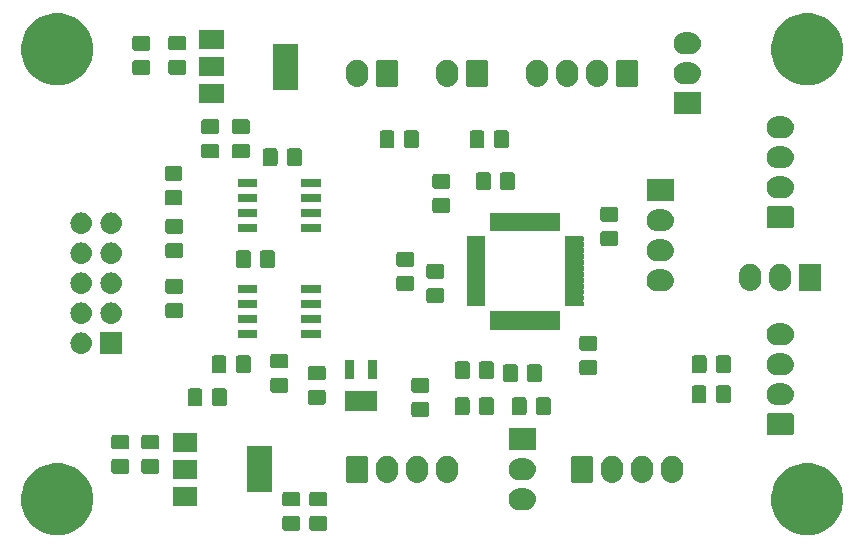
<source format=gbr>
G04 #@! TF.GenerationSoftware,KiCad,Pcbnew,5.0.2-bee76a0~70~ubuntu18.04.1*
G04 #@! TF.CreationDate,2019-01-29T20:40:36+01:00*
G04 #@! TF.ProjectId,main_board,6d61696e-5f62-46f6-9172-642e6b696361,rev?*
G04 #@! TF.SameCoordinates,Original*
G04 #@! TF.FileFunction,Soldermask,Top*
G04 #@! TF.FilePolarity,Negative*
%FSLAX46Y46*%
G04 Gerber Fmt 4.6, Leading zero omitted, Abs format (unit mm)*
G04 Created by KiCad (PCBNEW 5.0.2-bee76a0~70~ubuntu18.04.1) date Út 29. ledna 2019, 20:40:36 CET*
%MOMM*%
%LPD*%
G01*
G04 APERTURE LIST*
%ADD10C,0.100000*%
G04 APERTURE END LIST*
D10*
G36*
X172339941Y-114160248D02*
X172339943Y-114160249D01*
X172339944Y-114160249D01*
X172895190Y-114390239D01*
X173289677Y-114653827D01*
X173394902Y-114724136D01*
X173819864Y-115149098D01*
X173819866Y-115149101D01*
X174153761Y-115648810D01*
X174370887Y-116173000D01*
X174383752Y-116204059D01*
X174501000Y-116793501D01*
X174501000Y-117394499D01*
X174407712Y-117863489D01*
X174383751Y-117983944D01*
X174153761Y-118539190D01*
X173998087Y-118772173D01*
X173819864Y-119038902D01*
X173394902Y-119463864D01*
X173394899Y-119463866D01*
X172895190Y-119797761D01*
X172339944Y-120027751D01*
X172339943Y-120027751D01*
X172339941Y-120027752D01*
X171750499Y-120145000D01*
X171149501Y-120145000D01*
X170560059Y-120027752D01*
X170560057Y-120027751D01*
X170560056Y-120027751D01*
X170004810Y-119797761D01*
X169505101Y-119463866D01*
X169505098Y-119463864D01*
X169080136Y-119038902D01*
X168901913Y-118772173D01*
X168746239Y-118539190D01*
X168516249Y-117983944D01*
X168492289Y-117863489D01*
X168399000Y-117394499D01*
X168399000Y-116793501D01*
X168516248Y-116204059D01*
X168529113Y-116173000D01*
X168746239Y-115648810D01*
X169080134Y-115149101D01*
X169080136Y-115149098D01*
X169505098Y-114724136D01*
X169610323Y-114653827D01*
X170004810Y-114390239D01*
X170560056Y-114160249D01*
X170560057Y-114160249D01*
X170560059Y-114160248D01*
X171149501Y-114043000D01*
X171750499Y-114043000D01*
X172339941Y-114160248D01*
X172339941Y-114160248D01*
G37*
G36*
X108839941Y-114160248D02*
X108839943Y-114160249D01*
X108839944Y-114160249D01*
X109395190Y-114390239D01*
X109789677Y-114653827D01*
X109894902Y-114724136D01*
X110319864Y-115149098D01*
X110319866Y-115149101D01*
X110653761Y-115648810D01*
X110870887Y-116173000D01*
X110883752Y-116204059D01*
X111001000Y-116793501D01*
X111001000Y-117394499D01*
X110907712Y-117863489D01*
X110883751Y-117983944D01*
X110653761Y-118539190D01*
X110498087Y-118772173D01*
X110319864Y-119038902D01*
X109894902Y-119463864D01*
X109894899Y-119463866D01*
X109395190Y-119797761D01*
X108839944Y-120027751D01*
X108839943Y-120027751D01*
X108839941Y-120027752D01*
X108250499Y-120145000D01*
X107649501Y-120145000D01*
X107060059Y-120027752D01*
X107060057Y-120027751D01*
X107060056Y-120027751D01*
X106504810Y-119797761D01*
X106005101Y-119463866D01*
X106005098Y-119463864D01*
X105580136Y-119038902D01*
X105401913Y-118772173D01*
X105246239Y-118539190D01*
X105016249Y-117983944D01*
X104992289Y-117863489D01*
X104899000Y-117394499D01*
X104899000Y-116793501D01*
X105016248Y-116204059D01*
X105029113Y-116173000D01*
X105246239Y-115648810D01*
X105580134Y-115149101D01*
X105580136Y-115149098D01*
X106005098Y-114724136D01*
X106110323Y-114653827D01*
X106504810Y-114390239D01*
X107060056Y-114160249D01*
X107060057Y-114160249D01*
X107060059Y-114160248D01*
X107649501Y-114043000D01*
X108250499Y-114043000D01*
X108839941Y-114160248D01*
X108839941Y-114160248D01*
G37*
G36*
X128350677Y-118504465D02*
X128388364Y-118515898D01*
X128423103Y-118534466D01*
X128453548Y-118559452D01*
X128478534Y-118589897D01*
X128497102Y-118624636D01*
X128508535Y-118662323D01*
X128513000Y-118707661D01*
X128513000Y-119544339D01*
X128508535Y-119589677D01*
X128497102Y-119627364D01*
X128478534Y-119662103D01*
X128453548Y-119692548D01*
X128423103Y-119717534D01*
X128388364Y-119736102D01*
X128350677Y-119747535D01*
X128305339Y-119752000D01*
X127218661Y-119752000D01*
X127173323Y-119747535D01*
X127135636Y-119736102D01*
X127100897Y-119717534D01*
X127070452Y-119692548D01*
X127045466Y-119662103D01*
X127026898Y-119627364D01*
X127015465Y-119589677D01*
X127011000Y-119544339D01*
X127011000Y-118707661D01*
X127015465Y-118662323D01*
X127026898Y-118624636D01*
X127045466Y-118589897D01*
X127070452Y-118559452D01*
X127100897Y-118534466D01*
X127135636Y-118515898D01*
X127173323Y-118504465D01*
X127218661Y-118500000D01*
X128305339Y-118500000D01*
X128350677Y-118504465D01*
X128350677Y-118504465D01*
G37*
G36*
X130636677Y-118504465D02*
X130674364Y-118515898D01*
X130709103Y-118534466D01*
X130739548Y-118559452D01*
X130764534Y-118589897D01*
X130783102Y-118624636D01*
X130794535Y-118662323D01*
X130799000Y-118707661D01*
X130799000Y-119544339D01*
X130794535Y-119589677D01*
X130783102Y-119627364D01*
X130764534Y-119662103D01*
X130739548Y-119692548D01*
X130709103Y-119717534D01*
X130674364Y-119736102D01*
X130636677Y-119747535D01*
X130591339Y-119752000D01*
X129504661Y-119752000D01*
X129459323Y-119747535D01*
X129421636Y-119736102D01*
X129386897Y-119717534D01*
X129356452Y-119692548D01*
X129331466Y-119662103D01*
X129312898Y-119627364D01*
X129301465Y-119589677D01*
X129297000Y-119544339D01*
X129297000Y-118707661D01*
X129301465Y-118662323D01*
X129312898Y-118624636D01*
X129331466Y-118589897D01*
X129356452Y-118559452D01*
X129386897Y-118534466D01*
X129421636Y-118515898D01*
X129459323Y-118504465D01*
X129504661Y-118500000D01*
X130591339Y-118500000D01*
X130636677Y-118504465D01*
X130636677Y-118504465D01*
G37*
G36*
X147640345Y-116177442D02*
X147730548Y-116186326D01*
X147846287Y-116221435D01*
X147904158Y-116238990D01*
X147989679Y-116284702D01*
X148064156Y-116324511D01*
X148204396Y-116439604D01*
X148312200Y-116570962D01*
X148319488Y-116579843D01*
X148405010Y-116739842D01*
X148405010Y-116739843D01*
X148457674Y-116913452D01*
X148475456Y-117094000D01*
X148457674Y-117274548D01*
X148422565Y-117390287D01*
X148405010Y-117448158D01*
X148359298Y-117533679D01*
X148319489Y-117608156D01*
X148204396Y-117748396D01*
X148064156Y-117863489D01*
X147989679Y-117903298D01*
X147904158Y-117949010D01*
X147846287Y-117966565D01*
X147730548Y-118001674D01*
X147640345Y-118010558D01*
X147595245Y-118015000D01*
X147044755Y-118015000D01*
X146999655Y-118010558D01*
X146909452Y-118001674D01*
X146793713Y-117966565D01*
X146735842Y-117949010D01*
X146650321Y-117903298D01*
X146575844Y-117863489D01*
X146435604Y-117748396D01*
X146320511Y-117608156D01*
X146280702Y-117533679D01*
X146234990Y-117448158D01*
X146217435Y-117390287D01*
X146182326Y-117274548D01*
X146164544Y-117094000D01*
X146182326Y-116913452D01*
X146234990Y-116739843D01*
X146234990Y-116739842D01*
X146320512Y-116579843D01*
X146327801Y-116570962D01*
X146435604Y-116439604D01*
X146575844Y-116324511D01*
X146650321Y-116284702D01*
X146735842Y-116238990D01*
X146793713Y-116221435D01*
X146909452Y-116186326D01*
X146999655Y-116177442D01*
X147044755Y-116173000D01*
X147595245Y-116173000D01*
X147640345Y-116177442D01*
X147640345Y-116177442D01*
G37*
G36*
X130636677Y-116454465D02*
X130674364Y-116465898D01*
X130709103Y-116484466D01*
X130739548Y-116509452D01*
X130764534Y-116539897D01*
X130783102Y-116574636D01*
X130794535Y-116612323D01*
X130799000Y-116657661D01*
X130799000Y-117494339D01*
X130794535Y-117539677D01*
X130783102Y-117577364D01*
X130764534Y-117612103D01*
X130739548Y-117642548D01*
X130709103Y-117667534D01*
X130674364Y-117686102D01*
X130636677Y-117697535D01*
X130591339Y-117702000D01*
X129504661Y-117702000D01*
X129459323Y-117697535D01*
X129421636Y-117686102D01*
X129386897Y-117667534D01*
X129356452Y-117642548D01*
X129331466Y-117612103D01*
X129312898Y-117577364D01*
X129301465Y-117539677D01*
X129297000Y-117494339D01*
X129297000Y-116657661D01*
X129301465Y-116612323D01*
X129312898Y-116574636D01*
X129331466Y-116539897D01*
X129356452Y-116509452D01*
X129386897Y-116484466D01*
X129421636Y-116465898D01*
X129459323Y-116454465D01*
X129504661Y-116450000D01*
X130591339Y-116450000D01*
X130636677Y-116454465D01*
X130636677Y-116454465D01*
G37*
G36*
X128350677Y-116454465D02*
X128388364Y-116465898D01*
X128423103Y-116484466D01*
X128453548Y-116509452D01*
X128478534Y-116539897D01*
X128497102Y-116574636D01*
X128508535Y-116612323D01*
X128513000Y-116657661D01*
X128513000Y-117494339D01*
X128508535Y-117539677D01*
X128497102Y-117577364D01*
X128478534Y-117612103D01*
X128453548Y-117642548D01*
X128423103Y-117667534D01*
X128388364Y-117686102D01*
X128350677Y-117697535D01*
X128305339Y-117702000D01*
X127218661Y-117702000D01*
X127173323Y-117697535D01*
X127135636Y-117686102D01*
X127100897Y-117667534D01*
X127070452Y-117642548D01*
X127045466Y-117612103D01*
X127026898Y-117577364D01*
X127015465Y-117539677D01*
X127011000Y-117494339D01*
X127011000Y-116657661D01*
X127015465Y-116612323D01*
X127026898Y-116574636D01*
X127045466Y-116539897D01*
X127070452Y-116509452D01*
X127100897Y-116484466D01*
X127135636Y-116465898D01*
X127173323Y-116454465D01*
X127218661Y-116450000D01*
X128305339Y-116450000D01*
X128350677Y-116454465D01*
X128350677Y-116454465D01*
G37*
G36*
X119821000Y-117655000D02*
X117719000Y-117655000D01*
X117719000Y-116053000D01*
X119821000Y-116053000D01*
X119821000Y-117655000D01*
X119821000Y-117655000D01*
G37*
G36*
X126121000Y-116505000D02*
X124019000Y-116505000D01*
X124019000Y-112603000D01*
X126121000Y-112603000D01*
X126121000Y-116505000D01*
X126121000Y-116505000D01*
G37*
G36*
X141150547Y-113416326D02*
X141253979Y-113447702D01*
X141324157Y-113468990D01*
X141382514Y-113500183D01*
X141484155Y-113554511D01*
X141624396Y-113669604D01*
X141739489Y-113809844D01*
X141753642Y-113836323D01*
X141825010Y-113969842D01*
X141842565Y-114027713D01*
X141877674Y-114143452D01*
X141891000Y-114278756D01*
X141891000Y-114829243D01*
X141877674Y-114964548D01*
X141825010Y-115138157D01*
X141739489Y-115298156D01*
X141624396Y-115438396D01*
X141484156Y-115553489D01*
X141421244Y-115587116D01*
X141324158Y-115639010D01*
X141291851Y-115648810D01*
X141150548Y-115691674D01*
X140970000Y-115709456D01*
X140789453Y-115691674D01*
X140648150Y-115648810D01*
X140615843Y-115639010D01*
X140518757Y-115587116D01*
X140455845Y-115553489D01*
X140315605Y-115438396D01*
X140200512Y-115298156D01*
X140152534Y-115208396D01*
X140114990Y-115138158D01*
X140093755Y-115068156D01*
X140062326Y-114964548D01*
X140050678Y-114846282D01*
X140049000Y-114829245D01*
X140049000Y-114278756D01*
X140062326Y-114143455D01*
X140062326Y-114143453D01*
X140114990Y-113969844D01*
X140114990Y-113969843D01*
X140183315Y-113842017D01*
X140200511Y-113809845D01*
X140315604Y-113669604D01*
X140455844Y-113554511D01*
X140535313Y-113512034D01*
X140615842Y-113468990D01*
X140686020Y-113447702D01*
X140789452Y-113416326D01*
X140970000Y-113398544D01*
X141150547Y-113416326D01*
X141150547Y-113416326D01*
G37*
G36*
X160200547Y-113416326D02*
X160303979Y-113447702D01*
X160374157Y-113468990D01*
X160432514Y-113500183D01*
X160534155Y-113554511D01*
X160674396Y-113669604D01*
X160789489Y-113809844D01*
X160803642Y-113836323D01*
X160875010Y-113969842D01*
X160892565Y-114027713D01*
X160927674Y-114143452D01*
X160941000Y-114278756D01*
X160941000Y-114829243D01*
X160927674Y-114964548D01*
X160875010Y-115138157D01*
X160789489Y-115298156D01*
X160674396Y-115438396D01*
X160534156Y-115553489D01*
X160471244Y-115587116D01*
X160374158Y-115639010D01*
X160341851Y-115648810D01*
X160200548Y-115691674D01*
X160020000Y-115709456D01*
X159839453Y-115691674D01*
X159698150Y-115648810D01*
X159665843Y-115639010D01*
X159568757Y-115587116D01*
X159505845Y-115553489D01*
X159365605Y-115438396D01*
X159250512Y-115298156D01*
X159202534Y-115208396D01*
X159164990Y-115138158D01*
X159143755Y-115068156D01*
X159112326Y-114964548D01*
X159100678Y-114846282D01*
X159099000Y-114829245D01*
X159099000Y-114278756D01*
X159112326Y-114143455D01*
X159112326Y-114143453D01*
X159164990Y-113969844D01*
X159164990Y-113969843D01*
X159233315Y-113842017D01*
X159250511Y-113809845D01*
X159365604Y-113669604D01*
X159505844Y-113554511D01*
X159585313Y-113512034D01*
X159665842Y-113468990D01*
X159736020Y-113447702D01*
X159839452Y-113416326D01*
X160020000Y-113398544D01*
X160200547Y-113416326D01*
X160200547Y-113416326D01*
G37*
G36*
X157660547Y-113416326D02*
X157763979Y-113447702D01*
X157834157Y-113468990D01*
X157892514Y-113500183D01*
X157994155Y-113554511D01*
X158134396Y-113669604D01*
X158249489Y-113809844D01*
X158263642Y-113836323D01*
X158335010Y-113969842D01*
X158352565Y-114027713D01*
X158387674Y-114143452D01*
X158401000Y-114278756D01*
X158401000Y-114829243D01*
X158387674Y-114964548D01*
X158335010Y-115138157D01*
X158249489Y-115298156D01*
X158134396Y-115438396D01*
X157994156Y-115553489D01*
X157931244Y-115587116D01*
X157834158Y-115639010D01*
X157801851Y-115648810D01*
X157660548Y-115691674D01*
X157480000Y-115709456D01*
X157299453Y-115691674D01*
X157158150Y-115648810D01*
X157125843Y-115639010D01*
X157028757Y-115587116D01*
X156965845Y-115553489D01*
X156825605Y-115438396D01*
X156710512Y-115298156D01*
X156662534Y-115208396D01*
X156624990Y-115138158D01*
X156603755Y-115068156D01*
X156572326Y-114964548D01*
X156560678Y-114846282D01*
X156559000Y-114829245D01*
X156559000Y-114278756D01*
X156572326Y-114143455D01*
X156572326Y-114143453D01*
X156624990Y-113969844D01*
X156624990Y-113969843D01*
X156693315Y-113842017D01*
X156710511Y-113809845D01*
X156825604Y-113669604D01*
X156965844Y-113554511D01*
X157045313Y-113512034D01*
X157125842Y-113468990D01*
X157196020Y-113447702D01*
X157299452Y-113416326D01*
X157480000Y-113398544D01*
X157660547Y-113416326D01*
X157660547Y-113416326D01*
G37*
G36*
X155120547Y-113416326D02*
X155223979Y-113447702D01*
X155294157Y-113468990D01*
X155352514Y-113500183D01*
X155454155Y-113554511D01*
X155594396Y-113669604D01*
X155709489Y-113809844D01*
X155723642Y-113836323D01*
X155795010Y-113969842D01*
X155812565Y-114027713D01*
X155847674Y-114143452D01*
X155861000Y-114278756D01*
X155861000Y-114829243D01*
X155847674Y-114964548D01*
X155795010Y-115138157D01*
X155709489Y-115298156D01*
X155594396Y-115438396D01*
X155454156Y-115553489D01*
X155391244Y-115587116D01*
X155294158Y-115639010D01*
X155261851Y-115648810D01*
X155120548Y-115691674D01*
X154940000Y-115709456D01*
X154759453Y-115691674D01*
X154618150Y-115648810D01*
X154585843Y-115639010D01*
X154488757Y-115587116D01*
X154425845Y-115553489D01*
X154285605Y-115438396D01*
X154170512Y-115298156D01*
X154122534Y-115208396D01*
X154084990Y-115138158D01*
X154063755Y-115068156D01*
X154032326Y-114964548D01*
X154020678Y-114846282D01*
X154019000Y-114829245D01*
X154019000Y-114278756D01*
X154032326Y-114143455D01*
X154032326Y-114143453D01*
X154084990Y-113969844D01*
X154084990Y-113969843D01*
X154153315Y-113842017D01*
X154170511Y-113809845D01*
X154285604Y-113669604D01*
X154425844Y-113554511D01*
X154505313Y-113512034D01*
X154585842Y-113468990D01*
X154656020Y-113447702D01*
X154759452Y-113416326D01*
X154940000Y-113398544D01*
X155120547Y-113416326D01*
X155120547Y-113416326D01*
G37*
G36*
X136070547Y-113416326D02*
X136173979Y-113447702D01*
X136244157Y-113468990D01*
X136302514Y-113500183D01*
X136404155Y-113554511D01*
X136544396Y-113669604D01*
X136659489Y-113809844D01*
X136673642Y-113836323D01*
X136745010Y-113969842D01*
X136762565Y-114027713D01*
X136797674Y-114143452D01*
X136811000Y-114278756D01*
X136811000Y-114829243D01*
X136797674Y-114964548D01*
X136745010Y-115138157D01*
X136659489Y-115298156D01*
X136544396Y-115438396D01*
X136404156Y-115553489D01*
X136341244Y-115587116D01*
X136244158Y-115639010D01*
X136211851Y-115648810D01*
X136070548Y-115691674D01*
X135890000Y-115709456D01*
X135709453Y-115691674D01*
X135568150Y-115648810D01*
X135535843Y-115639010D01*
X135438757Y-115587116D01*
X135375845Y-115553489D01*
X135235605Y-115438396D01*
X135120512Y-115298156D01*
X135072534Y-115208396D01*
X135034990Y-115138158D01*
X135013755Y-115068156D01*
X134982326Y-114964548D01*
X134970678Y-114846282D01*
X134969000Y-114829245D01*
X134969000Y-114278756D01*
X134982326Y-114143455D01*
X134982326Y-114143453D01*
X135034990Y-113969844D01*
X135034990Y-113969843D01*
X135103315Y-113842017D01*
X135120511Y-113809845D01*
X135235604Y-113669604D01*
X135375844Y-113554511D01*
X135455313Y-113512034D01*
X135535842Y-113468990D01*
X135606020Y-113447702D01*
X135709452Y-113416326D01*
X135890000Y-113398544D01*
X136070547Y-113416326D01*
X136070547Y-113416326D01*
G37*
G36*
X138610547Y-113416326D02*
X138713979Y-113447702D01*
X138784157Y-113468990D01*
X138842514Y-113500183D01*
X138944155Y-113554511D01*
X139084396Y-113669604D01*
X139199489Y-113809844D01*
X139213642Y-113836323D01*
X139285010Y-113969842D01*
X139302565Y-114027713D01*
X139337674Y-114143452D01*
X139351000Y-114278756D01*
X139351000Y-114829243D01*
X139337674Y-114964548D01*
X139285010Y-115138157D01*
X139199489Y-115298156D01*
X139084396Y-115438396D01*
X138944156Y-115553489D01*
X138881244Y-115587116D01*
X138784158Y-115639010D01*
X138751851Y-115648810D01*
X138610548Y-115691674D01*
X138430000Y-115709456D01*
X138249453Y-115691674D01*
X138108150Y-115648810D01*
X138075843Y-115639010D01*
X137978757Y-115587116D01*
X137915845Y-115553489D01*
X137775605Y-115438396D01*
X137660512Y-115298156D01*
X137612534Y-115208396D01*
X137574990Y-115138158D01*
X137553755Y-115068156D01*
X137522326Y-114964548D01*
X137510678Y-114846282D01*
X137509000Y-114829245D01*
X137509000Y-114278756D01*
X137522326Y-114143455D01*
X137522326Y-114143453D01*
X137574990Y-113969844D01*
X137574990Y-113969843D01*
X137643315Y-113842017D01*
X137660511Y-113809845D01*
X137775604Y-113669604D01*
X137915844Y-113554511D01*
X137995313Y-113512034D01*
X138075842Y-113468990D01*
X138146020Y-113447702D01*
X138249452Y-113416326D01*
X138430000Y-113398544D01*
X138610547Y-113416326D01*
X138610547Y-113416326D01*
G37*
G36*
X153179020Y-113406979D02*
X153211966Y-113416974D01*
X153242335Y-113433206D01*
X153268951Y-113455049D01*
X153290794Y-113481665D01*
X153307026Y-113512034D01*
X153317021Y-113544980D01*
X153321000Y-113585386D01*
X153321000Y-115522614D01*
X153317021Y-115563020D01*
X153307026Y-115595966D01*
X153290794Y-115626335D01*
X153268951Y-115652951D01*
X153242335Y-115674794D01*
X153211966Y-115691026D01*
X153179020Y-115701021D01*
X153138614Y-115705000D01*
X151661386Y-115705000D01*
X151620980Y-115701021D01*
X151588034Y-115691026D01*
X151557665Y-115674794D01*
X151531049Y-115652951D01*
X151509206Y-115626335D01*
X151492974Y-115595966D01*
X151482979Y-115563020D01*
X151479000Y-115522614D01*
X151479000Y-113585386D01*
X151482979Y-113544980D01*
X151492974Y-113512034D01*
X151509206Y-113481665D01*
X151531049Y-113455049D01*
X151557665Y-113433206D01*
X151588034Y-113416974D01*
X151620980Y-113406979D01*
X151661386Y-113403000D01*
X153138614Y-113403000D01*
X153179020Y-113406979D01*
X153179020Y-113406979D01*
G37*
G36*
X134129020Y-113406979D02*
X134161966Y-113416974D01*
X134192335Y-113433206D01*
X134218951Y-113455049D01*
X134240794Y-113481665D01*
X134257026Y-113512034D01*
X134267021Y-113544980D01*
X134271000Y-113585386D01*
X134271000Y-115522614D01*
X134267021Y-115563020D01*
X134257026Y-115595966D01*
X134240794Y-115626335D01*
X134218951Y-115652951D01*
X134192335Y-115674794D01*
X134161966Y-115691026D01*
X134129020Y-115701021D01*
X134088614Y-115705000D01*
X132611386Y-115705000D01*
X132570980Y-115701021D01*
X132538034Y-115691026D01*
X132507665Y-115674794D01*
X132481049Y-115652951D01*
X132459206Y-115626335D01*
X132442974Y-115595966D01*
X132432979Y-115563020D01*
X132429000Y-115522614D01*
X132429000Y-113585386D01*
X132432979Y-113544980D01*
X132442974Y-113512034D01*
X132459206Y-113481665D01*
X132481049Y-113455049D01*
X132507665Y-113433206D01*
X132538034Y-113416974D01*
X132570980Y-113406979D01*
X132611386Y-113403000D01*
X134088614Y-113403000D01*
X134129020Y-113406979D01*
X134129020Y-113406979D01*
G37*
G36*
X147640345Y-113637442D02*
X147730548Y-113646326D01*
X147839017Y-113679230D01*
X147904158Y-113698990D01*
X147968631Y-113733452D01*
X148064156Y-113784511D01*
X148204396Y-113899604D01*
X148319489Y-114039844D01*
X148359298Y-114114321D01*
X148405010Y-114199842D01*
X148405010Y-114199843D01*
X148457674Y-114373452D01*
X148475456Y-114554000D01*
X148457674Y-114734548D01*
X148437405Y-114801364D01*
X148405010Y-114908158D01*
X148359298Y-114993679D01*
X148319489Y-115068156D01*
X148204396Y-115208396D01*
X148064156Y-115323489D01*
X148005203Y-115355000D01*
X147904158Y-115409010D01*
X147846287Y-115426565D01*
X147730548Y-115461674D01*
X147640345Y-115470558D01*
X147595245Y-115475000D01*
X147044755Y-115475000D01*
X146999655Y-115470558D01*
X146909452Y-115461674D01*
X146793713Y-115426565D01*
X146735842Y-115409010D01*
X146634797Y-115355000D01*
X146575844Y-115323489D01*
X146435604Y-115208396D01*
X146320511Y-115068156D01*
X146280702Y-114993679D01*
X146234990Y-114908158D01*
X146202595Y-114801364D01*
X146182326Y-114734548D01*
X146164544Y-114554000D01*
X146182326Y-114373452D01*
X146234990Y-114199843D01*
X146234990Y-114199842D01*
X146280702Y-114114321D01*
X146320511Y-114039844D01*
X146435604Y-113899604D01*
X146575844Y-113784511D01*
X146671369Y-113733452D01*
X146735842Y-113698990D01*
X146800983Y-113679230D01*
X146909452Y-113646326D01*
X146999655Y-113637442D01*
X147044755Y-113633000D01*
X147595245Y-113633000D01*
X147640345Y-113637442D01*
X147640345Y-113637442D01*
G37*
G36*
X119821000Y-115355000D02*
X117719000Y-115355000D01*
X117719000Y-113753000D01*
X119821000Y-113753000D01*
X119821000Y-115355000D01*
X119821000Y-115355000D01*
G37*
G36*
X116412677Y-113678465D02*
X116450364Y-113689898D01*
X116485103Y-113708466D01*
X116515548Y-113733452D01*
X116540534Y-113763897D01*
X116559102Y-113798636D01*
X116570535Y-113836323D01*
X116575000Y-113881661D01*
X116575000Y-114718339D01*
X116570535Y-114763677D01*
X116559102Y-114801364D01*
X116540534Y-114836103D01*
X116515548Y-114866548D01*
X116485103Y-114891534D01*
X116450364Y-114910102D01*
X116412677Y-114921535D01*
X116367339Y-114926000D01*
X115280661Y-114926000D01*
X115235323Y-114921535D01*
X115197636Y-114910102D01*
X115162897Y-114891534D01*
X115132452Y-114866548D01*
X115107466Y-114836103D01*
X115088898Y-114801364D01*
X115077465Y-114763677D01*
X115073000Y-114718339D01*
X115073000Y-113881661D01*
X115077465Y-113836323D01*
X115088898Y-113798636D01*
X115107466Y-113763897D01*
X115132452Y-113733452D01*
X115162897Y-113708466D01*
X115197636Y-113689898D01*
X115235323Y-113678465D01*
X115280661Y-113674000D01*
X116367339Y-113674000D01*
X116412677Y-113678465D01*
X116412677Y-113678465D01*
G37*
G36*
X113872677Y-113678465D02*
X113910364Y-113689898D01*
X113945103Y-113708466D01*
X113975548Y-113733452D01*
X114000534Y-113763897D01*
X114019102Y-113798636D01*
X114030535Y-113836323D01*
X114035000Y-113881661D01*
X114035000Y-114718339D01*
X114030535Y-114763677D01*
X114019102Y-114801364D01*
X114000534Y-114836103D01*
X113975548Y-114866548D01*
X113945103Y-114891534D01*
X113910364Y-114910102D01*
X113872677Y-114921535D01*
X113827339Y-114926000D01*
X112740661Y-114926000D01*
X112695323Y-114921535D01*
X112657636Y-114910102D01*
X112622897Y-114891534D01*
X112592452Y-114866548D01*
X112567466Y-114836103D01*
X112548898Y-114801364D01*
X112537465Y-114763677D01*
X112533000Y-114718339D01*
X112533000Y-113881661D01*
X112537465Y-113836323D01*
X112548898Y-113798636D01*
X112567466Y-113763897D01*
X112592452Y-113733452D01*
X112622897Y-113708466D01*
X112657636Y-113689898D01*
X112695323Y-113678465D01*
X112740661Y-113674000D01*
X113827339Y-113674000D01*
X113872677Y-113678465D01*
X113872677Y-113678465D01*
G37*
G36*
X119821000Y-113055000D02*
X117719000Y-113055000D01*
X117719000Y-111453000D01*
X119821000Y-111453000D01*
X119821000Y-113055000D01*
X119821000Y-113055000D01*
G37*
G36*
X148471000Y-112935000D02*
X146169000Y-112935000D01*
X146169000Y-111093000D01*
X148471000Y-111093000D01*
X148471000Y-112935000D01*
X148471000Y-112935000D01*
G37*
G36*
X113872677Y-111628465D02*
X113910364Y-111639898D01*
X113945103Y-111658466D01*
X113975548Y-111683452D01*
X114000534Y-111713897D01*
X114019102Y-111748636D01*
X114030535Y-111786323D01*
X114035000Y-111831661D01*
X114035000Y-112668339D01*
X114030535Y-112713677D01*
X114019102Y-112751364D01*
X114000534Y-112786103D01*
X113975548Y-112816548D01*
X113945103Y-112841534D01*
X113910364Y-112860102D01*
X113872677Y-112871535D01*
X113827339Y-112876000D01*
X112740661Y-112876000D01*
X112695323Y-112871535D01*
X112657636Y-112860102D01*
X112622897Y-112841534D01*
X112592452Y-112816548D01*
X112567466Y-112786103D01*
X112548898Y-112751364D01*
X112537465Y-112713677D01*
X112533000Y-112668339D01*
X112533000Y-111831661D01*
X112537465Y-111786323D01*
X112548898Y-111748636D01*
X112567466Y-111713897D01*
X112592452Y-111683452D01*
X112622897Y-111658466D01*
X112657636Y-111639898D01*
X112695323Y-111628465D01*
X112740661Y-111624000D01*
X113827339Y-111624000D01*
X113872677Y-111628465D01*
X113872677Y-111628465D01*
G37*
G36*
X116412677Y-111628465D02*
X116450364Y-111639898D01*
X116485103Y-111658466D01*
X116515548Y-111683452D01*
X116540534Y-111713897D01*
X116559102Y-111748636D01*
X116570535Y-111786323D01*
X116575000Y-111831661D01*
X116575000Y-112668339D01*
X116570535Y-112713677D01*
X116559102Y-112751364D01*
X116540534Y-112786103D01*
X116515548Y-112816548D01*
X116485103Y-112841534D01*
X116450364Y-112860102D01*
X116412677Y-112871535D01*
X116367339Y-112876000D01*
X115280661Y-112876000D01*
X115235323Y-112871535D01*
X115197636Y-112860102D01*
X115162897Y-112841534D01*
X115132452Y-112816548D01*
X115107466Y-112786103D01*
X115088898Y-112751364D01*
X115077465Y-112713677D01*
X115073000Y-112668339D01*
X115073000Y-111831661D01*
X115077465Y-111786323D01*
X115088898Y-111748636D01*
X115107466Y-111713897D01*
X115132452Y-111683452D01*
X115162897Y-111658466D01*
X115197636Y-111639898D01*
X115235323Y-111628465D01*
X115280661Y-111624000D01*
X116367339Y-111624000D01*
X116412677Y-111628465D01*
X116412677Y-111628465D01*
G37*
G36*
X170173020Y-109826979D02*
X170205966Y-109836974D01*
X170236335Y-109853206D01*
X170262951Y-109875049D01*
X170284794Y-109901665D01*
X170301026Y-109932034D01*
X170311021Y-109964980D01*
X170315000Y-110005386D01*
X170315000Y-111482614D01*
X170311021Y-111523020D01*
X170301026Y-111555966D01*
X170284794Y-111586335D01*
X170262951Y-111612951D01*
X170236335Y-111634794D01*
X170205966Y-111651026D01*
X170173020Y-111661021D01*
X170132614Y-111665000D01*
X168195386Y-111665000D01*
X168154980Y-111661021D01*
X168122034Y-111651026D01*
X168091665Y-111634794D01*
X168065049Y-111612951D01*
X168043206Y-111586335D01*
X168026974Y-111555966D01*
X168016979Y-111523020D01*
X168013000Y-111482614D01*
X168013000Y-110005386D01*
X168016979Y-109964980D01*
X168026974Y-109932034D01*
X168043206Y-109901665D01*
X168065049Y-109875049D01*
X168091665Y-109853206D01*
X168122034Y-109836974D01*
X168154980Y-109826979D01*
X168195386Y-109823000D01*
X170132614Y-109823000D01*
X170173020Y-109826979D01*
X170173020Y-109826979D01*
G37*
G36*
X139272677Y-108861465D02*
X139310364Y-108872898D01*
X139345103Y-108891466D01*
X139375548Y-108916452D01*
X139400534Y-108946897D01*
X139419102Y-108981636D01*
X139430535Y-109019323D01*
X139435000Y-109064661D01*
X139435000Y-109901339D01*
X139430535Y-109946677D01*
X139419102Y-109984364D01*
X139400534Y-110019103D01*
X139375548Y-110049548D01*
X139345103Y-110074534D01*
X139310364Y-110093102D01*
X139272677Y-110104535D01*
X139227339Y-110109000D01*
X138140661Y-110109000D01*
X138095323Y-110104535D01*
X138057636Y-110093102D01*
X138022897Y-110074534D01*
X137992452Y-110049548D01*
X137967466Y-110019103D01*
X137948898Y-109984364D01*
X137937465Y-109946677D01*
X137933000Y-109901339D01*
X137933000Y-109064661D01*
X137937465Y-109019323D01*
X137948898Y-108981636D01*
X137967466Y-108946897D01*
X137992452Y-108916452D01*
X138022897Y-108891466D01*
X138057636Y-108872898D01*
X138095323Y-108861465D01*
X138140661Y-108857000D01*
X139227339Y-108857000D01*
X139272677Y-108861465D01*
X139272677Y-108861465D01*
G37*
G36*
X144744677Y-108473465D02*
X144782364Y-108484898D01*
X144817103Y-108503466D01*
X144847548Y-108528452D01*
X144872534Y-108558897D01*
X144891102Y-108593636D01*
X144902535Y-108631323D01*
X144907000Y-108676661D01*
X144907000Y-109763339D01*
X144902535Y-109808677D01*
X144891102Y-109846364D01*
X144872534Y-109881103D01*
X144847548Y-109911548D01*
X144817103Y-109936534D01*
X144782364Y-109955102D01*
X144744677Y-109966535D01*
X144699339Y-109971000D01*
X143862661Y-109971000D01*
X143817323Y-109966535D01*
X143779636Y-109955102D01*
X143744897Y-109936534D01*
X143714452Y-109911548D01*
X143689466Y-109881103D01*
X143670898Y-109846364D01*
X143659465Y-109808677D01*
X143655000Y-109763339D01*
X143655000Y-108676661D01*
X143659465Y-108631323D01*
X143670898Y-108593636D01*
X143689466Y-108558897D01*
X143714452Y-108528452D01*
X143744897Y-108503466D01*
X143779636Y-108484898D01*
X143817323Y-108473465D01*
X143862661Y-108469000D01*
X144699339Y-108469000D01*
X144744677Y-108473465D01*
X144744677Y-108473465D01*
G37*
G36*
X147520677Y-108473465D02*
X147558364Y-108484898D01*
X147593103Y-108503466D01*
X147623548Y-108528452D01*
X147648534Y-108558897D01*
X147667102Y-108593636D01*
X147678535Y-108631323D01*
X147683000Y-108676661D01*
X147683000Y-109763339D01*
X147678535Y-109808677D01*
X147667102Y-109846364D01*
X147648534Y-109881103D01*
X147623548Y-109911548D01*
X147593103Y-109936534D01*
X147558364Y-109955102D01*
X147520677Y-109966535D01*
X147475339Y-109971000D01*
X146638661Y-109971000D01*
X146593323Y-109966535D01*
X146555636Y-109955102D01*
X146520897Y-109936534D01*
X146490452Y-109911548D01*
X146465466Y-109881103D01*
X146446898Y-109846364D01*
X146435465Y-109808677D01*
X146431000Y-109763339D01*
X146431000Y-108676661D01*
X146435465Y-108631323D01*
X146446898Y-108593636D01*
X146465466Y-108558897D01*
X146490452Y-108528452D01*
X146520897Y-108503466D01*
X146555636Y-108484898D01*
X146593323Y-108473465D01*
X146638661Y-108469000D01*
X147475339Y-108469000D01*
X147520677Y-108473465D01*
X147520677Y-108473465D01*
G37*
G36*
X149570677Y-108473465D02*
X149608364Y-108484898D01*
X149643103Y-108503466D01*
X149673548Y-108528452D01*
X149698534Y-108558897D01*
X149717102Y-108593636D01*
X149728535Y-108631323D01*
X149733000Y-108676661D01*
X149733000Y-109763339D01*
X149728535Y-109808677D01*
X149717102Y-109846364D01*
X149698534Y-109881103D01*
X149673548Y-109911548D01*
X149643103Y-109936534D01*
X149608364Y-109955102D01*
X149570677Y-109966535D01*
X149525339Y-109971000D01*
X148688661Y-109971000D01*
X148643323Y-109966535D01*
X148605636Y-109955102D01*
X148570897Y-109936534D01*
X148540452Y-109911548D01*
X148515466Y-109881103D01*
X148496898Y-109846364D01*
X148485465Y-109808677D01*
X148481000Y-109763339D01*
X148481000Y-108676661D01*
X148485465Y-108631323D01*
X148496898Y-108593636D01*
X148515466Y-108558897D01*
X148540452Y-108528452D01*
X148570897Y-108503466D01*
X148605636Y-108484898D01*
X148643323Y-108473465D01*
X148688661Y-108469000D01*
X149525339Y-108469000D01*
X149570677Y-108473465D01*
X149570677Y-108473465D01*
G37*
G36*
X142694677Y-108473465D02*
X142732364Y-108484898D01*
X142767103Y-108503466D01*
X142797548Y-108528452D01*
X142822534Y-108558897D01*
X142841102Y-108593636D01*
X142852535Y-108631323D01*
X142857000Y-108676661D01*
X142857000Y-109763339D01*
X142852535Y-109808677D01*
X142841102Y-109846364D01*
X142822534Y-109881103D01*
X142797548Y-109911548D01*
X142767103Y-109936534D01*
X142732364Y-109955102D01*
X142694677Y-109966535D01*
X142649339Y-109971000D01*
X141812661Y-109971000D01*
X141767323Y-109966535D01*
X141729636Y-109955102D01*
X141694897Y-109936534D01*
X141664452Y-109911548D01*
X141639466Y-109881103D01*
X141620898Y-109846364D01*
X141609465Y-109808677D01*
X141605000Y-109763339D01*
X141605000Y-108676661D01*
X141609465Y-108631323D01*
X141620898Y-108593636D01*
X141639466Y-108558897D01*
X141664452Y-108528452D01*
X141694897Y-108503466D01*
X141729636Y-108484898D01*
X141767323Y-108473465D01*
X141812661Y-108469000D01*
X142649339Y-108469000D01*
X142694677Y-108473465D01*
X142694677Y-108473465D01*
G37*
G36*
X134996000Y-109623000D02*
X132344000Y-109623000D01*
X132344000Y-107961000D01*
X134996000Y-107961000D01*
X134996000Y-109623000D01*
X134996000Y-109623000D01*
G37*
G36*
X120079677Y-107711465D02*
X120117364Y-107722898D01*
X120152103Y-107741466D01*
X120182548Y-107766452D01*
X120207534Y-107796897D01*
X120226102Y-107831636D01*
X120237535Y-107869323D01*
X120242000Y-107914661D01*
X120242000Y-109001339D01*
X120237535Y-109046677D01*
X120226102Y-109084364D01*
X120207534Y-109119103D01*
X120182548Y-109149548D01*
X120152103Y-109174534D01*
X120117364Y-109193102D01*
X120079677Y-109204535D01*
X120034339Y-109209000D01*
X119197661Y-109209000D01*
X119152323Y-109204535D01*
X119114636Y-109193102D01*
X119079897Y-109174534D01*
X119049452Y-109149548D01*
X119024466Y-109119103D01*
X119005898Y-109084364D01*
X118994465Y-109046677D01*
X118990000Y-109001339D01*
X118990000Y-107914661D01*
X118994465Y-107869323D01*
X119005898Y-107831636D01*
X119024466Y-107796897D01*
X119049452Y-107766452D01*
X119079897Y-107741466D01*
X119114636Y-107722898D01*
X119152323Y-107711465D01*
X119197661Y-107707000D01*
X120034339Y-107707000D01*
X120079677Y-107711465D01*
X120079677Y-107711465D01*
G37*
G36*
X122129677Y-107711465D02*
X122167364Y-107722898D01*
X122202103Y-107741466D01*
X122232548Y-107766452D01*
X122257534Y-107796897D01*
X122276102Y-107831636D01*
X122287535Y-107869323D01*
X122292000Y-107914661D01*
X122292000Y-109001339D01*
X122287535Y-109046677D01*
X122276102Y-109084364D01*
X122257534Y-109119103D01*
X122232548Y-109149548D01*
X122202103Y-109174534D01*
X122167364Y-109193102D01*
X122129677Y-109204535D01*
X122084339Y-109209000D01*
X121247661Y-109209000D01*
X121202323Y-109204535D01*
X121164636Y-109193102D01*
X121129897Y-109174534D01*
X121099452Y-109149548D01*
X121074466Y-109119103D01*
X121055898Y-109084364D01*
X121044465Y-109046677D01*
X121040000Y-109001339D01*
X121040000Y-107914661D01*
X121044465Y-107869323D01*
X121055898Y-107831636D01*
X121074466Y-107796897D01*
X121099452Y-107766452D01*
X121129897Y-107741466D01*
X121164636Y-107722898D01*
X121202323Y-107711465D01*
X121247661Y-107707000D01*
X122084339Y-107707000D01*
X122129677Y-107711465D01*
X122129677Y-107711465D01*
G37*
G36*
X169484345Y-107287442D02*
X169574548Y-107296326D01*
X169690287Y-107331435D01*
X169748158Y-107348990D01*
X169833679Y-107394702D01*
X169908156Y-107434511D01*
X170048396Y-107549604D01*
X170163489Y-107689844D01*
X170183733Y-107727718D01*
X170249010Y-107849842D01*
X170257512Y-107877869D01*
X170301674Y-108023452D01*
X170319456Y-108204000D01*
X170301674Y-108384548D01*
X170274701Y-108473465D01*
X170249010Y-108558158D01*
X170232010Y-108589962D01*
X170163489Y-108718156D01*
X170048396Y-108858396D01*
X169908156Y-108973489D01*
X169856052Y-109001339D01*
X169748158Y-109059010D01*
X169718185Y-109068102D01*
X169574548Y-109111674D01*
X169484345Y-109120558D01*
X169439245Y-109125000D01*
X168888755Y-109125000D01*
X168843655Y-109120558D01*
X168753452Y-109111674D01*
X168609815Y-109068102D01*
X168579842Y-109059010D01*
X168471948Y-109001339D01*
X168419844Y-108973489D01*
X168279604Y-108858396D01*
X168164511Y-108718156D01*
X168095990Y-108589962D01*
X168078990Y-108558158D01*
X168053299Y-108473465D01*
X168026326Y-108384548D01*
X168008544Y-108204000D01*
X168026326Y-108023452D01*
X168070488Y-107877869D01*
X168078990Y-107849842D01*
X168144267Y-107727718D01*
X168164511Y-107689844D01*
X168279604Y-107549604D01*
X168419844Y-107434511D01*
X168494321Y-107394702D01*
X168579842Y-107348990D01*
X168637713Y-107331435D01*
X168753452Y-107296326D01*
X168843655Y-107287442D01*
X168888755Y-107283000D01*
X169439245Y-107283000D01*
X169484345Y-107287442D01*
X169484345Y-107287442D01*
G37*
G36*
X130509677Y-107836465D02*
X130547364Y-107847898D01*
X130582103Y-107866466D01*
X130612548Y-107891452D01*
X130637534Y-107921897D01*
X130656102Y-107956636D01*
X130667535Y-107994323D01*
X130672000Y-108039661D01*
X130672000Y-108876339D01*
X130667535Y-108921677D01*
X130656102Y-108959364D01*
X130637534Y-108994103D01*
X130612548Y-109024548D01*
X130582103Y-109049534D01*
X130547364Y-109068102D01*
X130509677Y-109079535D01*
X130464339Y-109084000D01*
X129377661Y-109084000D01*
X129332323Y-109079535D01*
X129294636Y-109068102D01*
X129259897Y-109049534D01*
X129229452Y-109024548D01*
X129204466Y-108994103D01*
X129185898Y-108959364D01*
X129174465Y-108921677D01*
X129170000Y-108876339D01*
X129170000Y-108039661D01*
X129174465Y-107994323D01*
X129185898Y-107956636D01*
X129204466Y-107921897D01*
X129229452Y-107891452D01*
X129259897Y-107866466D01*
X129294636Y-107847898D01*
X129332323Y-107836465D01*
X129377661Y-107832000D01*
X130464339Y-107832000D01*
X130509677Y-107836465D01*
X130509677Y-107836465D01*
G37*
G36*
X162751677Y-107457465D02*
X162789364Y-107468898D01*
X162824103Y-107487466D01*
X162854548Y-107512452D01*
X162879534Y-107542897D01*
X162898102Y-107577636D01*
X162909535Y-107615323D01*
X162914000Y-107660661D01*
X162914000Y-108747339D01*
X162909535Y-108792677D01*
X162898102Y-108830364D01*
X162879534Y-108865103D01*
X162854548Y-108895548D01*
X162824103Y-108920534D01*
X162789364Y-108939102D01*
X162751677Y-108950535D01*
X162706339Y-108955000D01*
X161869661Y-108955000D01*
X161824323Y-108950535D01*
X161786636Y-108939102D01*
X161751897Y-108920534D01*
X161721452Y-108895548D01*
X161696466Y-108865103D01*
X161677898Y-108830364D01*
X161666465Y-108792677D01*
X161662000Y-108747339D01*
X161662000Y-107660661D01*
X161666465Y-107615323D01*
X161677898Y-107577636D01*
X161696466Y-107542897D01*
X161721452Y-107512452D01*
X161751897Y-107487466D01*
X161786636Y-107468898D01*
X161824323Y-107457465D01*
X161869661Y-107453000D01*
X162706339Y-107453000D01*
X162751677Y-107457465D01*
X162751677Y-107457465D01*
G37*
G36*
X164801677Y-107457465D02*
X164839364Y-107468898D01*
X164874103Y-107487466D01*
X164904548Y-107512452D01*
X164929534Y-107542897D01*
X164948102Y-107577636D01*
X164959535Y-107615323D01*
X164964000Y-107660661D01*
X164964000Y-108747339D01*
X164959535Y-108792677D01*
X164948102Y-108830364D01*
X164929534Y-108865103D01*
X164904548Y-108895548D01*
X164874103Y-108920534D01*
X164839364Y-108939102D01*
X164801677Y-108950535D01*
X164756339Y-108955000D01*
X163919661Y-108955000D01*
X163874323Y-108950535D01*
X163836636Y-108939102D01*
X163801897Y-108920534D01*
X163771452Y-108895548D01*
X163746466Y-108865103D01*
X163727898Y-108830364D01*
X163716465Y-108792677D01*
X163712000Y-108747339D01*
X163712000Y-107660661D01*
X163716465Y-107615323D01*
X163727898Y-107577636D01*
X163746466Y-107542897D01*
X163771452Y-107512452D01*
X163801897Y-107487466D01*
X163836636Y-107468898D01*
X163874323Y-107457465D01*
X163919661Y-107453000D01*
X164756339Y-107453000D01*
X164801677Y-107457465D01*
X164801677Y-107457465D01*
G37*
G36*
X127334677Y-106820465D02*
X127372364Y-106831898D01*
X127407103Y-106850466D01*
X127437548Y-106875452D01*
X127462534Y-106905897D01*
X127481102Y-106940636D01*
X127492535Y-106978323D01*
X127497000Y-107023661D01*
X127497000Y-107860339D01*
X127492535Y-107905677D01*
X127481102Y-107943364D01*
X127462534Y-107978103D01*
X127437548Y-108008548D01*
X127407103Y-108033534D01*
X127372364Y-108052102D01*
X127334677Y-108063535D01*
X127289339Y-108068000D01*
X126202661Y-108068000D01*
X126157323Y-108063535D01*
X126119636Y-108052102D01*
X126084897Y-108033534D01*
X126054452Y-108008548D01*
X126029466Y-107978103D01*
X126010898Y-107943364D01*
X125999465Y-107905677D01*
X125995000Y-107860339D01*
X125995000Y-107023661D01*
X125999465Y-106978323D01*
X126010898Y-106940636D01*
X126029466Y-106905897D01*
X126054452Y-106875452D01*
X126084897Y-106850466D01*
X126119636Y-106831898D01*
X126157323Y-106820465D01*
X126202661Y-106816000D01*
X127289339Y-106816000D01*
X127334677Y-106820465D01*
X127334677Y-106820465D01*
G37*
G36*
X139272677Y-106811465D02*
X139310364Y-106822898D01*
X139345103Y-106841466D01*
X139375548Y-106866452D01*
X139400534Y-106896897D01*
X139419102Y-106931636D01*
X139430535Y-106969323D01*
X139435000Y-107014661D01*
X139435000Y-107851339D01*
X139430535Y-107896677D01*
X139419102Y-107934364D01*
X139400534Y-107969103D01*
X139375548Y-107999548D01*
X139345103Y-108024534D01*
X139310364Y-108043102D01*
X139272677Y-108054535D01*
X139227339Y-108059000D01*
X138140661Y-108059000D01*
X138095323Y-108054535D01*
X138057636Y-108043102D01*
X138022897Y-108024534D01*
X137992452Y-107999548D01*
X137967466Y-107969103D01*
X137948898Y-107934364D01*
X137937465Y-107896677D01*
X137933000Y-107851339D01*
X137933000Y-107014661D01*
X137937465Y-106969323D01*
X137948898Y-106931636D01*
X137967466Y-106896897D01*
X137992452Y-106866452D01*
X138022897Y-106841466D01*
X138057636Y-106822898D01*
X138095323Y-106811465D01*
X138140661Y-106807000D01*
X139227339Y-106807000D01*
X139272677Y-106811465D01*
X139272677Y-106811465D01*
G37*
G36*
X148817677Y-105679465D02*
X148855364Y-105690898D01*
X148890103Y-105709466D01*
X148920548Y-105734452D01*
X148945534Y-105764897D01*
X148964102Y-105799636D01*
X148975535Y-105837323D01*
X148980000Y-105882661D01*
X148980000Y-106969339D01*
X148975535Y-107014677D01*
X148964102Y-107052364D01*
X148945534Y-107087103D01*
X148920548Y-107117548D01*
X148890103Y-107142534D01*
X148855364Y-107161102D01*
X148817677Y-107172535D01*
X148772339Y-107177000D01*
X147935661Y-107177000D01*
X147890323Y-107172535D01*
X147852636Y-107161102D01*
X147817897Y-107142534D01*
X147787452Y-107117548D01*
X147762466Y-107087103D01*
X147743898Y-107052364D01*
X147732465Y-107014677D01*
X147728000Y-106969339D01*
X147728000Y-105882661D01*
X147732465Y-105837323D01*
X147743898Y-105799636D01*
X147762466Y-105764897D01*
X147787452Y-105734452D01*
X147817897Y-105709466D01*
X147852636Y-105690898D01*
X147890323Y-105679465D01*
X147935661Y-105675000D01*
X148772339Y-105675000D01*
X148817677Y-105679465D01*
X148817677Y-105679465D01*
G37*
G36*
X146767677Y-105679465D02*
X146805364Y-105690898D01*
X146840103Y-105709466D01*
X146870548Y-105734452D01*
X146895534Y-105764897D01*
X146914102Y-105799636D01*
X146925535Y-105837323D01*
X146930000Y-105882661D01*
X146930000Y-106969339D01*
X146925535Y-107014677D01*
X146914102Y-107052364D01*
X146895534Y-107087103D01*
X146870548Y-107117548D01*
X146840103Y-107142534D01*
X146805364Y-107161102D01*
X146767677Y-107172535D01*
X146722339Y-107177000D01*
X145885661Y-107177000D01*
X145840323Y-107172535D01*
X145802636Y-107161102D01*
X145767897Y-107142534D01*
X145737452Y-107117548D01*
X145712466Y-107087103D01*
X145693898Y-107052364D01*
X145682465Y-107014677D01*
X145678000Y-106969339D01*
X145678000Y-105882661D01*
X145682465Y-105837323D01*
X145693898Y-105799636D01*
X145712466Y-105764897D01*
X145737452Y-105734452D01*
X145767897Y-105709466D01*
X145802636Y-105690898D01*
X145840323Y-105679465D01*
X145885661Y-105675000D01*
X146722339Y-105675000D01*
X146767677Y-105679465D01*
X146767677Y-105679465D01*
G37*
G36*
X130509677Y-105786465D02*
X130547364Y-105797898D01*
X130582103Y-105816466D01*
X130612548Y-105841452D01*
X130637534Y-105871897D01*
X130656102Y-105906636D01*
X130667535Y-105944323D01*
X130672000Y-105989661D01*
X130672000Y-106826339D01*
X130667535Y-106871677D01*
X130656102Y-106909364D01*
X130637534Y-106944103D01*
X130612548Y-106974548D01*
X130582103Y-106999534D01*
X130547364Y-107018102D01*
X130509677Y-107029535D01*
X130464339Y-107034000D01*
X129377661Y-107034000D01*
X129332323Y-107029535D01*
X129294636Y-107018102D01*
X129259897Y-106999534D01*
X129229452Y-106974548D01*
X129204466Y-106944103D01*
X129185898Y-106909364D01*
X129174465Y-106871677D01*
X129170000Y-106826339D01*
X129170000Y-105989661D01*
X129174465Y-105944323D01*
X129185898Y-105906636D01*
X129204466Y-105871897D01*
X129229452Y-105841452D01*
X129259897Y-105816466D01*
X129294636Y-105797898D01*
X129332323Y-105786465D01*
X129377661Y-105782000D01*
X130464339Y-105782000D01*
X130509677Y-105786465D01*
X130509677Y-105786465D01*
G37*
G36*
X142703677Y-105425465D02*
X142741364Y-105436898D01*
X142776103Y-105455466D01*
X142806548Y-105480452D01*
X142831534Y-105510897D01*
X142850102Y-105545636D01*
X142861535Y-105583323D01*
X142866000Y-105628661D01*
X142866000Y-106715339D01*
X142861535Y-106760677D01*
X142850102Y-106798364D01*
X142831534Y-106833103D01*
X142806548Y-106863548D01*
X142776103Y-106888534D01*
X142741364Y-106907102D01*
X142703677Y-106918535D01*
X142658339Y-106923000D01*
X141821661Y-106923000D01*
X141776323Y-106918535D01*
X141738636Y-106907102D01*
X141703897Y-106888534D01*
X141673452Y-106863548D01*
X141648466Y-106833103D01*
X141629898Y-106798364D01*
X141618465Y-106760677D01*
X141614000Y-106715339D01*
X141614000Y-105628661D01*
X141618465Y-105583323D01*
X141629898Y-105545636D01*
X141648466Y-105510897D01*
X141673452Y-105480452D01*
X141703897Y-105455466D01*
X141738636Y-105436898D01*
X141776323Y-105425465D01*
X141821661Y-105421000D01*
X142658339Y-105421000D01*
X142703677Y-105425465D01*
X142703677Y-105425465D01*
G37*
G36*
X134996000Y-106923000D02*
X134244000Y-106923000D01*
X134244000Y-105261000D01*
X134996000Y-105261000D01*
X134996000Y-106923000D01*
X134996000Y-106923000D01*
G37*
G36*
X133096000Y-106923000D02*
X132344000Y-106923000D01*
X132344000Y-105261000D01*
X133096000Y-105261000D01*
X133096000Y-106923000D01*
X133096000Y-106923000D01*
G37*
G36*
X144753677Y-105425465D02*
X144791364Y-105436898D01*
X144826103Y-105455466D01*
X144856548Y-105480452D01*
X144881534Y-105510897D01*
X144900102Y-105545636D01*
X144911535Y-105583323D01*
X144916000Y-105628661D01*
X144916000Y-106715339D01*
X144911535Y-106760677D01*
X144900102Y-106798364D01*
X144881534Y-106833103D01*
X144856548Y-106863548D01*
X144826103Y-106888534D01*
X144791364Y-106907102D01*
X144753677Y-106918535D01*
X144708339Y-106923000D01*
X143871661Y-106923000D01*
X143826323Y-106918535D01*
X143788636Y-106907102D01*
X143753897Y-106888534D01*
X143723452Y-106863548D01*
X143698466Y-106833103D01*
X143679898Y-106798364D01*
X143668465Y-106760677D01*
X143664000Y-106715339D01*
X143664000Y-105628661D01*
X143668465Y-105583323D01*
X143679898Y-105545636D01*
X143698466Y-105510897D01*
X143723452Y-105480452D01*
X143753897Y-105455466D01*
X143788636Y-105436898D01*
X143826323Y-105425465D01*
X143871661Y-105421000D01*
X144708339Y-105421000D01*
X144753677Y-105425465D01*
X144753677Y-105425465D01*
G37*
G36*
X169484345Y-104747442D02*
X169574548Y-104756326D01*
X169676876Y-104787367D01*
X169748158Y-104808990D01*
X169833679Y-104854702D01*
X169908156Y-104894511D01*
X170048396Y-105009604D01*
X170163489Y-105149844D01*
X170203298Y-105224321D01*
X170249010Y-105309842D01*
X170259513Y-105344466D01*
X170301674Y-105483452D01*
X170319456Y-105664000D01*
X170301674Y-105844548D01*
X170276328Y-105928103D01*
X170249010Y-106018158D01*
X170229759Y-106054173D01*
X170163489Y-106178156D01*
X170048396Y-106318396D01*
X169908156Y-106433489D01*
X169835914Y-106472103D01*
X169748158Y-106519010D01*
X169690287Y-106536565D01*
X169574548Y-106571674D01*
X169484345Y-106580558D01*
X169439245Y-106585000D01*
X168888755Y-106585000D01*
X168843655Y-106580558D01*
X168753452Y-106571674D01*
X168637713Y-106536565D01*
X168579842Y-106519010D01*
X168492086Y-106472103D01*
X168419844Y-106433489D01*
X168279604Y-106318396D01*
X168164511Y-106178156D01*
X168098241Y-106054173D01*
X168078990Y-106018158D01*
X168051672Y-105928103D01*
X168026326Y-105844548D01*
X168008544Y-105664000D01*
X168026326Y-105483452D01*
X168068487Y-105344466D01*
X168078990Y-105309842D01*
X168124702Y-105224321D01*
X168164511Y-105149844D01*
X168279604Y-105009604D01*
X168419844Y-104894511D01*
X168494321Y-104854702D01*
X168579842Y-104808990D01*
X168651124Y-104787367D01*
X168753452Y-104756326D01*
X168843655Y-104747442D01*
X168888755Y-104743000D01*
X169439245Y-104743000D01*
X169484345Y-104747442D01*
X169484345Y-104747442D01*
G37*
G36*
X153496677Y-105314465D02*
X153534364Y-105325898D01*
X153569103Y-105344466D01*
X153599548Y-105369452D01*
X153624534Y-105399897D01*
X153643102Y-105434636D01*
X153654535Y-105472323D01*
X153659000Y-105517661D01*
X153659000Y-106354339D01*
X153654535Y-106399677D01*
X153643102Y-106437364D01*
X153624534Y-106472103D01*
X153599548Y-106502548D01*
X153569103Y-106527534D01*
X153534364Y-106546102D01*
X153496677Y-106557535D01*
X153451339Y-106562000D01*
X152364661Y-106562000D01*
X152319323Y-106557535D01*
X152281636Y-106546102D01*
X152246897Y-106527534D01*
X152216452Y-106502548D01*
X152191466Y-106472103D01*
X152172898Y-106437364D01*
X152161465Y-106399677D01*
X152157000Y-106354339D01*
X152157000Y-105517661D01*
X152161465Y-105472323D01*
X152172898Y-105434636D01*
X152191466Y-105399897D01*
X152216452Y-105369452D01*
X152246897Y-105344466D01*
X152281636Y-105325898D01*
X152319323Y-105314465D01*
X152364661Y-105310000D01*
X153451339Y-105310000D01*
X153496677Y-105314465D01*
X153496677Y-105314465D01*
G37*
G36*
X164810677Y-104917465D02*
X164848364Y-104928898D01*
X164883103Y-104947466D01*
X164913548Y-104972452D01*
X164938534Y-105002897D01*
X164957102Y-105037636D01*
X164968535Y-105075323D01*
X164973000Y-105120661D01*
X164973000Y-106207339D01*
X164968535Y-106252677D01*
X164957102Y-106290364D01*
X164938534Y-106325103D01*
X164913548Y-106355548D01*
X164883103Y-106380534D01*
X164848364Y-106399102D01*
X164810677Y-106410535D01*
X164765339Y-106415000D01*
X163928661Y-106415000D01*
X163883323Y-106410535D01*
X163845636Y-106399102D01*
X163810897Y-106380534D01*
X163780452Y-106355548D01*
X163755466Y-106325103D01*
X163736898Y-106290364D01*
X163725465Y-106252677D01*
X163721000Y-106207339D01*
X163721000Y-105120661D01*
X163725465Y-105075323D01*
X163736898Y-105037636D01*
X163755466Y-105002897D01*
X163780452Y-104972452D01*
X163810897Y-104947466D01*
X163845636Y-104928898D01*
X163883323Y-104917465D01*
X163928661Y-104913000D01*
X164765339Y-104913000D01*
X164810677Y-104917465D01*
X164810677Y-104917465D01*
G37*
G36*
X124161677Y-104917465D02*
X124199364Y-104928898D01*
X124234103Y-104947466D01*
X124264548Y-104972452D01*
X124289534Y-105002897D01*
X124308102Y-105037636D01*
X124319535Y-105075323D01*
X124324000Y-105120661D01*
X124324000Y-106207339D01*
X124319535Y-106252677D01*
X124308102Y-106290364D01*
X124289534Y-106325103D01*
X124264548Y-106355548D01*
X124234103Y-106380534D01*
X124199364Y-106399102D01*
X124161677Y-106410535D01*
X124116339Y-106415000D01*
X123279661Y-106415000D01*
X123234323Y-106410535D01*
X123196636Y-106399102D01*
X123161897Y-106380534D01*
X123131452Y-106355548D01*
X123106466Y-106325103D01*
X123087898Y-106290364D01*
X123076465Y-106252677D01*
X123072000Y-106207339D01*
X123072000Y-105120661D01*
X123076465Y-105075323D01*
X123087898Y-105037636D01*
X123106466Y-105002897D01*
X123131452Y-104972452D01*
X123161897Y-104947466D01*
X123196636Y-104928898D01*
X123234323Y-104917465D01*
X123279661Y-104913000D01*
X124116339Y-104913000D01*
X124161677Y-104917465D01*
X124161677Y-104917465D01*
G37*
G36*
X162760677Y-104917465D02*
X162798364Y-104928898D01*
X162833103Y-104947466D01*
X162863548Y-104972452D01*
X162888534Y-105002897D01*
X162907102Y-105037636D01*
X162918535Y-105075323D01*
X162923000Y-105120661D01*
X162923000Y-106207339D01*
X162918535Y-106252677D01*
X162907102Y-106290364D01*
X162888534Y-106325103D01*
X162863548Y-106355548D01*
X162833103Y-106380534D01*
X162798364Y-106399102D01*
X162760677Y-106410535D01*
X162715339Y-106415000D01*
X161878661Y-106415000D01*
X161833323Y-106410535D01*
X161795636Y-106399102D01*
X161760897Y-106380534D01*
X161730452Y-106355548D01*
X161705466Y-106325103D01*
X161686898Y-106290364D01*
X161675465Y-106252677D01*
X161671000Y-106207339D01*
X161671000Y-105120661D01*
X161675465Y-105075323D01*
X161686898Y-105037636D01*
X161705466Y-105002897D01*
X161730452Y-104972452D01*
X161760897Y-104947466D01*
X161795636Y-104928898D01*
X161833323Y-104917465D01*
X161878661Y-104913000D01*
X162715339Y-104913000D01*
X162760677Y-104917465D01*
X162760677Y-104917465D01*
G37*
G36*
X122111677Y-104917465D02*
X122149364Y-104928898D01*
X122184103Y-104947466D01*
X122214548Y-104972452D01*
X122239534Y-105002897D01*
X122258102Y-105037636D01*
X122269535Y-105075323D01*
X122274000Y-105120661D01*
X122274000Y-106207339D01*
X122269535Y-106252677D01*
X122258102Y-106290364D01*
X122239534Y-106325103D01*
X122214548Y-106355548D01*
X122184103Y-106380534D01*
X122149364Y-106399102D01*
X122111677Y-106410535D01*
X122066339Y-106415000D01*
X121229661Y-106415000D01*
X121184323Y-106410535D01*
X121146636Y-106399102D01*
X121111897Y-106380534D01*
X121081452Y-106355548D01*
X121056466Y-106325103D01*
X121037898Y-106290364D01*
X121026465Y-106252677D01*
X121022000Y-106207339D01*
X121022000Y-105120661D01*
X121026465Y-105075323D01*
X121037898Y-105037636D01*
X121056466Y-105002897D01*
X121081452Y-104972452D01*
X121111897Y-104947466D01*
X121146636Y-104928898D01*
X121184323Y-104917465D01*
X121229661Y-104913000D01*
X122066339Y-104913000D01*
X122111677Y-104917465D01*
X122111677Y-104917465D01*
G37*
G36*
X127334677Y-104770465D02*
X127372364Y-104781898D01*
X127407103Y-104800466D01*
X127437548Y-104825452D01*
X127462534Y-104855897D01*
X127481102Y-104890636D01*
X127492535Y-104928323D01*
X127497000Y-104973661D01*
X127497000Y-105810339D01*
X127492535Y-105855677D01*
X127481102Y-105893364D01*
X127462534Y-105928103D01*
X127437548Y-105958548D01*
X127407103Y-105983534D01*
X127372364Y-106002102D01*
X127334677Y-106013535D01*
X127289339Y-106018000D01*
X126202661Y-106018000D01*
X126157323Y-106013535D01*
X126119636Y-106002102D01*
X126084897Y-105983534D01*
X126054452Y-105958548D01*
X126029466Y-105928103D01*
X126010898Y-105893364D01*
X125999465Y-105855677D01*
X125995000Y-105810339D01*
X125995000Y-104973661D01*
X125999465Y-104928323D01*
X126010898Y-104890636D01*
X126029466Y-104855897D01*
X126054452Y-104825452D01*
X126084897Y-104800466D01*
X126119636Y-104781898D01*
X126157323Y-104770465D01*
X126202661Y-104766000D01*
X127289339Y-104766000D01*
X127334677Y-104770465D01*
X127334677Y-104770465D01*
G37*
G36*
X110161294Y-102984633D02*
X110333694Y-103036931D01*
X110333696Y-103036932D01*
X110492583Y-103121859D01*
X110631849Y-103236151D01*
X110746141Y-103375417D01*
X110799369Y-103475000D01*
X110831069Y-103534306D01*
X110883367Y-103706706D01*
X110901025Y-103886000D01*
X110883367Y-104065294D01*
X110831069Y-104237694D01*
X110831068Y-104237696D01*
X110746141Y-104396583D01*
X110631849Y-104535849D01*
X110492583Y-104650141D01*
X110333696Y-104735068D01*
X110333694Y-104735069D01*
X110161294Y-104787367D01*
X110026931Y-104800600D01*
X109937069Y-104800600D01*
X109802706Y-104787367D01*
X109630306Y-104735069D01*
X109630304Y-104735068D01*
X109471417Y-104650141D01*
X109332151Y-104535849D01*
X109217859Y-104396583D01*
X109132932Y-104237696D01*
X109132931Y-104237694D01*
X109080633Y-104065294D01*
X109062975Y-103886000D01*
X109080633Y-103706706D01*
X109132931Y-103534306D01*
X109164631Y-103475000D01*
X109217859Y-103375417D01*
X109332151Y-103236151D01*
X109471417Y-103121859D01*
X109630304Y-103036932D01*
X109630306Y-103036931D01*
X109802706Y-102984633D01*
X109937069Y-102971400D01*
X110026931Y-102971400D01*
X110161294Y-102984633D01*
X110161294Y-102984633D01*
G37*
G36*
X113436600Y-104800600D02*
X111607400Y-104800600D01*
X111607400Y-102971400D01*
X113436600Y-102971400D01*
X113436600Y-104800600D01*
X113436600Y-104800600D01*
G37*
G36*
X153496677Y-103264465D02*
X153534364Y-103275898D01*
X153569103Y-103294466D01*
X153599548Y-103319452D01*
X153624534Y-103349897D01*
X153643102Y-103384636D01*
X153654535Y-103422323D01*
X153659000Y-103467661D01*
X153659000Y-104304339D01*
X153654535Y-104349677D01*
X153643102Y-104387364D01*
X153624534Y-104422103D01*
X153599548Y-104452548D01*
X153569103Y-104477534D01*
X153534364Y-104496102D01*
X153496677Y-104507535D01*
X153451339Y-104512000D01*
X152364661Y-104512000D01*
X152319323Y-104507535D01*
X152281636Y-104496102D01*
X152246897Y-104477534D01*
X152216452Y-104452548D01*
X152191466Y-104422103D01*
X152172898Y-104387364D01*
X152161465Y-104349677D01*
X152157000Y-104304339D01*
X152157000Y-103467661D01*
X152161465Y-103422323D01*
X152172898Y-103384636D01*
X152191466Y-103349897D01*
X152216452Y-103319452D01*
X152246897Y-103294466D01*
X152281636Y-103275898D01*
X152319323Y-103264465D01*
X152364661Y-103260000D01*
X153451339Y-103260000D01*
X153496677Y-103264465D01*
X153496677Y-103264465D01*
G37*
G36*
X169459551Y-102205000D02*
X169574548Y-102216326D01*
X169676876Y-102247367D01*
X169748158Y-102268990D01*
X169833679Y-102314702D01*
X169908156Y-102354511D01*
X169908158Y-102354512D01*
X169908157Y-102354512D01*
X170048396Y-102469604D01*
X170163488Y-102609843D01*
X170249010Y-102769842D01*
X170249010Y-102769843D01*
X170301674Y-102943452D01*
X170319456Y-103124000D01*
X170301674Y-103304548D01*
X170291005Y-103339718D01*
X170249010Y-103478158D01*
X170220138Y-103532173D01*
X170163489Y-103638156D01*
X170048396Y-103778396D01*
X169908156Y-103893489D01*
X169833679Y-103933298D01*
X169748158Y-103979010D01*
X169690287Y-103996565D01*
X169574548Y-104031674D01*
X169484345Y-104040558D01*
X169439245Y-104045000D01*
X168888755Y-104045000D01*
X168843655Y-104040558D01*
X168753452Y-104031674D01*
X168637713Y-103996565D01*
X168579842Y-103979010D01*
X168494321Y-103933298D01*
X168419844Y-103893489D01*
X168279604Y-103778396D01*
X168164511Y-103638156D01*
X168107862Y-103532173D01*
X168078990Y-103478158D01*
X168036995Y-103339718D01*
X168026326Y-103304548D01*
X168008544Y-103124000D01*
X168026326Y-102943452D01*
X168078990Y-102769843D01*
X168078990Y-102769842D01*
X168164512Y-102609843D01*
X168279604Y-102469604D01*
X168419843Y-102354512D01*
X168419842Y-102354512D01*
X168419844Y-102354511D01*
X168494321Y-102314702D01*
X168579842Y-102268990D01*
X168651124Y-102247367D01*
X168753452Y-102216326D01*
X168868449Y-102205000D01*
X168888755Y-102203000D01*
X169439245Y-102203000D01*
X169459551Y-102205000D01*
X169459551Y-102205000D01*
G37*
G36*
X130272000Y-103475000D02*
X128620000Y-103475000D01*
X128620000Y-102773000D01*
X130272000Y-102773000D01*
X130272000Y-103475000D01*
X130272000Y-103475000D01*
G37*
G36*
X124872000Y-103475000D02*
X123220000Y-103475000D01*
X123220000Y-102773000D01*
X124872000Y-102773000D01*
X124872000Y-103475000D01*
X124872000Y-103475000D01*
G37*
G36*
X144994293Y-101165323D02*
X145001311Y-101167452D01*
X145015080Y-101174811D01*
X145037719Y-101184187D01*
X145061753Y-101188967D01*
X145086257Y-101188966D01*
X145110290Y-101184184D01*
X145132920Y-101174811D01*
X145146689Y-101167452D01*
X145153707Y-101165323D01*
X145167140Y-101164000D01*
X145480860Y-101164000D01*
X145494293Y-101165323D01*
X145501311Y-101167452D01*
X145515080Y-101174811D01*
X145537719Y-101184187D01*
X145561753Y-101188967D01*
X145586257Y-101188966D01*
X145610290Y-101184184D01*
X145632920Y-101174811D01*
X145646689Y-101167452D01*
X145653707Y-101165323D01*
X145667140Y-101164000D01*
X145980860Y-101164000D01*
X145994293Y-101165323D01*
X146001311Y-101167452D01*
X146015080Y-101174811D01*
X146037719Y-101184187D01*
X146061753Y-101188967D01*
X146086257Y-101188966D01*
X146110290Y-101184184D01*
X146132920Y-101174811D01*
X146146689Y-101167452D01*
X146153707Y-101165323D01*
X146167140Y-101164000D01*
X146480860Y-101164000D01*
X146494293Y-101165323D01*
X146501311Y-101167452D01*
X146515080Y-101174811D01*
X146537719Y-101184187D01*
X146561753Y-101188967D01*
X146586257Y-101188966D01*
X146610290Y-101184184D01*
X146632920Y-101174811D01*
X146646689Y-101167452D01*
X146653707Y-101165323D01*
X146667140Y-101164000D01*
X146980860Y-101164000D01*
X146994293Y-101165323D01*
X147001311Y-101167452D01*
X147015080Y-101174811D01*
X147037719Y-101184187D01*
X147061753Y-101188967D01*
X147086257Y-101188966D01*
X147110290Y-101184184D01*
X147132920Y-101174811D01*
X147146689Y-101167452D01*
X147153707Y-101165323D01*
X147167140Y-101164000D01*
X147480860Y-101164000D01*
X147494293Y-101165323D01*
X147501311Y-101167452D01*
X147515080Y-101174811D01*
X147537719Y-101184187D01*
X147561753Y-101188967D01*
X147586257Y-101188966D01*
X147610290Y-101184184D01*
X147632920Y-101174811D01*
X147646689Y-101167452D01*
X147653707Y-101165323D01*
X147667140Y-101164000D01*
X147980860Y-101164000D01*
X147994293Y-101165323D01*
X148001311Y-101167452D01*
X148015080Y-101174811D01*
X148037719Y-101184187D01*
X148061753Y-101188967D01*
X148086257Y-101188966D01*
X148110290Y-101184184D01*
X148132920Y-101174811D01*
X148146689Y-101167452D01*
X148153707Y-101165323D01*
X148167140Y-101164000D01*
X148480860Y-101164000D01*
X148494293Y-101165323D01*
X148501311Y-101167452D01*
X148515080Y-101174811D01*
X148537719Y-101184187D01*
X148561753Y-101188967D01*
X148586257Y-101188966D01*
X148610290Y-101184184D01*
X148632920Y-101174811D01*
X148646689Y-101167452D01*
X148653707Y-101165323D01*
X148667140Y-101164000D01*
X148980860Y-101164000D01*
X148994293Y-101165323D01*
X149001311Y-101167452D01*
X149015080Y-101174811D01*
X149037719Y-101184187D01*
X149061753Y-101188967D01*
X149086257Y-101188966D01*
X149110290Y-101184184D01*
X149132920Y-101174811D01*
X149146689Y-101167452D01*
X149153707Y-101165323D01*
X149167140Y-101164000D01*
X149480860Y-101164000D01*
X149494293Y-101165323D01*
X149501311Y-101167452D01*
X149515080Y-101174811D01*
X149537719Y-101184187D01*
X149561753Y-101188967D01*
X149586257Y-101188966D01*
X149610290Y-101184184D01*
X149632920Y-101174811D01*
X149646689Y-101167452D01*
X149653707Y-101165323D01*
X149667140Y-101164000D01*
X149980860Y-101164000D01*
X149994293Y-101165323D01*
X150001311Y-101167452D01*
X150015080Y-101174811D01*
X150037719Y-101184187D01*
X150061753Y-101188967D01*
X150086257Y-101188966D01*
X150110290Y-101184184D01*
X150132920Y-101174811D01*
X150146689Y-101167452D01*
X150153707Y-101165323D01*
X150167140Y-101164000D01*
X150480860Y-101164000D01*
X150494293Y-101165323D01*
X150501312Y-101167452D01*
X150507775Y-101170907D01*
X150513442Y-101175558D01*
X150518093Y-101181225D01*
X150521548Y-101187688D01*
X150523677Y-101194707D01*
X150525000Y-101208140D01*
X150525000Y-102696860D01*
X150523677Y-102710293D01*
X150521548Y-102717312D01*
X150518093Y-102723775D01*
X150513442Y-102729442D01*
X150507775Y-102734093D01*
X150501312Y-102737548D01*
X150494293Y-102739677D01*
X150480860Y-102741000D01*
X150167140Y-102741000D01*
X150153707Y-102739677D01*
X150146689Y-102737548D01*
X150132920Y-102730189D01*
X150110281Y-102720813D01*
X150086247Y-102716033D01*
X150061743Y-102716034D01*
X150037710Y-102720816D01*
X150015080Y-102730189D01*
X150001311Y-102737548D01*
X149994293Y-102739677D01*
X149980860Y-102741000D01*
X149667140Y-102741000D01*
X149653707Y-102739677D01*
X149646689Y-102737548D01*
X149632920Y-102730189D01*
X149610281Y-102720813D01*
X149586247Y-102716033D01*
X149561743Y-102716034D01*
X149537710Y-102720816D01*
X149515080Y-102730189D01*
X149501311Y-102737548D01*
X149494293Y-102739677D01*
X149480860Y-102741000D01*
X149167140Y-102741000D01*
X149153707Y-102739677D01*
X149146689Y-102737548D01*
X149132920Y-102730189D01*
X149110281Y-102720813D01*
X149086247Y-102716033D01*
X149061743Y-102716034D01*
X149037710Y-102720816D01*
X149015080Y-102730189D01*
X149001311Y-102737548D01*
X148994293Y-102739677D01*
X148980860Y-102741000D01*
X148667140Y-102741000D01*
X148653707Y-102739677D01*
X148646689Y-102737548D01*
X148632920Y-102730189D01*
X148610281Y-102720813D01*
X148586247Y-102716033D01*
X148561743Y-102716034D01*
X148537710Y-102720816D01*
X148515080Y-102730189D01*
X148501311Y-102737548D01*
X148494293Y-102739677D01*
X148480860Y-102741000D01*
X148167140Y-102741000D01*
X148153707Y-102739677D01*
X148146689Y-102737548D01*
X148132920Y-102730189D01*
X148110281Y-102720813D01*
X148086247Y-102716033D01*
X148061743Y-102716034D01*
X148037710Y-102720816D01*
X148015080Y-102730189D01*
X148001311Y-102737548D01*
X147994293Y-102739677D01*
X147980860Y-102741000D01*
X147667140Y-102741000D01*
X147653707Y-102739677D01*
X147646689Y-102737548D01*
X147632920Y-102730189D01*
X147610281Y-102720813D01*
X147586247Y-102716033D01*
X147561743Y-102716034D01*
X147537710Y-102720816D01*
X147515080Y-102730189D01*
X147501311Y-102737548D01*
X147494293Y-102739677D01*
X147480860Y-102741000D01*
X147167140Y-102741000D01*
X147153707Y-102739677D01*
X147146689Y-102737548D01*
X147132920Y-102730189D01*
X147110281Y-102720813D01*
X147086247Y-102716033D01*
X147061743Y-102716034D01*
X147037710Y-102720816D01*
X147015080Y-102730189D01*
X147001311Y-102737548D01*
X146994293Y-102739677D01*
X146980860Y-102741000D01*
X146667140Y-102741000D01*
X146653707Y-102739677D01*
X146646689Y-102737548D01*
X146632920Y-102730189D01*
X146610281Y-102720813D01*
X146586247Y-102716033D01*
X146561743Y-102716034D01*
X146537710Y-102720816D01*
X146515080Y-102730189D01*
X146501311Y-102737548D01*
X146494293Y-102739677D01*
X146480860Y-102741000D01*
X146167140Y-102741000D01*
X146153707Y-102739677D01*
X146146689Y-102737548D01*
X146132920Y-102730189D01*
X146110281Y-102720813D01*
X146086247Y-102716033D01*
X146061743Y-102716034D01*
X146037710Y-102720816D01*
X146015080Y-102730189D01*
X146001311Y-102737548D01*
X145994293Y-102739677D01*
X145980860Y-102741000D01*
X145667140Y-102741000D01*
X145653707Y-102739677D01*
X145646689Y-102737548D01*
X145632920Y-102730189D01*
X145610281Y-102720813D01*
X145586247Y-102716033D01*
X145561743Y-102716034D01*
X145537710Y-102720816D01*
X145515080Y-102730189D01*
X145501311Y-102737548D01*
X145494293Y-102739677D01*
X145480860Y-102741000D01*
X145167140Y-102741000D01*
X145153707Y-102739677D01*
X145146689Y-102737548D01*
X145132920Y-102730189D01*
X145110281Y-102720813D01*
X145086247Y-102716033D01*
X145061743Y-102716034D01*
X145037710Y-102720816D01*
X145015080Y-102730189D01*
X145001311Y-102737548D01*
X144994293Y-102739677D01*
X144980860Y-102741000D01*
X144667140Y-102741000D01*
X144653707Y-102739677D01*
X144646688Y-102737548D01*
X144640225Y-102734093D01*
X144634558Y-102729442D01*
X144629907Y-102723775D01*
X144626452Y-102717312D01*
X144624323Y-102710293D01*
X144623000Y-102696860D01*
X144623000Y-101208140D01*
X144624323Y-101194707D01*
X144626452Y-101187688D01*
X144629907Y-101181225D01*
X144634558Y-101175558D01*
X144640225Y-101170907D01*
X144646688Y-101167452D01*
X144653707Y-101165323D01*
X144667140Y-101164000D01*
X144980860Y-101164000D01*
X144994293Y-101165323D01*
X144994293Y-101165323D01*
G37*
G36*
X110161294Y-100444633D02*
X110333694Y-100496931D01*
X110333696Y-100496932D01*
X110492583Y-100581859D01*
X110631849Y-100696151D01*
X110681108Y-100756173D01*
X110746140Y-100835416D01*
X110831069Y-100994306D01*
X110883367Y-101166706D01*
X110901025Y-101346000D01*
X110883367Y-101525294D01*
X110833363Y-101690131D01*
X110831068Y-101697696D01*
X110746141Y-101856583D01*
X110631849Y-101995849D01*
X110492583Y-102110141D01*
X110333696Y-102195068D01*
X110333694Y-102195069D01*
X110161294Y-102247367D01*
X110026931Y-102260600D01*
X109937069Y-102260600D01*
X109802706Y-102247367D01*
X109630306Y-102195069D01*
X109630304Y-102195068D01*
X109471417Y-102110141D01*
X109332151Y-101995849D01*
X109217859Y-101856583D01*
X109132932Y-101697696D01*
X109130637Y-101690131D01*
X109080633Y-101525294D01*
X109062975Y-101346000D01*
X109080633Y-101166706D01*
X109132931Y-100994306D01*
X109217860Y-100835416D01*
X109282893Y-100756173D01*
X109332151Y-100696151D01*
X109471417Y-100581859D01*
X109630304Y-100496932D01*
X109630306Y-100496931D01*
X109802706Y-100444633D01*
X109937069Y-100431400D01*
X110026931Y-100431400D01*
X110161294Y-100444633D01*
X110161294Y-100444633D01*
G37*
G36*
X112701294Y-100444633D02*
X112873694Y-100496931D01*
X112873696Y-100496932D01*
X113032583Y-100581859D01*
X113171849Y-100696151D01*
X113221108Y-100756173D01*
X113286140Y-100835416D01*
X113371069Y-100994306D01*
X113423367Y-101166706D01*
X113441025Y-101346000D01*
X113423367Y-101525294D01*
X113373363Y-101690131D01*
X113371068Y-101697696D01*
X113286141Y-101856583D01*
X113171849Y-101995849D01*
X113032583Y-102110141D01*
X112873696Y-102195068D01*
X112873694Y-102195069D01*
X112701294Y-102247367D01*
X112566931Y-102260600D01*
X112477069Y-102260600D01*
X112342706Y-102247367D01*
X112170306Y-102195069D01*
X112170304Y-102195068D01*
X112011417Y-102110141D01*
X111872151Y-101995849D01*
X111757859Y-101856583D01*
X111672932Y-101697696D01*
X111670637Y-101690131D01*
X111620633Y-101525294D01*
X111602975Y-101346000D01*
X111620633Y-101166706D01*
X111672931Y-100994306D01*
X111757860Y-100835416D01*
X111822893Y-100756173D01*
X111872151Y-100696151D01*
X112011417Y-100581859D01*
X112170304Y-100496932D01*
X112170306Y-100496931D01*
X112342706Y-100444633D01*
X112477069Y-100431400D01*
X112566931Y-100431400D01*
X112701294Y-100444633D01*
X112701294Y-100444633D01*
G37*
G36*
X124872000Y-102205000D02*
X123220000Y-102205000D01*
X123220000Y-101503000D01*
X124872000Y-101503000D01*
X124872000Y-102205000D01*
X124872000Y-102205000D01*
G37*
G36*
X130272000Y-102205000D02*
X128620000Y-102205000D01*
X128620000Y-101503000D01*
X130272000Y-101503000D01*
X130272000Y-102205000D01*
X130272000Y-102205000D01*
G37*
G36*
X118444677Y-100488465D02*
X118482364Y-100499898D01*
X118517103Y-100518466D01*
X118547548Y-100543452D01*
X118572534Y-100573897D01*
X118591102Y-100608636D01*
X118602535Y-100646323D01*
X118607000Y-100691661D01*
X118607000Y-101528339D01*
X118602535Y-101573677D01*
X118591102Y-101611364D01*
X118572534Y-101646103D01*
X118547548Y-101676548D01*
X118517103Y-101701534D01*
X118482364Y-101720102D01*
X118444677Y-101731535D01*
X118399339Y-101736000D01*
X117312661Y-101736000D01*
X117267323Y-101731535D01*
X117229636Y-101720102D01*
X117194897Y-101701534D01*
X117164452Y-101676548D01*
X117139466Y-101646103D01*
X117120898Y-101611364D01*
X117109465Y-101573677D01*
X117105000Y-101528339D01*
X117105000Y-100691661D01*
X117109465Y-100646323D01*
X117120898Y-100608636D01*
X117139466Y-100573897D01*
X117164452Y-100543452D01*
X117194897Y-100518466D01*
X117229636Y-100499898D01*
X117267323Y-100488465D01*
X117312661Y-100484000D01*
X118399339Y-100484000D01*
X118444677Y-100488465D01*
X118444677Y-100488465D01*
G37*
G36*
X124872000Y-100935000D02*
X123220000Y-100935000D01*
X123220000Y-100233000D01*
X124872000Y-100233000D01*
X124872000Y-100935000D01*
X124872000Y-100935000D01*
G37*
G36*
X130272000Y-100935000D02*
X128620000Y-100935000D01*
X128620000Y-100233000D01*
X130272000Y-100233000D01*
X130272000Y-100935000D01*
X130272000Y-100935000D01*
G37*
G36*
X152494293Y-94840323D02*
X152501312Y-94842452D01*
X152507775Y-94845907D01*
X152513442Y-94850558D01*
X152518093Y-94856225D01*
X152521548Y-94862688D01*
X152523677Y-94869707D01*
X152525000Y-94883140D01*
X152525000Y-95196860D01*
X152523677Y-95210293D01*
X152521548Y-95217311D01*
X152514189Y-95231080D01*
X152504813Y-95253719D01*
X152500033Y-95277753D01*
X152500034Y-95302257D01*
X152504816Y-95326290D01*
X152514189Y-95348920D01*
X152521548Y-95362689D01*
X152523677Y-95369707D01*
X152525000Y-95383140D01*
X152525000Y-95696860D01*
X152523677Y-95710293D01*
X152521548Y-95717311D01*
X152514189Y-95731080D01*
X152504813Y-95753719D01*
X152500033Y-95777753D01*
X152500034Y-95802257D01*
X152504816Y-95826290D01*
X152514189Y-95848920D01*
X152521548Y-95862689D01*
X152523677Y-95869707D01*
X152525000Y-95883140D01*
X152525000Y-96196860D01*
X152523677Y-96210293D01*
X152521548Y-96217311D01*
X152514189Y-96231080D01*
X152504813Y-96253719D01*
X152500033Y-96277753D01*
X152500034Y-96302257D01*
X152504816Y-96326290D01*
X152514189Y-96348920D01*
X152521548Y-96362689D01*
X152523677Y-96369707D01*
X152525000Y-96383140D01*
X152525000Y-96696860D01*
X152523677Y-96710293D01*
X152521548Y-96717311D01*
X152514189Y-96731080D01*
X152504813Y-96753719D01*
X152500033Y-96777753D01*
X152500034Y-96802257D01*
X152504816Y-96826290D01*
X152514189Y-96848920D01*
X152521548Y-96862689D01*
X152523677Y-96869707D01*
X152525000Y-96883140D01*
X152525000Y-97196860D01*
X152523677Y-97210293D01*
X152521548Y-97217311D01*
X152514189Y-97231080D01*
X152504813Y-97253719D01*
X152500033Y-97277753D01*
X152500034Y-97302257D01*
X152504816Y-97326290D01*
X152514189Y-97348920D01*
X152521548Y-97362689D01*
X152523677Y-97369707D01*
X152525000Y-97383140D01*
X152525000Y-97696860D01*
X152523677Y-97710293D01*
X152521548Y-97717311D01*
X152514189Y-97731080D01*
X152504813Y-97753719D01*
X152500033Y-97777753D01*
X152500034Y-97802257D01*
X152504816Y-97826290D01*
X152514189Y-97848920D01*
X152521548Y-97862689D01*
X152523677Y-97869707D01*
X152525000Y-97883140D01*
X152525000Y-98196860D01*
X152523677Y-98210293D01*
X152521548Y-98217311D01*
X152514189Y-98231080D01*
X152504813Y-98253719D01*
X152500033Y-98277753D01*
X152500034Y-98302257D01*
X152504816Y-98326290D01*
X152514189Y-98348920D01*
X152521548Y-98362689D01*
X152523677Y-98369707D01*
X152525000Y-98383140D01*
X152525000Y-98696860D01*
X152523677Y-98710293D01*
X152521548Y-98717311D01*
X152514189Y-98731080D01*
X152504813Y-98753719D01*
X152500033Y-98777753D01*
X152500034Y-98802257D01*
X152504816Y-98826290D01*
X152514189Y-98848920D01*
X152521548Y-98862689D01*
X152523677Y-98869707D01*
X152525000Y-98883140D01*
X152525000Y-99196860D01*
X152523677Y-99210293D01*
X152521548Y-99217311D01*
X152514189Y-99231080D01*
X152504813Y-99253719D01*
X152500033Y-99277753D01*
X152500034Y-99302257D01*
X152504816Y-99326290D01*
X152514189Y-99348920D01*
X152521548Y-99362689D01*
X152523677Y-99369707D01*
X152525000Y-99383140D01*
X152525000Y-99696860D01*
X152523677Y-99710293D01*
X152521548Y-99717311D01*
X152514189Y-99731080D01*
X152504813Y-99753719D01*
X152500033Y-99777753D01*
X152500034Y-99802257D01*
X152504816Y-99826290D01*
X152514189Y-99848920D01*
X152521548Y-99862689D01*
X152523677Y-99869707D01*
X152525000Y-99883140D01*
X152525000Y-100196860D01*
X152523677Y-100210293D01*
X152521548Y-100217311D01*
X152514189Y-100231080D01*
X152504813Y-100253719D01*
X152500033Y-100277753D01*
X152500034Y-100302257D01*
X152504816Y-100326290D01*
X152514189Y-100348920D01*
X152521548Y-100362689D01*
X152523677Y-100369707D01*
X152525000Y-100383140D01*
X152525000Y-100696860D01*
X152523677Y-100710293D01*
X152521548Y-100717312D01*
X152518093Y-100723775D01*
X152513442Y-100729442D01*
X152507775Y-100734093D01*
X152501312Y-100737548D01*
X152494293Y-100739677D01*
X152480860Y-100741000D01*
X150992140Y-100741000D01*
X150978707Y-100739677D01*
X150971688Y-100737548D01*
X150965225Y-100734093D01*
X150959558Y-100729442D01*
X150954907Y-100723775D01*
X150951452Y-100717312D01*
X150949323Y-100710293D01*
X150948000Y-100696860D01*
X150948000Y-100383140D01*
X150949323Y-100369707D01*
X150951452Y-100362689D01*
X150958811Y-100348920D01*
X150968187Y-100326281D01*
X150972967Y-100302247D01*
X150972966Y-100277743D01*
X150968184Y-100253710D01*
X150958811Y-100231080D01*
X150951452Y-100217311D01*
X150949323Y-100210293D01*
X150948000Y-100196860D01*
X150948000Y-99883140D01*
X150949323Y-99869707D01*
X150951452Y-99862689D01*
X150958811Y-99848920D01*
X150968187Y-99826281D01*
X150972967Y-99802247D01*
X150972966Y-99777743D01*
X150968184Y-99753710D01*
X150958811Y-99731080D01*
X150951452Y-99717311D01*
X150949323Y-99710293D01*
X150948000Y-99696860D01*
X150948000Y-99383140D01*
X150949323Y-99369707D01*
X150951452Y-99362689D01*
X150958811Y-99348920D01*
X150968187Y-99326281D01*
X150972967Y-99302247D01*
X150972966Y-99277743D01*
X150968184Y-99253710D01*
X150958811Y-99231080D01*
X150951452Y-99217311D01*
X150949323Y-99210293D01*
X150948000Y-99196860D01*
X150948000Y-98883140D01*
X150949323Y-98869707D01*
X150951452Y-98862689D01*
X150958811Y-98848920D01*
X150968187Y-98826281D01*
X150972967Y-98802247D01*
X150972966Y-98777743D01*
X150968184Y-98753710D01*
X150958811Y-98731080D01*
X150951452Y-98717311D01*
X150949323Y-98710293D01*
X150948000Y-98696860D01*
X150948000Y-98383140D01*
X150949323Y-98369707D01*
X150951452Y-98362689D01*
X150958811Y-98348920D01*
X150968187Y-98326281D01*
X150972967Y-98302247D01*
X150972966Y-98277743D01*
X150968184Y-98253710D01*
X150958811Y-98231080D01*
X150951452Y-98217311D01*
X150949323Y-98210293D01*
X150948000Y-98196860D01*
X150948000Y-97883140D01*
X150949323Y-97869707D01*
X150951452Y-97862689D01*
X150958811Y-97848920D01*
X150968187Y-97826281D01*
X150972967Y-97802247D01*
X150972966Y-97777743D01*
X150968184Y-97753710D01*
X150958811Y-97731080D01*
X150951452Y-97717311D01*
X150949323Y-97710293D01*
X150948000Y-97696860D01*
X150948000Y-97383140D01*
X150949323Y-97369707D01*
X150951452Y-97362689D01*
X150958811Y-97348920D01*
X150968187Y-97326281D01*
X150972967Y-97302247D01*
X150972966Y-97277743D01*
X150968184Y-97253710D01*
X150958811Y-97231080D01*
X150951452Y-97217311D01*
X150949323Y-97210293D01*
X150948000Y-97196860D01*
X150948000Y-96883140D01*
X150949323Y-96869707D01*
X150951452Y-96862689D01*
X150958811Y-96848920D01*
X150968187Y-96826281D01*
X150972967Y-96802247D01*
X150972966Y-96777743D01*
X150968184Y-96753710D01*
X150958811Y-96731080D01*
X150951452Y-96717311D01*
X150949323Y-96710293D01*
X150948000Y-96696860D01*
X150948000Y-96383140D01*
X150949323Y-96369707D01*
X150951452Y-96362689D01*
X150958811Y-96348920D01*
X150968187Y-96326281D01*
X150972967Y-96302247D01*
X150972966Y-96277743D01*
X150968184Y-96253710D01*
X150958811Y-96231080D01*
X150951452Y-96217311D01*
X150949323Y-96210293D01*
X150948000Y-96196860D01*
X150948000Y-95883140D01*
X150949323Y-95869707D01*
X150951452Y-95862689D01*
X150958811Y-95848920D01*
X150968187Y-95826281D01*
X150972967Y-95802247D01*
X150972966Y-95777743D01*
X150968184Y-95753710D01*
X150958811Y-95731080D01*
X150951452Y-95717311D01*
X150949323Y-95710293D01*
X150948000Y-95696860D01*
X150948000Y-95383140D01*
X150949323Y-95369707D01*
X150951452Y-95362689D01*
X150958811Y-95348920D01*
X150968187Y-95326281D01*
X150972967Y-95302247D01*
X150972966Y-95277743D01*
X150968184Y-95253710D01*
X150958811Y-95231080D01*
X150951452Y-95217311D01*
X150949323Y-95210293D01*
X150948000Y-95196860D01*
X150948000Y-94883140D01*
X150949323Y-94869707D01*
X150951452Y-94862688D01*
X150954907Y-94856225D01*
X150959558Y-94850558D01*
X150965225Y-94845907D01*
X150971688Y-94842452D01*
X150978707Y-94840323D01*
X150992140Y-94839000D01*
X152480860Y-94839000D01*
X152494293Y-94840323D01*
X152494293Y-94840323D01*
G37*
G36*
X144169293Y-94840323D02*
X144176312Y-94842452D01*
X144182775Y-94845907D01*
X144188442Y-94850558D01*
X144193093Y-94856225D01*
X144196548Y-94862688D01*
X144198677Y-94869707D01*
X144200000Y-94883140D01*
X144200000Y-95196860D01*
X144198677Y-95210293D01*
X144196548Y-95217311D01*
X144189189Y-95231080D01*
X144179813Y-95253719D01*
X144175033Y-95277753D01*
X144175034Y-95302257D01*
X144179816Y-95326290D01*
X144189189Y-95348920D01*
X144196548Y-95362689D01*
X144198677Y-95369707D01*
X144200000Y-95383140D01*
X144200000Y-95696860D01*
X144198677Y-95710293D01*
X144196548Y-95717311D01*
X144189189Y-95731080D01*
X144179813Y-95753719D01*
X144175033Y-95777753D01*
X144175034Y-95802257D01*
X144179816Y-95826290D01*
X144189189Y-95848920D01*
X144196548Y-95862689D01*
X144198677Y-95869707D01*
X144200000Y-95883140D01*
X144200000Y-96196860D01*
X144198677Y-96210293D01*
X144196548Y-96217311D01*
X144189189Y-96231080D01*
X144179813Y-96253719D01*
X144175033Y-96277753D01*
X144175034Y-96302257D01*
X144179816Y-96326290D01*
X144189189Y-96348920D01*
X144196548Y-96362689D01*
X144198677Y-96369707D01*
X144200000Y-96383140D01*
X144200000Y-96696860D01*
X144198677Y-96710293D01*
X144196548Y-96717311D01*
X144189189Y-96731080D01*
X144179813Y-96753719D01*
X144175033Y-96777753D01*
X144175034Y-96802257D01*
X144179816Y-96826290D01*
X144189189Y-96848920D01*
X144196548Y-96862689D01*
X144198677Y-96869707D01*
X144200000Y-96883140D01*
X144200000Y-97196860D01*
X144198677Y-97210293D01*
X144196548Y-97217311D01*
X144189189Y-97231080D01*
X144179813Y-97253719D01*
X144175033Y-97277753D01*
X144175034Y-97302257D01*
X144179816Y-97326290D01*
X144189189Y-97348920D01*
X144196548Y-97362689D01*
X144198677Y-97369707D01*
X144200000Y-97383140D01*
X144200000Y-97696860D01*
X144198677Y-97710293D01*
X144196548Y-97717311D01*
X144189189Y-97731080D01*
X144179813Y-97753719D01*
X144175033Y-97777753D01*
X144175034Y-97802257D01*
X144179816Y-97826290D01*
X144189189Y-97848920D01*
X144196548Y-97862689D01*
X144198677Y-97869707D01*
X144200000Y-97883140D01*
X144200000Y-98196860D01*
X144198677Y-98210293D01*
X144196548Y-98217311D01*
X144189189Y-98231080D01*
X144179813Y-98253719D01*
X144175033Y-98277753D01*
X144175034Y-98302257D01*
X144179816Y-98326290D01*
X144189189Y-98348920D01*
X144196548Y-98362689D01*
X144198677Y-98369707D01*
X144200000Y-98383140D01*
X144200000Y-98696860D01*
X144198677Y-98710293D01*
X144196548Y-98717311D01*
X144189189Y-98731080D01*
X144179813Y-98753719D01*
X144175033Y-98777753D01*
X144175034Y-98802257D01*
X144179816Y-98826290D01*
X144189189Y-98848920D01*
X144196548Y-98862689D01*
X144198677Y-98869707D01*
X144200000Y-98883140D01*
X144200000Y-99196860D01*
X144198677Y-99210293D01*
X144196548Y-99217311D01*
X144189189Y-99231080D01*
X144179813Y-99253719D01*
X144175033Y-99277753D01*
X144175034Y-99302257D01*
X144179816Y-99326290D01*
X144189189Y-99348920D01*
X144196548Y-99362689D01*
X144198677Y-99369707D01*
X144200000Y-99383140D01*
X144200000Y-99696860D01*
X144198677Y-99710293D01*
X144196548Y-99717311D01*
X144189189Y-99731080D01*
X144179813Y-99753719D01*
X144175033Y-99777753D01*
X144175034Y-99802257D01*
X144179816Y-99826290D01*
X144189189Y-99848920D01*
X144196548Y-99862689D01*
X144198677Y-99869707D01*
X144200000Y-99883140D01*
X144200000Y-100196860D01*
X144198677Y-100210293D01*
X144196548Y-100217311D01*
X144189189Y-100231080D01*
X144179813Y-100253719D01*
X144175033Y-100277753D01*
X144175034Y-100302257D01*
X144179816Y-100326290D01*
X144189189Y-100348920D01*
X144196548Y-100362689D01*
X144198677Y-100369707D01*
X144200000Y-100383140D01*
X144200000Y-100696860D01*
X144198677Y-100710293D01*
X144196548Y-100717312D01*
X144193093Y-100723775D01*
X144188442Y-100729442D01*
X144182775Y-100734093D01*
X144176312Y-100737548D01*
X144169293Y-100739677D01*
X144155860Y-100741000D01*
X142667140Y-100741000D01*
X142653707Y-100739677D01*
X142646688Y-100737548D01*
X142640225Y-100734093D01*
X142634558Y-100729442D01*
X142629907Y-100723775D01*
X142626452Y-100717312D01*
X142624323Y-100710293D01*
X142623000Y-100696860D01*
X142623000Y-100383140D01*
X142624323Y-100369707D01*
X142626452Y-100362689D01*
X142633811Y-100348920D01*
X142643187Y-100326281D01*
X142647967Y-100302247D01*
X142647966Y-100277743D01*
X142643184Y-100253710D01*
X142633811Y-100231080D01*
X142626452Y-100217311D01*
X142624323Y-100210293D01*
X142623000Y-100196860D01*
X142623000Y-99883140D01*
X142624323Y-99869707D01*
X142626452Y-99862689D01*
X142633811Y-99848920D01*
X142643187Y-99826281D01*
X142647967Y-99802247D01*
X142647966Y-99777743D01*
X142643184Y-99753710D01*
X142633811Y-99731080D01*
X142626452Y-99717311D01*
X142624323Y-99710293D01*
X142623000Y-99696860D01*
X142623000Y-99383140D01*
X142624323Y-99369707D01*
X142626452Y-99362689D01*
X142633811Y-99348920D01*
X142643187Y-99326281D01*
X142647967Y-99302247D01*
X142647966Y-99277743D01*
X142643184Y-99253710D01*
X142633811Y-99231080D01*
X142626452Y-99217311D01*
X142624323Y-99210293D01*
X142623000Y-99196860D01*
X142623000Y-98883140D01*
X142624323Y-98869707D01*
X142626452Y-98862689D01*
X142633811Y-98848920D01*
X142643187Y-98826281D01*
X142647967Y-98802247D01*
X142647966Y-98777743D01*
X142643184Y-98753710D01*
X142633811Y-98731080D01*
X142626452Y-98717311D01*
X142624323Y-98710293D01*
X142623000Y-98696860D01*
X142623000Y-98383140D01*
X142624323Y-98369707D01*
X142626452Y-98362689D01*
X142633811Y-98348920D01*
X142643187Y-98326281D01*
X142647967Y-98302247D01*
X142647966Y-98277743D01*
X142643184Y-98253710D01*
X142633811Y-98231080D01*
X142626452Y-98217311D01*
X142624323Y-98210293D01*
X142623000Y-98196860D01*
X142623000Y-97883140D01*
X142624323Y-97869707D01*
X142626452Y-97862689D01*
X142633811Y-97848920D01*
X142643187Y-97826281D01*
X142647967Y-97802247D01*
X142647966Y-97777743D01*
X142643184Y-97753710D01*
X142633811Y-97731080D01*
X142626452Y-97717311D01*
X142624323Y-97710293D01*
X142623000Y-97696860D01*
X142623000Y-97383140D01*
X142624323Y-97369707D01*
X142626452Y-97362689D01*
X142633811Y-97348920D01*
X142643187Y-97326281D01*
X142647967Y-97302247D01*
X142647966Y-97277743D01*
X142643184Y-97253710D01*
X142633811Y-97231080D01*
X142626452Y-97217311D01*
X142624323Y-97210293D01*
X142623000Y-97196860D01*
X142623000Y-96883140D01*
X142624323Y-96869707D01*
X142626452Y-96862689D01*
X142633811Y-96848920D01*
X142643187Y-96826281D01*
X142647967Y-96802247D01*
X142647966Y-96777743D01*
X142643184Y-96753710D01*
X142633811Y-96731080D01*
X142626452Y-96717311D01*
X142624323Y-96710293D01*
X142623000Y-96696860D01*
X142623000Y-96383140D01*
X142624323Y-96369707D01*
X142626452Y-96362689D01*
X142633811Y-96348920D01*
X142643187Y-96326281D01*
X142647967Y-96302247D01*
X142647966Y-96277743D01*
X142643184Y-96253710D01*
X142633811Y-96231080D01*
X142626452Y-96217311D01*
X142624323Y-96210293D01*
X142623000Y-96196860D01*
X142623000Y-95883140D01*
X142624323Y-95869707D01*
X142626452Y-95862689D01*
X142633811Y-95848920D01*
X142643187Y-95826281D01*
X142647967Y-95802247D01*
X142647966Y-95777743D01*
X142643184Y-95753710D01*
X142633811Y-95731080D01*
X142626452Y-95717311D01*
X142624323Y-95710293D01*
X142623000Y-95696860D01*
X142623000Y-95383140D01*
X142624323Y-95369707D01*
X142626452Y-95362689D01*
X142633811Y-95348920D01*
X142643187Y-95326281D01*
X142647967Y-95302247D01*
X142647966Y-95277743D01*
X142643184Y-95253710D01*
X142633811Y-95231080D01*
X142626452Y-95217311D01*
X142624323Y-95210293D01*
X142623000Y-95196860D01*
X142623000Y-94883140D01*
X142624323Y-94869707D01*
X142626452Y-94862688D01*
X142629907Y-94856225D01*
X142634558Y-94850558D01*
X142640225Y-94845907D01*
X142646688Y-94842452D01*
X142653707Y-94840323D01*
X142667140Y-94839000D01*
X144155860Y-94839000D01*
X144169293Y-94840323D01*
X144169293Y-94840323D01*
G37*
G36*
X140542677Y-99218465D02*
X140580364Y-99229898D01*
X140615103Y-99248466D01*
X140645548Y-99273452D01*
X140670534Y-99303897D01*
X140689102Y-99338636D01*
X140700535Y-99376323D01*
X140705000Y-99421661D01*
X140705000Y-100258339D01*
X140700535Y-100303677D01*
X140689102Y-100341364D01*
X140670534Y-100376103D01*
X140645548Y-100406548D01*
X140615103Y-100431534D01*
X140580364Y-100450102D01*
X140542677Y-100461535D01*
X140497339Y-100466000D01*
X139410661Y-100466000D01*
X139365323Y-100461535D01*
X139327636Y-100450102D01*
X139292897Y-100431534D01*
X139262452Y-100406548D01*
X139237466Y-100376103D01*
X139218898Y-100341364D01*
X139207465Y-100303677D01*
X139203000Y-100258339D01*
X139203000Y-99421661D01*
X139207465Y-99376323D01*
X139218898Y-99338636D01*
X139237466Y-99303897D01*
X139262452Y-99273452D01*
X139292897Y-99248466D01*
X139327636Y-99229898D01*
X139365323Y-99218465D01*
X139410661Y-99214000D01*
X140497339Y-99214000D01*
X140542677Y-99218465D01*
X140542677Y-99218465D01*
G37*
G36*
X110161294Y-97904633D02*
X110333694Y-97956931D01*
X110333696Y-97956932D01*
X110492583Y-98041859D01*
X110631849Y-98156151D01*
X110746141Y-98295417D01*
X110808207Y-98411535D01*
X110831069Y-98454306D01*
X110883367Y-98626706D01*
X110901025Y-98806000D01*
X110883367Y-98985294D01*
X110831069Y-99157694D01*
X110831068Y-99157696D01*
X110746141Y-99316583D01*
X110631849Y-99455849D01*
X110492583Y-99570141D01*
X110333696Y-99655068D01*
X110333694Y-99655069D01*
X110161294Y-99707367D01*
X110026931Y-99720600D01*
X109937069Y-99720600D01*
X109802706Y-99707367D01*
X109630306Y-99655069D01*
X109630304Y-99655068D01*
X109471417Y-99570141D01*
X109332151Y-99455849D01*
X109217859Y-99316583D01*
X109132932Y-99157696D01*
X109132931Y-99157694D01*
X109080633Y-98985294D01*
X109062975Y-98806000D01*
X109080633Y-98626706D01*
X109132931Y-98454306D01*
X109155793Y-98411535D01*
X109217859Y-98295417D01*
X109332151Y-98156151D01*
X109471417Y-98041859D01*
X109630304Y-97956932D01*
X109630306Y-97956931D01*
X109802706Y-97904633D01*
X109937069Y-97891400D01*
X110026931Y-97891400D01*
X110161294Y-97904633D01*
X110161294Y-97904633D01*
G37*
G36*
X112701294Y-97904633D02*
X112873694Y-97956931D01*
X112873696Y-97956932D01*
X113032583Y-98041859D01*
X113171849Y-98156151D01*
X113286141Y-98295417D01*
X113348207Y-98411535D01*
X113371069Y-98454306D01*
X113423367Y-98626706D01*
X113441025Y-98806000D01*
X113423367Y-98985294D01*
X113371069Y-99157694D01*
X113371068Y-99157696D01*
X113286141Y-99316583D01*
X113171849Y-99455849D01*
X113032583Y-99570141D01*
X112873696Y-99655068D01*
X112873694Y-99655069D01*
X112701294Y-99707367D01*
X112566931Y-99720600D01*
X112477069Y-99720600D01*
X112342706Y-99707367D01*
X112170306Y-99655069D01*
X112170304Y-99655068D01*
X112011417Y-99570141D01*
X111872151Y-99455849D01*
X111757859Y-99316583D01*
X111672932Y-99157696D01*
X111672931Y-99157694D01*
X111620633Y-98985294D01*
X111602975Y-98806000D01*
X111620633Y-98626706D01*
X111672931Y-98454306D01*
X111695793Y-98411535D01*
X111757859Y-98295417D01*
X111872151Y-98156151D01*
X112011417Y-98041859D01*
X112170304Y-97956932D01*
X112170306Y-97956931D01*
X112342706Y-97904633D01*
X112477069Y-97891400D01*
X112566931Y-97891400D01*
X112701294Y-97904633D01*
X112701294Y-97904633D01*
G37*
G36*
X118444677Y-98438465D02*
X118482364Y-98449898D01*
X118517103Y-98468466D01*
X118547548Y-98493452D01*
X118572534Y-98523897D01*
X118591102Y-98558636D01*
X118602535Y-98596323D01*
X118607000Y-98641661D01*
X118607000Y-99478339D01*
X118602535Y-99523677D01*
X118591102Y-99561364D01*
X118572534Y-99596103D01*
X118547548Y-99626548D01*
X118517103Y-99651534D01*
X118482364Y-99670102D01*
X118444677Y-99681535D01*
X118399339Y-99686000D01*
X117312661Y-99686000D01*
X117267323Y-99681535D01*
X117229636Y-99670102D01*
X117194897Y-99651534D01*
X117164452Y-99626548D01*
X117139466Y-99596103D01*
X117120898Y-99561364D01*
X117109465Y-99523677D01*
X117105000Y-99478339D01*
X117105000Y-98641661D01*
X117109465Y-98596323D01*
X117120898Y-98558636D01*
X117139466Y-98523897D01*
X117164452Y-98493452D01*
X117194897Y-98468466D01*
X117229636Y-98449898D01*
X117267323Y-98438465D01*
X117312661Y-98434000D01*
X118399339Y-98434000D01*
X118444677Y-98438465D01*
X118444677Y-98438465D01*
G37*
G36*
X130272000Y-99665000D02*
X128620000Y-99665000D01*
X128620000Y-98963000D01*
X130272000Y-98963000D01*
X130272000Y-99665000D01*
X130272000Y-99665000D01*
G37*
G36*
X124872000Y-99665000D02*
X123220000Y-99665000D01*
X123220000Y-98963000D01*
X124872000Y-98963000D01*
X124872000Y-99665000D01*
X124872000Y-99665000D01*
G37*
G36*
X159324345Y-97635442D02*
X159414548Y-97644326D01*
X159528720Y-97678960D01*
X159588158Y-97696990D01*
X159670494Y-97741000D01*
X159748156Y-97782511D01*
X159888396Y-97897604D01*
X160003489Y-98037844D01*
X160043298Y-98112321D01*
X160089010Y-98197842D01*
X160099781Y-98233350D01*
X160141674Y-98371452D01*
X160159456Y-98552000D01*
X160141674Y-98732548D01*
X160109382Y-98839000D01*
X160089010Y-98906158D01*
X160081668Y-98919893D01*
X160003489Y-99066156D01*
X159888396Y-99206396D01*
X159748156Y-99321489D01*
X159716076Y-99338636D01*
X159588158Y-99407010D01*
X159530287Y-99424565D01*
X159414548Y-99459674D01*
X159324345Y-99468558D01*
X159279245Y-99473000D01*
X158728755Y-99473000D01*
X158683655Y-99468558D01*
X158593452Y-99459674D01*
X158477713Y-99424565D01*
X158419842Y-99407010D01*
X158291924Y-99338636D01*
X158259844Y-99321489D01*
X158119604Y-99206396D01*
X158004511Y-99066156D01*
X157926332Y-98919893D01*
X157918990Y-98906158D01*
X157898618Y-98839000D01*
X157866326Y-98732548D01*
X157848544Y-98552000D01*
X157866326Y-98371452D01*
X157908219Y-98233350D01*
X157918990Y-98197842D01*
X157964702Y-98112321D01*
X158004511Y-98037844D01*
X158119604Y-97897604D01*
X158259844Y-97782511D01*
X158337506Y-97741000D01*
X158419842Y-97696990D01*
X158479280Y-97678960D01*
X158593452Y-97644326D01*
X158683655Y-97635442D01*
X158728755Y-97631000D01*
X159279245Y-97631000D01*
X159324345Y-97635442D01*
X159324345Y-97635442D01*
G37*
G36*
X169344548Y-97160326D02*
X169420411Y-97183339D01*
X169518158Y-97212990D01*
X169592687Y-97252827D01*
X169678156Y-97298511D01*
X169818396Y-97413604D01*
X169933489Y-97553844D01*
X170019010Y-97713843D01*
X170071674Y-97887452D01*
X170085000Y-98022757D01*
X170085000Y-98573244D01*
X170071674Y-98708548D01*
X170042112Y-98806000D01*
X170019010Y-98882158D01*
X169998840Y-98919893D01*
X169933489Y-99042156D01*
X169818396Y-99182396D01*
X169678155Y-99297489D01*
X169601174Y-99338636D01*
X169518157Y-99383010D01*
X169478199Y-99395131D01*
X169344547Y-99435674D01*
X169164000Y-99453456D01*
X168983452Y-99435674D01*
X168849800Y-99395131D01*
X168809842Y-99383010D01*
X168694743Y-99321488D01*
X168649844Y-99297489D01*
X168509604Y-99182396D01*
X168394511Y-99042155D01*
X168321819Y-98906158D01*
X168308990Y-98882157D01*
X168277320Y-98777753D01*
X168256326Y-98708547D01*
X168243000Y-98573243D01*
X168243000Y-98022756D01*
X168256326Y-97887452D01*
X168301338Y-97739069D01*
X168308990Y-97713842D01*
X168394513Y-97553843D01*
X168509605Y-97413604D01*
X168543521Y-97385770D01*
X168649845Y-97298511D01*
X168735314Y-97252827D01*
X168809843Y-97212990D01*
X168907590Y-97183339D01*
X168983453Y-97160326D01*
X169164000Y-97142544D01*
X169344548Y-97160326D01*
X169344548Y-97160326D01*
G37*
G36*
X166804548Y-97160326D02*
X166880411Y-97183339D01*
X166978158Y-97212990D01*
X167052687Y-97252827D01*
X167138156Y-97298511D01*
X167278396Y-97413604D01*
X167393489Y-97553844D01*
X167479010Y-97713843D01*
X167531674Y-97887452D01*
X167545000Y-98022757D01*
X167545000Y-98573244D01*
X167531674Y-98708548D01*
X167502112Y-98806000D01*
X167479010Y-98882158D01*
X167458840Y-98919893D01*
X167393489Y-99042156D01*
X167278396Y-99182396D01*
X167138155Y-99297489D01*
X167061174Y-99338636D01*
X166978157Y-99383010D01*
X166938199Y-99395131D01*
X166804547Y-99435674D01*
X166624000Y-99453456D01*
X166443452Y-99435674D01*
X166309800Y-99395131D01*
X166269842Y-99383010D01*
X166154743Y-99321488D01*
X166109844Y-99297489D01*
X165969604Y-99182396D01*
X165854511Y-99042155D01*
X165781819Y-98906158D01*
X165768990Y-98882157D01*
X165737320Y-98777753D01*
X165716326Y-98708547D01*
X165703000Y-98573243D01*
X165703000Y-98022756D01*
X165716326Y-97887452D01*
X165761338Y-97739069D01*
X165768990Y-97713842D01*
X165854513Y-97553843D01*
X165969605Y-97413604D01*
X166003521Y-97385770D01*
X166109845Y-97298511D01*
X166195314Y-97252827D01*
X166269843Y-97212990D01*
X166367590Y-97183339D01*
X166443453Y-97160326D01*
X166624000Y-97142544D01*
X166804548Y-97160326D01*
X166804548Y-97160326D01*
G37*
G36*
X172625000Y-99449000D02*
X170783000Y-99449000D01*
X170783000Y-97147000D01*
X172625000Y-97147000D01*
X172625000Y-99449000D01*
X172625000Y-99449000D01*
G37*
G36*
X138002677Y-98193465D02*
X138040364Y-98204898D01*
X138075103Y-98223466D01*
X138105548Y-98248452D01*
X138130534Y-98278897D01*
X138149102Y-98313636D01*
X138160535Y-98351323D01*
X138165000Y-98396661D01*
X138165000Y-99233339D01*
X138160535Y-99278677D01*
X138149102Y-99316364D01*
X138130534Y-99351103D01*
X138105548Y-99381548D01*
X138075103Y-99406534D01*
X138040364Y-99425102D01*
X138002677Y-99436535D01*
X137957339Y-99441000D01*
X136870661Y-99441000D01*
X136825323Y-99436535D01*
X136787636Y-99425102D01*
X136752897Y-99406534D01*
X136722452Y-99381548D01*
X136697466Y-99351103D01*
X136678898Y-99316364D01*
X136667465Y-99278677D01*
X136663000Y-99233339D01*
X136663000Y-98396661D01*
X136667465Y-98351323D01*
X136678898Y-98313636D01*
X136697466Y-98278897D01*
X136722452Y-98248452D01*
X136752897Y-98223466D01*
X136787636Y-98204898D01*
X136825323Y-98193465D01*
X136870661Y-98189000D01*
X137957339Y-98189000D01*
X138002677Y-98193465D01*
X138002677Y-98193465D01*
G37*
G36*
X140542677Y-97168465D02*
X140580364Y-97179898D01*
X140615103Y-97198466D01*
X140645548Y-97223452D01*
X140670534Y-97253897D01*
X140689102Y-97288636D01*
X140700535Y-97326323D01*
X140705000Y-97371661D01*
X140705000Y-98208339D01*
X140700535Y-98253677D01*
X140689102Y-98291364D01*
X140670534Y-98326103D01*
X140645548Y-98356548D01*
X140615103Y-98381534D01*
X140580364Y-98400102D01*
X140542677Y-98411535D01*
X140497339Y-98416000D01*
X139410661Y-98416000D01*
X139365323Y-98411535D01*
X139327636Y-98400102D01*
X139292897Y-98381534D01*
X139262452Y-98356548D01*
X139237466Y-98326103D01*
X139218898Y-98291364D01*
X139207465Y-98253677D01*
X139203000Y-98208339D01*
X139203000Y-97371661D01*
X139207465Y-97326323D01*
X139218898Y-97288636D01*
X139237466Y-97253897D01*
X139262452Y-97223452D01*
X139292897Y-97198466D01*
X139327636Y-97179898D01*
X139365323Y-97168465D01*
X139410661Y-97164000D01*
X140497339Y-97164000D01*
X140542677Y-97168465D01*
X140542677Y-97168465D01*
G37*
G36*
X126211677Y-96027465D02*
X126249364Y-96038898D01*
X126284103Y-96057466D01*
X126314548Y-96082452D01*
X126339534Y-96112897D01*
X126358102Y-96147636D01*
X126369535Y-96185323D01*
X126374000Y-96230661D01*
X126374000Y-97317339D01*
X126369535Y-97362677D01*
X126358102Y-97400364D01*
X126339534Y-97435103D01*
X126314548Y-97465548D01*
X126284103Y-97490534D01*
X126249364Y-97509102D01*
X126211677Y-97520535D01*
X126166339Y-97525000D01*
X125329661Y-97525000D01*
X125284323Y-97520535D01*
X125246636Y-97509102D01*
X125211897Y-97490534D01*
X125181452Y-97465548D01*
X125156466Y-97435103D01*
X125137898Y-97400364D01*
X125126465Y-97362677D01*
X125122000Y-97317339D01*
X125122000Y-96230661D01*
X125126465Y-96185323D01*
X125137898Y-96147636D01*
X125156466Y-96112897D01*
X125181452Y-96082452D01*
X125211897Y-96057466D01*
X125246636Y-96038898D01*
X125284323Y-96027465D01*
X125329661Y-96023000D01*
X126166339Y-96023000D01*
X126211677Y-96027465D01*
X126211677Y-96027465D01*
G37*
G36*
X124161677Y-96027465D02*
X124199364Y-96038898D01*
X124234103Y-96057466D01*
X124264548Y-96082452D01*
X124289534Y-96112897D01*
X124308102Y-96147636D01*
X124319535Y-96185323D01*
X124324000Y-96230661D01*
X124324000Y-97317339D01*
X124319535Y-97362677D01*
X124308102Y-97400364D01*
X124289534Y-97435103D01*
X124264548Y-97465548D01*
X124234103Y-97490534D01*
X124199364Y-97509102D01*
X124161677Y-97520535D01*
X124116339Y-97525000D01*
X123279661Y-97525000D01*
X123234323Y-97520535D01*
X123196636Y-97509102D01*
X123161897Y-97490534D01*
X123131452Y-97465548D01*
X123106466Y-97435103D01*
X123087898Y-97400364D01*
X123076465Y-97362677D01*
X123072000Y-97317339D01*
X123072000Y-96230661D01*
X123076465Y-96185323D01*
X123087898Y-96147636D01*
X123106466Y-96112897D01*
X123131452Y-96082452D01*
X123161897Y-96057466D01*
X123196636Y-96038898D01*
X123234323Y-96027465D01*
X123279661Y-96023000D01*
X124116339Y-96023000D01*
X124161677Y-96027465D01*
X124161677Y-96027465D01*
G37*
G36*
X138002677Y-96143465D02*
X138040364Y-96154898D01*
X138075103Y-96173466D01*
X138105548Y-96198452D01*
X138130534Y-96228897D01*
X138149102Y-96263636D01*
X138160535Y-96301323D01*
X138165000Y-96346661D01*
X138165000Y-97183339D01*
X138160535Y-97228677D01*
X138149102Y-97266364D01*
X138130534Y-97301103D01*
X138105548Y-97331548D01*
X138075103Y-97356534D01*
X138040364Y-97375102D01*
X138002677Y-97386535D01*
X137957339Y-97391000D01*
X136870661Y-97391000D01*
X136825323Y-97386535D01*
X136787636Y-97375102D01*
X136752897Y-97356534D01*
X136722452Y-97331548D01*
X136697466Y-97301103D01*
X136678898Y-97266364D01*
X136667465Y-97228677D01*
X136663000Y-97183339D01*
X136663000Y-96346661D01*
X136667465Y-96301323D01*
X136678898Y-96263636D01*
X136697466Y-96228897D01*
X136722452Y-96198452D01*
X136752897Y-96173466D01*
X136787636Y-96154898D01*
X136825323Y-96143465D01*
X136870661Y-96139000D01*
X137957339Y-96139000D01*
X138002677Y-96143465D01*
X138002677Y-96143465D01*
G37*
G36*
X110161294Y-95364633D02*
X110333694Y-95416931D01*
X110333696Y-95416932D01*
X110492583Y-95501859D01*
X110631849Y-95616151D01*
X110746141Y-95755417D01*
X110790817Y-95839000D01*
X110831069Y-95914306D01*
X110883367Y-96086706D01*
X110901025Y-96266000D01*
X110883367Y-96445294D01*
X110833363Y-96610131D01*
X110831068Y-96617696D01*
X110746141Y-96776583D01*
X110631849Y-96915849D01*
X110492583Y-97030141D01*
X110333696Y-97115068D01*
X110333694Y-97115069D01*
X110161294Y-97167367D01*
X110026931Y-97180600D01*
X109937069Y-97180600D01*
X109802706Y-97167367D01*
X109630306Y-97115069D01*
X109630304Y-97115068D01*
X109471417Y-97030141D01*
X109332151Y-96915849D01*
X109217859Y-96776583D01*
X109132932Y-96617696D01*
X109130637Y-96610131D01*
X109080633Y-96445294D01*
X109062975Y-96266000D01*
X109080633Y-96086706D01*
X109132931Y-95914306D01*
X109173183Y-95839000D01*
X109217859Y-95755417D01*
X109332151Y-95616151D01*
X109471417Y-95501859D01*
X109630304Y-95416932D01*
X109630306Y-95416931D01*
X109802706Y-95364633D01*
X109937069Y-95351400D01*
X110026931Y-95351400D01*
X110161294Y-95364633D01*
X110161294Y-95364633D01*
G37*
G36*
X112701294Y-95364633D02*
X112873694Y-95416931D01*
X112873696Y-95416932D01*
X113032583Y-95501859D01*
X113171849Y-95616151D01*
X113286141Y-95755417D01*
X113330817Y-95839000D01*
X113371069Y-95914306D01*
X113423367Y-96086706D01*
X113441025Y-96266000D01*
X113423367Y-96445294D01*
X113373363Y-96610131D01*
X113371068Y-96617696D01*
X113286141Y-96776583D01*
X113171849Y-96915849D01*
X113032583Y-97030141D01*
X112873696Y-97115068D01*
X112873694Y-97115069D01*
X112701294Y-97167367D01*
X112566931Y-97180600D01*
X112477069Y-97180600D01*
X112342706Y-97167367D01*
X112170306Y-97115069D01*
X112170304Y-97115068D01*
X112011417Y-97030141D01*
X111872151Y-96915849D01*
X111757859Y-96776583D01*
X111672932Y-96617696D01*
X111670637Y-96610131D01*
X111620633Y-96445294D01*
X111602975Y-96266000D01*
X111620633Y-96086706D01*
X111672931Y-95914306D01*
X111713183Y-95839000D01*
X111757859Y-95755417D01*
X111872151Y-95616151D01*
X112011417Y-95501859D01*
X112170304Y-95416932D01*
X112170306Y-95416931D01*
X112342706Y-95364633D01*
X112477069Y-95351400D01*
X112566931Y-95351400D01*
X112701294Y-95364633D01*
X112701294Y-95364633D01*
G37*
G36*
X159324345Y-95095442D02*
X159414548Y-95104326D01*
X159530287Y-95139435D01*
X159588158Y-95156990D01*
X159661767Y-95196335D01*
X159748156Y-95242511D01*
X159888396Y-95357604D01*
X160003489Y-95497844D01*
X160031422Y-95550103D01*
X160089010Y-95657842D01*
X160100846Y-95696860D01*
X160141674Y-95831452D01*
X160159456Y-96012000D01*
X160141674Y-96192548D01*
X160119392Y-96266000D01*
X160089010Y-96366158D01*
X160046711Y-96445293D01*
X160003489Y-96526156D01*
X159888396Y-96666396D01*
X159748156Y-96781489D01*
X159673679Y-96821298D01*
X159588158Y-96867010D01*
X159534984Y-96883140D01*
X159414548Y-96919674D01*
X159324345Y-96928558D01*
X159279245Y-96933000D01*
X158728755Y-96933000D01*
X158683655Y-96928558D01*
X158593452Y-96919674D01*
X158473016Y-96883140D01*
X158419842Y-96867010D01*
X158334321Y-96821298D01*
X158259844Y-96781489D01*
X158119604Y-96666396D01*
X158004511Y-96526156D01*
X157961289Y-96445293D01*
X157918990Y-96366158D01*
X157888608Y-96266000D01*
X157866326Y-96192548D01*
X157848544Y-96012000D01*
X157866326Y-95831452D01*
X157907154Y-95696860D01*
X157918990Y-95657842D01*
X157976578Y-95550103D01*
X158004511Y-95497844D01*
X158119604Y-95357604D01*
X158259844Y-95242511D01*
X158346233Y-95196335D01*
X158419842Y-95156990D01*
X158477713Y-95139435D01*
X158593452Y-95104326D01*
X158683655Y-95095442D01*
X158728755Y-95091000D01*
X159279245Y-95091000D01*
X159324345Y-95095442D01*
X159324345Y-95095442D01*
G37*
G36*
X118444677Y-95408465D02*
X118482364Y-95419898D01*
X118517103Y-95438466D01*
X118547548Y-95463452D01*
X118572534Y-95493897D01*
X118591102Y-95528636D01*
X118602535Y-95566323D01*
X118607000Y-95611661D01*
X118607000Y-96448339D01*
X118602535Y-96493677D01*
X118591102Y-96531364D01*
X118572534Y-96566103D01*
X118547548Y-96596548D01*
X118517103Y-96621534D01*
X118482364Y-96640102D01*
X118444677Y-96651535D01*
X118399339Y-96656000D01*
X117312661Y-96656000D01*
X117267323Y-96651535D01*
X117229636Y-96640102D01*
X117194897Y-96621534D01*
X117164452Y-96596548D01*
X117139466Y-96566103D01*
X117120898Y-96531364D01*
X117109465Y-96493677D01*
X117105000Y-96448339D01*
X117105000Y-95611661D01*
X117109465Y-95566323D01*
X117120898Y-95528636D01*
X117139466Y-95493897D01*
X117164452Y-95463452D01*
X117194897Y-95438466D01*
X117229636Y-95419898D01*
X117267323Y-95408465D01*
X117312661Y-95404000D01*
X118399339Y-95404000D01*
X118444677Y-95408465D01*
X118444677Y-95408465D01*
G37*
G36*
X155274677Y-94392465D02*
X155312364Y-94403898D01*
X155347103Y-94422466D01*
X155377548Y-94447452D01*
X155402534Y-94477897D01*
X155421102Y-94512636D01*
X155432535Y-94550323D01*
X155437000Y-94595661D01*
X155437000Y-95432339D01*
X155432535Y-95477677D01*
X155421102Y-95515364D01*
X155402534Y-95550103D01*
X155377548Y-95580548D01*
X155347103Y-95605534D01*
X155312364Y-95624102D01*
X155274677Y-95635535D01*
X155229339Y-95640000D01*
X154142661Y-95640000D01*
X154097323Y-95635535D01*
X154059636Y-95624102D01*
X154024897Y-95605534D01*
X153994452Y-95580548D01*
X153969466Y-95550103D01*
X153950898Y-95515364D01*
X153939465Y-95477677D01*
X153935000Y-95432339D01*
X153935000Y-94595661D01*
X153939465Y-94550323D01*
X153950898Y-94512636D01*
X153969466Y-94477897D01*
X153994452Y-94447452D01*
X154024897Y-94422466D01*
X154059636Y-94403898D01*
X154097323Y-94392465D01*
X154142661Y-94388000D01*
X155229339Y-94388000D01*
X155274677Y-94392465D01*
X155274677Y-94392465D01*
G37*
G36*
X110161294Y-92824633D02*
X110333694Y-92876931D01*
X110333696Y-92876932D01*
X110492583Y-92961859D01*
X110631849Y-93076151D01*
X110746141Y-93215417D01*
X110800880Y-93317827D01*
X110831069Y-93374306D01*
X110883367Y-93546706D01*
X110901025Y-93726000D01*
X110883367Y-93905294D01*
X110831069Y-94077694D01*
X110831068Y-94077696D01*
X110746141Y-94236583D01*
X110631849Y-94375849D01*
X110492583Y-94490141D01*
X110333696Y-94575068D01*
X110333694Y-94575069D01*
X110161294Y-94627367D01*
X110026931Y-94640600D01*
X109937069Y-94640600D01*
X109802706Y-94627367D01*
X109630306Y-94575069D01*
X109630304Y-94575068D01*
X109471417Y-94490141D01*
X109332151Y-94375849D01*
X109217859Y-94236583D01*
X109132932Y-94077696D01*
X109132931Y-94077694D01*
X109080633Y-93905294D01*
X109062975Y-93726000D01*
X109080633Y-93546706D01*
X109132931Y-93374306D01*
X109163120Y-93317827D01*
X109217859Y-93215417D01*
X109332151Y-93076151D01*
X109471417Y-92961859D01*
X109630304Y-92876932D01*
X109630306Y-92876931D01*
X109802706Y-92824633D01*
X109937069Y-92811400D01*
X110026931Y-92811400D01*
X110161294Y-92824633D01*
X110161294Y-92824633D01*
G37*
G36*
X112701294Y-92824633D02*
X112873694Y-92876931D01*
X112873696Y-92876932D01*
X113032583Y-92961859D01*
X113171849Y-93076151D01*
X113286141Y-93215417D01*
X113340880Y-93317827D01*
X113371069Y-93374306D01*
X113423367Y-93546706D01*
X113441025Y-93726000D01*
X113423367Y-93905294D01*
X113371069Y-94077694D01*
X113371068Y-94077696D01*
X113286141Y-94236583D01*
X113171849Y-94375849D01*
X113032583Y-94490141D01*
X112873696Y-94575068D01*
X112873694Y-94575069D01*
X112701294Y-94627367D01*
X112566931Y-94640600D01*
X112477069Y-94640600D01*
X112342706Y-94627367D01*
X112170306Y-94575069D01*
X112170304Y-94575068D01*
X112011417Y-94490141D01*
X111872151Y-94375849D01*
X111757859Y-94236583D01*
X111672932Y-94077696D01*
X111672931Y-94077694D01*
X111620633Y-93905294D01*
X111602975Y-93726000D01*
X111620633Y-93546706D01*
X111672931Y-93374306D01*
X111703120Y-93317827D01*
X111757859Y-93215417D01*
X111872151Y-93076151D01*
X112011417Y-92961859D01*
X112170304Y-92876932D01*
X112170306Y-92876931D01*
X112342706Y-92824633D01*
X112477069Y-92811400D01*
X112566931Y-92811400D01*
X112701294Y-92824633D01*
X112701294Y-92824633D01*
G37*
G36*
X118444677Y-93358465D02*
X118482364Y-93369898D01*
X118517103Y-93388466D01*
X118547548Y-93413452D01*
X118572534Y-93443897D01*
X118591102Y-93478636D01*
X118602535Y-93516323D01*
X118607000Y-93561661D01*
X118607000Y-94398339D01*
X118602535Y-94443677D01*
X118591102Y-94481364D01*
X118572534Y-94516103D01*
X118547548Y-94546548D01*
X118517103Y-94571534D01*
X118482364Y-94590102D01*
X118444677Y-94601535D01*
X118399339Y-94606000D01*
X117312661Y-94606000D01*
X117267323Y-94601535D01*
X117229636Y-94590102D01*
X117194897Y-94571534D01*
X117164452Y-94546548D01*
X117139466Y-94516103D01*
X117120898Y-94481364D01*
X117109465Y-94443677D01*
X117105000Y-94398339D01*
X117105000Y-93561661D01*
X117109465Y-93516323D01*
X117120898Y-93478636D01*
X117139466Y-93443897D01*
X117164452Y-93413452D01*
X117194897Y-93388466D01*
X117229636Y-93369898D01*
X117267323Y-93358465D01*
X117312661Y-93354000D01*
X118399339Y-93354000D01*
X118444677Y-93358465D01*
X118444677Y-93358465D01*
G37*
G36*
X124872000Y-94458000D02*
X123220000Y-94458000D01*
X123220000Y-93756000D01*
X124872000Y-93756000D01*
X124872000Y-94458000D01*
X124872000Y-94458000D01*
G37*
G36*
X130272000Y-94458000D02*
X128620000Y-94458000D01*
X128620000Y-93756000D01*
X130272000Y-93756000D01*
X130272000Y-94458000D01*
X130272000Y-94458000D01*
G37*
G36*
X144994293Y-92840323D02*
X145001311Y-92842452D01*
X145015080Y-92849811D01*
X145037719Y-92859187D01*
X145061753Y-92863967D01*
X145086257Y-92863966D01*
X145110290Y-92859184D01*
X145132920Y-92849811D01*
X145146689Y-92842452D01*
X145153707Y-92840323D01*
X145167140Y-92839000D01*
X145480860Y-92839000D01*
X145494293Y-92840323D01*
X145501311Y-92842452D01*
X145515080Y-92849811D01*
X145537719Y-92859187D01*
X145561753Y-92863967D01*
X145586257Y-92863966D01*
X145610290Y-92859184D01*
X145632920Y-92849811D01*
X145646689Y-92842452D01*
X145653707Y-92840323D01*
X145667140Y-92839000D01*
X145980860Y-92839000D01*
X145994293Y-92840323D01*
X146001311Y-92842452D01*
X146015080Y-92849811D01*
X146037719Y-92859187D01*
X146061753Y-92863967D01*
X146086257Y-92863966D01*
X146110290Y-92859184D01*
X146132920Y-92849811D01*
X146146689Y-92842452D01*
X146153707Y-92840323D01*
X146167140Y-92839000D01*
X146480860Y-92839000D01*
X146494293Y-92840323D01*
X146501311Y-92842452D01*
X146515080Y-92849811D01*
X146537719Y-92859187D01*
X146561753Y-92863967D01*
X146586257Y-92863966D01*
X146610290Y-92859184D01*
X146632920Y-92849811D01*
X146646689Y-92842452D01*
X146653707Y-92840323D01*
X146667140Y-92839000D01*
X146980860Y-92839000D01*
X146994293Y-92840323D01*
X147001311Y-92842452D01*
X147015080Y-92849811D01*
X147037719Y-92859187D01*
X147061753Y-92863967D01*
X147086257Y-92863966D01*
X147110290Y-92859184D01*
X147132920Y-92849811D01*
X147146689Y-92842452D01*
X147153707Y-92840323D01*
X147167140Y-92839000D01*
X147480860Y-92839000D01*
X147494293Y-92840323D01*
X147501311Y-92842452D01*
X147515080Y-92849811D01*
X147537719Y-92859187D01*
X147561753Y-92863967D01*
X147586257Y-92863966D01*
X147610290Y-92859184D01*
X147632920Y-92849811D01*
X147646689Y-92842452D01*
X147653707Y-92840323D01*
X147667140Y-92839000D01*
X147980860Y-92839000D01*
X147994293Y-92840323D01*
X148001311Y-92842452D01*
X148015080Y-92849811D01*
X148037719Y-92859187D01*
X148061753Y-92863967D01*
X148086257Y-92863966D01*
X148110290Y-92859184D01*
X148132920Y-92849811D01*
X148146689Y-92842452D01*
X148153707Y-92840323D01*
X148167140Y-92839000D01*
X148480860Y-92839000D01*
X148494293Y-92840323D01*
X148501311Y-92842452D01*
X148515080Y-92849811D01*
X148537719Y-92859187D01*
X148561753Y-92863967D01*
X148586257Y-92863966D01*
X148610290Y-92859184D01*
X148632920Y-92849811D01*
X148646689Y-92842452D01*
X148653707Y-92840323D01*
X148667140Y-92839000D01*
X148980860Y-92839000D01*
X148994293Y-92840323D01*
X149001311Y-92842452D01*
X149015080Y-92849811D01*
X149037719Y-92859187D01*
X149061753Y-92863967D01*
X149086257Y-92863966D01*
X149110290Y-92859184D01*
X149132920Y-92849811D01*
X149146689Y-92842452D01*
X149153707Y-92840323D01*
X149167140Y-92839000D01*
X149480860Y-92839000D01*
X149494293Y-92840323D01*
X149501311Y-92842452D01*
X149515080Y-92849811D01*
X149537719Y-92859187D01*
X149561753Y-92863967D01*
X149586257Y-92863966D01*
X149610290Y-92859184D01*
X149632920Y-92849811D01*
X149646689Y-92842452D01*
X149653707Y-92840323D01*
X149667140Y-92839000D01*
X149980860Y-92839000D01*
X149994293Y-92840323D01*
X150001311Y-92842452D01*
X150015080Y-92849811D01*
X150037719Y-92859187D01*
X150061753Y-92863967D01*
X150086257Y-92863966D01*
X150110290Y-92859184D01*
X150132920Y-92849811D01*
X150146689Y-92842452D01*
X150153707Y-92840323D01*
X150167140Y-92839000D01*
X150480860Y-92839000D01*
X150494293Y-92840323D01*
X150501312Y-92842452D01*
X150507775Y-92845907D01*
X150513442Y-92850558D01*
X150518093Y-92856225D01*
X150521548Y-92862688D01*
X150523677Y-92869707D01*
X150525000Y-92883140D01*
X150525000Y-94371860D01*
X150523677Y-94385293D01*
X150521548Y-94392312D01*
X150518093Y-94398775D01*
X150513442Y-94404442D01*
X150507775Y-94409093D01*
X150501312Y-94412548D01*
X150494293Y-94414677D01*
X150480860Y-94416000D01*
X150167140Y-94416000D01*
X150153707Y-94414677D01*
X150146689Y-94412548D01*
X150132920Y-94405189D01*
X150110281Y-94395813D01*
X150086247Y-94391033D01*
X150061743Y-94391034D01*
X150037710Y-94395816D01*
X150015080Y-94405189D01*
X150001311Y-94412548D01*
X149994293Y-94414677D01*
X149980860Y-94416000D01*
X149667140Y-94416000D01*
X149653707Y-94414677D01*
X149646689Y-94412548D01*
X149632920Y-94405189D01*
X149610281Y-94395813D01*
X149586247Y-94391033D01*
X149561743Y-94391034D01*
X149537710Y-94395816D01*
X149515080Y-94405189D01*
X149501311Y-94412548D01*
X149494293Y-94414677D01*
X149480860Y-94416000D01*
X149167140Y-94416000D01*
X149153707Y-94414677D01*
X149146689Y-94412548D01*
X149132920Y-94405189D01*
X149110281Y-94395813D01*
X149086247Y-94391033D01*
X149061743Y-94391034D01*
X149037710Y-94395816D01*
X149015080Y-94405189D01*
X149001311Y-94412548D01*
X148994293Y-94414677D01*
X148980860Y-94416000D01*
X148667140Y-94416000D01*
X148653707Y-94414677D01*
X148646689Y-94412548D01*
X148632920Y-94405189D01*
X148610281Y-94395813D01*
X148586247Y-94391033D01*
X148561743Y-94391034D01*
X148537710Y-94395816D01*
X148515080Y-94405189D01*
X148501311Y-94412548D01*
X148494293Y-94414677D01*
X148480860Y-94416000D01*
X148167140Y-94416000D01*
X148153707Y-94414677D01*
X148146689Y-94412548D01*
X148132920Y-94405189D01*
X148110281Y-94395813D01*
X148086247Y-94391033D01*
X148061743Y-94391034D01*
X148037710Y-94395816D01*
X148015080Y-94405189D01*
X148001311Y-94412548D01*
X147994293Y-94414677D01*
X147980860Y-94416000D01*
X147667140Y-94416000D01*
X147653707Y-94414677D01*
X147646689Y-94412548D01*
X147632920Y-94405189D01*
X147610281Y-94395813D01*
X147586247Y-94391033D01*
X147561743Y-94391034D01*
X147537710Y-94395816D01*
X147515080Y-94405189D01*
X147501311Y-94412548D01*
X147494293Y-94414677D01*
X147480860Y-94416000D01*
X147167140Y-94416000D01*
X147153707Y-94414677D01*
X147146689Y-94412548D01*
X147132920Y-94405189D01*
X147110281Y-94395813D01*
X147086247Y-94391033D01*
X147061743Y-94391034D01*
X147037710Y-94395816D01*
X147015080Y-94405189D01*
X147001311Y-94412548D01*
X146994293Y-94414677D01*
X146980860Y-94416000D01*
X146667140Y-94416000D01*
X146653707Y-94414677D01*
X146646689Y-94412548D01*
X146632920Y-94405189D01*
X146610281Y-94395813D01*
X146586247Y-94391033D01*
X146561743Y-94391034D01*
X146537710Y-94395816D01*
X146515080Y-94405189D01*
X146501311Y-94412548D01*
X146494293Y-94414677D01*
X146480860Y-94416000D01*
X146167140Y-94416000D01*
X146153707Y-94414677D01*
X146146689Y-94412548D01*
X146132920Y-94405189D01*
X146110281Y-94395813D01*
X146086247Y-94391033D01*
X146061743Y-94391034D01*
X146037710Y-94395816D01*
X146015080Y-94405189D01*
X146001311Y-94412548D01*
X145994293Y-94414677D01*
X145980860Y-94416000D01*
X145667140Y-94416000D01*
X145653707Y-94414677D01*
X145646689Y-94412548D01*
X145632920Y-94405189D01*
X145610281Y-94395813D01*
X145586247Y-94391033D01*
X145561743Y-94391034D01*
X145537710Y-94395816D01*
X145515080Y-94405189D01*
X145501311Y-94412548D01*
X145494293Y-94414677D01*
X145480860Y-94416000D01*
X145167140Y-94416000D01*
X145153707Y-94414677D01*
X145146689Y-94412548D01*
X145132920Y-94405189D01*
X145110281Y-94395813D01*
X145086247Y-94391033D01*
X145061743Y-94391034D01*
X145037710Y-94395816D01*
X145015080Y-94405189D01*
X145001311Y-94412548D01*
X144994293Y-94414677D01*
X144980860Y-94416000D01*
X144667140Y-94416000D01*
X144653707Y-94414677D01*
X144646688Y-94412548D01*
X144640225Y-94409093D01*
X144634558Y-94404442D01*
X144629907Y-94398775D01*
X144626452Y-94392312D01*
X144624323Y-94385293D01*
X144623000Y-94371860D01*
X144623000Y-92883140D01*
X144624323Y-92869707D01*
X144626452Y-92862688D01*
X144629907Y-92856225D01*
X144634558Y-92850558D01*
X144640225Y-92845907D01*
X144646688Y-92842452D01*
X144653707Y-92840323D01*
X144667140Y-92839000D01*
X144980860Y-92839000D01*
X144994293Y-92840323D01*
X144994293Y-92840323D01*
G37*
G36*
X159324345Y-92555442D02*
X159414548Y-92564326D01*
X159530287Y-92599435D01*
X159588158Y-92616990D01*
X159673679Y-92662702D01*
X159748156Y-92702511D01*
X159888396Y-92817604D01*
X160003489Y-92957844D01*
X160043298Y-93032321D01*
X160089010Y-93117842D01*
X160089010Y-93117843D01*
X160141674Y-93291452D01*
X160159456Y-93472000D01*
X160141674Y-93652548D01*
X160119392Y-93726000D01*
X160089010Y-93826158D01*
X160063570Y-93873752D01*
X160003489Y-93986156D01*
X159888396Y-94126396D01*
X159748156Y-94241489D01*
X159673679Y-94281298D01*
X159588158Y-94327010D01*
X159561465Y-94335107D01*
X159414548Y-94379674D01*
X159330011Y-94388000D01*
X159279245Y-94393000D01*
X158728755Y-94393000D01*
X158677989Y-94388000D01*
X158593452Y-94379674D01*
X158446535Y-94335107D01*
X158419842Y-94327010D01*
X158334321Y-94281298D01*
X158259844Y-94241489D01*
X158119604Y-94126396D01*
X158004511Y-93986156D01*
X157944430Y-93873752D01*
X157918990Y-93826158D01*
X157888608Y-93726000D01*
X157866326Y-93652548D01*
X157848544Y-93472000D01*
X157866326Y-93291452D01*
X157918990Y-93117843D01*
X157918990Y-93117842D01*
X157964702Y-93032321D01*
X158004511Y-92957844D01*
X158119604Y-92817604D01*
X158259844Y-92702511D01*
X158334321Y-92662702D01*
X158419842Y-92616990D01*
X158477713Y-92599435D01*
X158593452Y-92564326D01*
X158683655Y-92555442D01*
X158728755Y-92551000D01*
X159279245Y-92551000D01*
X159324345Y-92555442D01*
X159324345Y-92555442D01*
G37*
G36*
X170173020Y-92300979D02*
X170205966Y-92310974D01*
X170236335Y-92327206D01*
X170262951Y-92349049D01*
X170284794Y-92375665D01*
X170301026Y-92406034D01*
X170311021Y-92438980D01*
X170315000Y-92479386D01*
X170315000Y-93956614D01*
X170311021Y-93997020D01*
X170301026Y-94029966D01*
X170284794Y-94060335D01*
X170262951Y-94086951D01*
X170236335Y-94108794D01*
X170205966Y-94125026D01*
X170173020Y-94135021D01*
X170132614Y-94139000D01*
X168195386Y-94139000D01*
X168154980Y-94135021D01*
X168122034Y-94125026D01*
X168091665Y-94108794D01*
X168065049Y-94086951D01*
X168043206Y-94060335D01*
X168026974Y-94029966D01*
X168016979Y-93997020D01*
X168013000Y-93956614D01*
X168013000Y-92479386D01*
X168016979Y-92438980D01*
X168026974Y-92406034D01*
X168043206Y-92375665D01*
X168065049Y-92349049D01*
X168091665Y-92327206D01*
X168122034Y-92310974D01*
X168154980Y-92300979D01*
X168195386Y-92297000D01*
X170132614Y-92297000D01*
X170173020Y-92300979D01*
X170173020Y-92300979D01*
G37*
G36*
X155274677Y-92342465D02*
X155312364Y-92353898D01*
X155347103Y-92372466D01*
X155377548Y-92397452D01*
X155402534Y-92427897D01*
X155421102Y-92462636D01*
X155432535Y-92500323D01*
X155437000Y-92545661D01*
X155437000Y-93382339D01*
X155432535Y-93427677D01*
X155421102Y-93465364D01*
X155402534Y-93500103D01*
X155377548Y-93530548D01*
X155347103Y-93555534D01*
X155312364Y-93574102D01*
X155274677Y-93585535D01*
X155229339Y-93590000D01*
X154142661Y-93590000D01*
X154097323Y-93585535D01*
X154059636Y-93574102D01*
X154024897Y-93555534D01*
X153994452Y-93530548D01*
X153969466Y-93500103D01*
X153950898Y-93465364D01*
X153939465Y-93427677D01*
X153935000Y-93382339D01*
X153935000Y-92545661D01*
X153939465Y-92500323D01*
X153950898Y-92462636D01*
X153969466Y-92427897D01*
X153994452Y-92397452D01*
X154024897Y-92372466D01*
X154059636Y-92353898D01*
X154097323Y-92342465D01*
X154142661Y-92338000D01*
X155229339Y-92338000D01*
X155274677Y-92342465D01*
X155274677Y-92342465D01*
G37*
G36*
X124872000Y-93188000D02*
X123220000Y-93188000D01*
X123220000Y-92486000D01*
X124872000Y-92486000D01*
X124872000Y-93188000D01*
X124872000Y-93188000D01*
G37*
G36*
X130272000Y-93188000D02*
X128620000Y-93188000D01*
X128620000Y-92486000D01*
X130272000Y-92486000D01*
X130272000Y-93188000D01*
X130272000Y-93188000D01*
G37*
G36*
X141050677Y-91589465D02*
X141088364Y-91600898D01*
X141123103Y-91619466D01*
X141153548Y-91644452D01*
X141178534Y-91674897D01*
X141197102Y-91709636D01*
X141208535Y-91747323D01*
X141213000Y-91792661D01*
X141213000Y-92629339D01*
X141208535Y-92674677D01*
X141197102Y-92712364D01*
X141178534Y-92747103D01*
X141153548Y-92777548D01*
X141123103Y-92802534D01*
X141088364Y-92821102D01*
X141050677Y-92832535D01*
X141005339Y-92837000D01*
X139918661Y-92837000D01*
X139873323Y-92832535D01*
X139835636Y-92821102D01*
X139800897Y-92802534D01*
X139770452Y-92777548D01*
X139745466Y-92747103D01*
X139726898Y-92712364D01*
X139715465Y-92674677D01*
X139711000Y-92629339D01*
X139711000Y-91792661D01*
X139715465Y-91747323D01*
X139726898Y-91709636D01*
X139745466Y-91674897D01*
X139770452Y-91644452D01*
X139800897Y-91619466D01*
X139835636Y-91600898D01*
X139873323Y-91589465D01*
X139918661Y-91585000D01*
X141005339Y-91585000D01*
X141050677Y-91589465D01*
X141050677Y-91589465D01*
G37*
G36*
X118393877Y-90929065D02*
X118431564Y-90940498D01*
X118466303Y-90959066D01*
X118496748Y-90984052D01*
X118521734Y-91014497D01*
X118540302Y-91049236D01*
X118551735Y-91086923D01*
X118556200Y-91132261D01*
X118556200Y-91968939D01*
X118551735Y-92014277D01*
X118540302Y-92051964D01*
X118521734Y-92086703D01*
X118496748Y-92117148D01*
X118466303Y-92142134D01*
X118431564Y-92160702D01*
X118393877Y-92172135D01*
X118348539Y-92176600D01*
X117261861Y-92176600D01*
X117216523Y-92172135D01*
X117178836Y-92160702D01*
X117144097Y-92142134D01*
X117113652Y-92117148D01*
X117088666Y-92086703D01*
X117070098Y-92051964D01*
X117058665Y-92014277D01*
X117054200Y-91968939D01*
X117054200Y-91132261D01*
X117058665Y-91086923D01*
X117070098Y-91049236D01*
X117088666Y-91014497D01*
X117113652Y-90984052D01*
X117144097Y-90959066D01*
X117178836Y-90940498D01*
X117216523Y-90929065D01*
X117261861Y-90924600D01*
X118348539Y-90924600D01*
X118393877Y-90929065D01*
X118393877Y-90929065D01*
G37*
G36*
X124872000Y-91918000D02*
X123220000Y-91918000D01*
X123220000Y-91216000D01*
X124872000Y-91216000D01*
X124872000Y-91918000D01*
X124872000Y-91918000D01*
G37*
G36*
X130272000Y-91918000D02*
X128620000Y-91918000D01*
X128620000Y-91216000D01*
X130272000Y-91216000D01*
X130272000Y-91918000D01*
X130272000Y-91918000D01*
G37*
G36*
X160155000Y-91853000D02*
X157853000Y-91853000D01*
X157853000Y-90011000D01*
X160155000Y-90011000D01*
X160155000Y-91853000D01*
X160155000Y-91853000D01*
G37*
G36*
X169484345Y-89761442D02*
X169574548Y-89770326D01*
X169690287Y-89805435D01*
X169748158Y-89822990D01*
X169806972Y-89854427D01*
X169908156Y-89908511D01*
X169908158Y-89908512D01*
X169908157Y-89908512D01*
X170048396Y-90023604D01*
X170163488Y-90163843D01*
X170249010Y-90323842D01*
X170249010Y-90323843D01*
X170301674Y-90497452D01*
X170319456Y-90678000D01*
X170301674Y-90858548D01*
X170275352Y-90945318D01*
X170249010Y-91032158D01*
X170219737Y-91086923D01*
X170163489Y-91192156D01*
X170048396Y-91332396D01*
X169908156Y-91447489D01*
X169833679Y-91487298D01*
X169748158Y-91533010D01*
X169690287Y-91550565D01*
X169574548Y-91585674D01*
X169484345Y-91594558D01*
X169439245Y-91599000D01*
X168888755Y-91599000D01*
X168843655Y-91594558D01*
X168753452Y-91585674D01*
X168637713Y-91550565D01*
X168579842Y-91533010D01*
X168494321Y-91487298D01*
X168419844Y-91447489D01*
X168279604Y-91332396D01*
X168164511Y-91192156D01*
X168108263Y-91086923D01*
X168078990Y-91032158D01*
X168052648Y-90945318D01*
X168026326Y-90858548D01*
X168008544Y-90678000D01*
X168026326Y-90497452D01*
X168078990Y-90323843D01*
X168078990Y-90323842D01*
X168164512Y-90163843D01*
X168279604Y-90023604D01*
X168419843Y-89908512D01*
X168419842Y-89908512D01*
X168419844Y-89908511D01*
X168521028Y-89854427D01*
X168579842Y-89822990D01*
X168637713Y-89805435D01*
X168753452Y-89770326D01*
X168843655Y-89761442D01*
X168888755Y-89757000D01*
X169439245Y-89757000D01*
X169484345Y-89761442D01*
X169484345Y-89761442D01*
G37*
G36*
X146531677Y-89423465D02*
X146569364Y-89434898D01*
X146604103Y-89453466D01*
X146634548Y-89478452D01*
X146659534Y-89508897D01*
X146678102Y-89543636D01*
X146689535Y-89581323D01*
X146694000Y-89626661D01*
X146694000Y-90713339D01*
X146689535Y-90758677D01*
X146678102Y-90796364D01*
X146659534Y-90831103D01*
X146634548Y-90861548D01*
X146604103Y-90886534D01*
X146569364Y-90905102D01*
X146531677Y-90916535D01*
X146486339Y-90921000D01*
X145649661Y-90921000D01*
X145604323Y-90916535D01*
X145566636Y-90905102D01*
X145531897Y-90886534D01*
X145501452Y-90861548D01*
X145476466Y-90831103D01*
X145457898Y-90796364D01*
X145446465Y-90758677D01*
X145442000Y-90713339D01*
X145442000Y-89626661D01*
X145446465Y-89581323D01*
X145457898Y-89543636D01*
X145476466Y-89508897D01*
X145501452Y-89478452D01*
X145531897Y-89453466D01*
X145566636Y-89434898D01*
X145604323Y-89423465D01*
X145649661Y-89419000D01*
X146486339Y-89419000D01*
X146531677Y-89423465D01*
X146531677Y-89423465D01*
G37*
G36*
X144481677Y-89423465D02*
X144519364Y-89434898D01*
X144554103Y-89453466D01*
X144584548Y-89478452D01*
X144609534Y-89508897D01*
X144628102Y-89543636D01*
X144639535Y-89581323D01*
X144644000Y-89626661D01*
X144644000Y-90713339D01*
X144639535Y-90758677D01*
X144628102Y-90796364D01*
X144609534Y-90831103D01*
X144584548Y-90861548D01*
X144554103Y-90886534D01*
X144519364Y-90905102D01*
X144481677Y-90916535D01*
X144436339Y-90921000D01*
X143599661Y-90921000D01*
X143554323Y-90916535D01*
X143516636Y-90905102D01*
X143481897Y-90886534D01*
X143451452Y-90861548D01*
X143426466Y-90831103D01*
X143407898Y-90796364D01*
X143396465Y-90758677D01*
X143392000Y-90713339D01*
X143392000Y-89626661D01*
X143396465Y-89581323D01*
X143407898Y-89543636D01*
X143426466Y-89508897D01*
X143451452Y-89478452D01*
X143481897Y-89453466D01*
X143516636Y-89434898D01*
X143554323Y-89423465D01*
X143599661Y-89419000D01*
X144436339Y-89419000D01*
X144481677Y-89423465D01*
X144481677Y-89423465D01*
G37*
G36*
X141050677Y-89539465D02*
X141088364Y-89550898D01*
X141123103Y-89569466D01*
X141153548Y-89594452D01*
X141178534Y-89624897D01*
X141197102Y-89659636D01*
X141208535Y-89697323D01*
X141213000Y-89742661D01*
X141213000Y-90579339D01*
X141208535Y-90624677D01*
X141197102Y-90662364D01*
X141178534Y-90697103D01*
X141153548Y-90727548D01*
X141123103Y-90752534D01*
X141088364Y-90771102D01*
X141050677Y-90782535D01*
X141005339Y-90787000D01*
X139918661Y-90787000D01*
X139873323Y-90782535D01*
X139835636Y-90771102D01*
X139800897Y-90752534D01*
X139770452Y-90727548D01*
X139745466Y-90697103D01*
X139726898Y-90662364D01*
X139715465Y-90624677D01*
X139711000Y-90579339D01*
X139711000Y-89742661D01*
X139715465Y-89697323D01*
X139726898Y-89659636D01*
X139745466Y-89624897D01*
X139770452Y-89594452D01*
X139800897Y-89569466D01*
X139835636Y-89550898D01*
X139873323Y-89539465D01*
X139918661Y-89535000D01*
X141005339Y-89535000D01*
X141050677Y-89539465D01*
X141050677Y-89539465D01*
G37*
G36*
X130272000Y-90648000D02*
X128620000Y-90648000D01*
X128620000Y-89946000D01*
X130272000Y-89946000D01*
X130272000Y-90648000D01*
X130272000Y-90648000D01*
G37*
G36*
X124872000Y-90648000D02*
X123220000Y-90648000D01*
X123220000Y-89946000D01*
X124872000Y-89946000D01*
X124872000Y-90648000D01*
X124872000Y-90648000D01*
G37*
G36*
X118393877Y-88879065D02*
X118431564Y-88890498D01*
X118466303Y-88909066D01*
X118496748Y-88934052D01*
X118521734Y-88964497D01*
X118540302Y-88999236D01*
X118551735Y-89036923D01*
X118556200Y-89082261D01*
X118556200Y-89918939D01*
X118551735Y-89964277D01*
X118540302Y-90001964D01*
X118521734Y-90036703D01*
X118496748Y-90067148D01*
X118466303Y-90092134D01*
X118431564Y-90110702D01*
X118393877Y-90122135D01*
X118348539Y-90126600D01*
X117261861Y-90126600D01*
X117216523Y-90122135D01*
X117178836Y-90110702D01*
X117144097Y-90092134D01*
X117113652Y-90067148D01*
X117088666Y-90036703D01*
X117070098Y-90001964D01*
X117058665Y-89964277D01*
X117054200Y-89918939D01*
X117054200Y-89082261D01*
X117058665Y-89036923D01*
X117070098Y-88999236D01*
X117088666Y-88964497D01*
X117113652Y-88934052D01*
X117144097Y-88909066D01*
X117178836Y-88890498D01*
X117216523Y-88879065D01*
X117261861Y-88874600D01*
X118348539Y-88874600D01*
X118393877Y-88879065D01*
X118393877Y-88879065D01*
G37*
G36*
X169484345Y-87221442D02*
X169574548Y-87230326D01*
X169690287Y-87265435D01*
X169748158Y-87282990D01*
X169815772Y-87319131D01*
X169908156Y-87368511D01*
X170048396Y-87483604D01*
X170163489Y-87623844D01*
X170203298Y-87698321D01*
X170249010Y-87783842D01*
X170249010Y-87783843D01*
X170301674Y-87957452D01*
X170319456Y-88138000D01*
X170301674Y-88318548D01*
X170266565Y-88434287D01*
X170249010Y-88492158D01*
X170203298Y-88577679D01*
X170163489Y-88652156D01*
X170048396Y-88792396D01*
X169908156Y-88907489D01*
X169858460Y-88934052D01*
X169748158Y-88993010D01*
X169727633Y-88999236D01*
X169574548Y-89045674D01*
X169484345Y-89054558D01*
X169439245Y-89059000D01*
X168888755Y-89059000D01*
X168843655Y-89054558D01*
X168753452Y-89045674D01*
X168600367Y-88999236D01*
X168579842Y-88993010D01*
X168469540Y-88934052D01*
X168419844Y-88907489D01*
X168279604Y-88792396D01*
X168164511Y-88652156D01*
X168124702Y-88577679D01*
X168078990Y-88492158D01*
X168061435Y-88434287D01*
X168026326Y-88318548D01*
X168008544Y-88138000D01*
X168026326Y-87957452D01*
X168078990Y-87783843D01*
X168078990Y-87783842D01*
X168124702Y-87698321D01*
X168164511Y-87623844D01*
X168279604Y-87483604D01*
X168419844Y-87368511D01*
X168512228Y-87319131D01*
X168579842Y-87282990D01*
X168637713Y-87265435D01*
X168753452Y-87230326D01*
X168843655Y-87221442D01*
X168888755Y-87217000D01*
X169439245Y-87217000D01*
X169484345Y-87221442D01*
X169484345Y-87221442D01*
G37*
G36*
X128488677Y-87391465D02*
X128526364Y-87402898D01*
X128561103Y-87421466D01*
X128591548Y-87446452D01*
X128616534Y-87476897D01*
X128635102Y-87511636D01*
X128646535Y-87549323D01*
X128651000Y-87594661D01*
X128651000Y-88681339D01*
X128646535Y-88726677D01*
X128635102Y-88764364D01*
X128616534Y-88799103D01*
X128591548Y-88829548D01*
X128561103Y-88854534D01*
X128526364Y-88873102D01*
X128488677Y-88884535D01*
X128443339Y-88889000D01*
X127606661Y-88889000D01*
X127561323Y-88884535D01*
X127523636Y-88873102D01*
X127488897Y-88854534D01*
X127458452Y-88829548D01*
X127433466Y-88799103D01*
X127414898Y-88764364D01*
X127403465Y-88726677D01*
X127399000Y-88681339D01*
X127399000Y-87594661D01*
X127403465Y-87549323D01*
X127414898Y-87511636D01*
X127433466Y-87476897D01*
X127458452Y-87446452D01*
X127488897Y-87421466D01*
X127523636Y-87402898D01*
X127561323Y-87391465D01*
X127606661Y-87387000D01*
X128443339Y-87387000D01*
X128488677Y-87391465D01*
X128488677Y-87391465D01*
G37*
G36*
X126438677Y-87391465D02*
X126476364Y-87402898D01*
X126511103Y-87421466D01*
X126541548Y-87446452D01*
X126566534Y-87476897D01*
X126585102Y-87511636D01*
X126596535Y-87549323D01*
X126601000Y-87594661D01*
X126601000Y-88681339D01*
X126596535Y-88726677D01*
X126585102Y-88764364D01*
X126566534Y-88799103D01*
X126541548Y-88829548D01*
X126511103Y-88854534D01*
X126476364Y-88873102D01*
X126438677Y-88884535D01*
X126393339Y-88889000D01*
X125556661Y-88889000D01*
X125511323Y-88884535D01*
X125473636Y-88873102D01*
X125438897Y-88854534D01*
X125408452Y-88829548D01*
X125383466Y-88799103D01*
X125364898Y-88764364D01*
X125353465Y-88726677D01*
X125349000Y-88681339D01*
X125349000Y-87594661D01*
X125353465Y-87549323D01*
X125364898Y-87511636D01*
X125383466Y-87476897D01*
X125408452Y-87446452D01*
X125438897Y-87421466D01*
X125473636Y-87402898D01*
X125511323Y-87391465D01*
X125556661Y-87387000D01*
X126393339Y-87387000D01*
X126438677Y-87391465D01*
X126438677Y-87391465D01*
G37*
G36*
X121492677Y-86975665D02*
X121530364Y-86987098D01*
X121565103Y-87005666D01*
X121595548Y-87030652D01*
X121620534Y-87061097D01*
X121639102Y-87095836D01*
X121650535Y-87133523D01*
X121655000Y-87178861D01*
X121655000Y-88015539D01*
X121650535Y-88060877D01*
X121639102Y-88098564D01*
X121620534Y-88133303D01*
X121595548Y-88163748D01*
X121565103Y-88188734D01*
X121530364Y-88207302D01*
X121492677Y-88218735D01*
X121447339Y-88223200D01*
X120360661Y-88223200D01*
X120315323Y-88218735D01*
X120277636Y-88207302D01*
X120242897Y-88188734D01*
X120212452Y-88163748D01*
X120187466Y-88133303D01*
X120168898Y-88098564D01*
X120157465Y-88060877D01*
X120153000Y-88015539D01*
X120153000Y-87178861D01*
X120157465Y-87133523D01*
X120168898Y-87095836D01*
X120187466Y-87061097D01*
X120212452Y-87030652D01*
X120242897Y-87005666D01*
X120277636Y-86987098D01*
X120315323Y-86975665D01*
X120360661Y-86971200D01*
X121447339Y-86971200D01*
X121492677Y-86975665D01*
X121492677Y-86975665D01*
G37*
G36*
X124083477Y-86975665D02*
X124121164Y-86987098D01*
X124155903Y-87005666D01*
X124186348Y-87030652D01*
X124211334Y-87061097D01*
X124229902Y-87095836D01*
X124241335Y-87133523D01*
X124245800Y-87178861D01*
X124245800Y-88015539D01*
X124241335Y-88060877D01*
X124229902Y-88098564D01*
X124211334Y-88133303D01*
X124186348Y-88163748D01*
X124155903Y-88188734D01*
X124121164Y-88207302D01*
X124083477Y-88218735D01*
X124038139Y-88223200D01*
X122951461Y-88223200D01*
X122906123Y-88218735D01*
X122868436Y-88207302D01*
X122833697Y-88188734D01*
X122803252Y-88163748D01*
X122778266Y-88133303D01*
X122759698Y-88098564D01*
X122748265Y-88060877D01*
X122743800Y-88015539D01*
X122743800Y-87178861D01*
X122748265Y-87133523D01*
X122759698Y-87095836D01*
X122778266Y-87061097D01*
X122803252Y-87030652D01*
X122833697Y-87005666D01*
X122868436Y-86987098D01*
X122906123Y-86975665D01*
X122951461Y-86971200D01*
X124038139Y-86971200D01*
X124083477Y-86975665D01*
X124083477Y-86975665D01*
G37*
G36*
X136335677Y-85867465D02*
X136373364Y-85878898D01*
X136408103Y-85897466D01*
X136438548Y-85922452D01*
X136463534Y-85952897D01*
X136482102Y-85987636D01*
X136493535Y-86025323D01*
X136498000Y-86070661D01*
X136498000Y-87157339D01*
X136493535Y-87202677D01*
X136482102Y-87240364D01*
X136463534Y-87275103D01*
X136438548Y-87305548D01*
X136408103Y-87330534D01*
X136373364Y-87349102D01*
X136335677Y-87360535D01*
X136290339Y-87365000D01*
X135453661Y-87365000D01*
X135408323Y-87360535D01*
X135370636Y-87349102D01*
X135335897Y-87330534D01*
X135305452Y-87305548D01*
X135280466Y-87275103D01*
X135261898Y-87240364D01*
X135250465Y-87202677D01*
X135246000Y-87157339D01*
X135246000Y-86070661D01*
X135250465Y-86025323D01*
X135261898Y-85987636D01*
X135280466Y-85952897D01*
X135305452Y-85922452D01*
X135335897Y-85897466D01*
X135370636Y-85878898D01*
X135408323Y-85867465D01*
X135453661Y-85863000D01*
X136290339Y-85863000D01*
X136335677Y-85867465D01*
X136335677Y-85867465D01*
G37*
G36*
X146005677Y-85867465D02*
X146043364Y-85878898D01*
X146078103Y-85897466D01*
X146108548Y-85922452D01*
X146133534Y-85952897D01*
X146152102Y-85987636D01*
X146163535Y-86025323D01*
X146168000Y-86070661D01*
X146168000Y-87157339D01*
X146163535Y-87202677D01*
X146152102Y-87240364D01*
X146133534Y-87275103D01*
X146108548Y-87305548D01*
X146078103Y-87330534D01*
X146043364Y-87349102D01*
X146005677Y-87360535D01*
X145960339Y-87365000D01*
X145123661Y-87365000D01*
X145078323Y-87360535D01*
X145040636Y-87349102D01*
X145005897Y-87330534D01*
X144975452Y-87305548D01*
X144950466Y-87275103D01*
X144931898Y-87240364D01*
X144920465Y-87202677D01*
X144916000Y-87157339D01*
X144916000Y-86070661D01*
X144920465Y-86025323D01*
X144931898Y-85987636D01*
X144950466Y-85952897D01*
X144975452Y-85922452D01*
X145005897Y-85897466D01*
X145040636Y-85878898D01*
X145078323Y-85867465D01*
X145123661Y-85863000D01*
X145960339Y-85863000D01*
X146005677Y-85867465D01*
X146005677Y-85867465D01*
G37*
G36*
X138385677Y-85867465D02*
X138423364Y-85878898D01*
X138458103Y-85897466D01*
X138488548Y-85922452D01*
X138513534Y-85952897D01*
X138532102Y-85987636D01*
X138543535Y-86025323D01*
X138548000Y-86070661D01*
X138548000Y-87157339D01*
X138543535Y-87202677D01*
X138532102Y-87240364D01*
X138513534Y-87275103D01*
X138488548Y-87305548D01*
X138458103Y-87330534D01*
X138423364Y-87349102D01*
X138385677Y-87360535D01*
X138340339Y-87365000D01*
X137503661Y-87365000D01*
X137458323Y-87360535D01*
X137420636Y-87349102D01*
X137385897Y-87330534D01*
X137355452Y-87305548D01*
X137330466Y-87275103D01*
X137311898Y-87240364D01*
X137300465Y-87202677D01*
X137296000Y-87157339D01*
X137296000Y-86070661D01*
X137300465Y-86025323D01*
X137311898Y-85987636D01*
X137330466Y-85952897D01*
X137355452Y-85922452D01*
X137385897Y-85897466D01*
X137420636Y-85878898D01*
X137458323Y-85867465D01*
X137503661Y-85863000D01*
X138340339Y-85863000D01*
X138385677Y-85867465D01*
X138385677Y-85867465D01*
G37*
G36*
X143955677Y-85867465D02*
X143993364Y-85878898D01*
X144028103Y-85897466D01*
X144058548Y-85922452D01*
X144083534Y-85952897D01*
X144102102Y-85987636D01*
X144113535Y-86025323D01*
X144118000Y-86070661D01*
X144118000Y-87157339D01*
X144113535Y-87202677D01*
X144102102Y-87240364D01*
X144083534Y-87275103D01*
X144058548Y-87305548D01*
X144028103Y-87330534D01*
X143993364Y-87349102D01*
X143955677Y-87360535D01*
X143910339Y-87365000D01*
X143073661Y-87365000D01*
X143028323Y-87360535D01*
X142990636Y-87349102D01*
X142955897Y-87330534D01*
X142925452Y-87305548D01*
X142900466Y-87275103D01*
X142881898Y-87240364D01*
X142870465Y-87202677D01*
X142866000Y-87157339D01*
X142866000Y-86070661D01*
X142870465Y-86025323D01*
X142881898Y-85987636D01*
X142900466Y-85952897D01*
X142925452Y-85922452D01*
X142955897Y-85897466D01*
X142990636Y-85878898D01*
X143028323Y-85867465D01*
X143073661Y-85863000D01*
X143910339Y-85863000D01*
X143955677Y-85867465D01*
X143955677Y-85867465D01*
G37*
G36*
X169484345Y-84681442D02*
X169574548Y-84690326D01*
X169690287Y-84725435D01*
X169748158Y-84742990D01*
X169833679Y-84788702D01*
X169908156Y-84828511D01*
X170048396Y-84943604D01*
X170163489Y-85083844D01*
X170187551Y-85128861D01*
X170249010Y-85243842D01*
X170249010Y-85243843D01*
X170301674Y-85417452D01*
X170319456Y-85598000D01*
X170301674Y-85778548D01*
X170274701Y-85867465D01*
X170249010Y-85952158D01*
X170232010Y-85983962D01*
X170163489Y-86112156D01*
X170048396Y-86252396D01*
X169908156Y-86367489D01*
X169833679Y-86407298D01*
X169748158Y-86453010D01*
X169690287Y-86470565D01*
X169574548Y-86505674D01*
X169484345Y-86514558D01*
X169439245Y-86519000D01*
X168888755Y-86519000D01*
X168843655Y-86514558D01*
X168753452Y-86505674D01*
X168637713Y-86470565D01*
X168579842Y-86453010D01*
X168494321Y-86407298D01*
X168419844Y-86367489D01*
X168279604Y-86252396D01*
X168164511Y-86112156D01*
X168095990Y-85983962D01*
X168078990Y-85952158D01*
X168053299Y-85867465D01*
X168026326Y-85778548D01*
X168008544Y-85598000D01*
X168026326Y-85417452D01*
X168078990Y-85243843D01*
X168078990Y-85243842D01*
X168140449Y-85128861D01*
X168164511Y-85083844D01*
X168279604Y-84943604D01*
X168419844Y-84828511D01*
X168494321Y-84788702D01*
X168579842Y-84742990D01*
X168637713Y-84725435D01*
X168753452Y-84690326D01*
X168843655Y-84681442D01*
X168888755Y-84677000D01*
X169439245Y-84677000D01*
X169484345Y-84681442D01*
X169484345Y-84681442D01*
G37*
G36*
X124083477Y-84925665D02*
X124121164Y-84937098D01*
X124155903Y-84955666D01*
X124186348Y-84980652D01*
X124211334Y-85011097D01*
X124229902Y-85045836D01*
X124241335Y-85083523D01*
X124245800Y-85128861D01*
X124245800Y-85965539D01*
X124241335Y-86010877D01*
X124229902Y-86048564D01*
X124211334Y-86083303D01*
X124186348Y-86113748D01*
X124155903Y-86138734D01*
X124121164Y-86157302D01*
X124083477Y-86168735D01*
X124038139Y-86173200D01*
X122951461Y-86173200D01*
X122906123Y-86168735D01*
X122868436Y-86157302D01*
X122833697Y-86138734D01*
X122803252Y-86113748D01*
X122778266Y-86083303D01*
X122759698Y-86048564D01*
X122748265Y-86010877D01*
X122743800Y-85965539D01*
X122743800Y-85128861D01*
X122748265Y-85083523D01*
X122759698Y-85045836D01*
X122778266Y-85011097D01*
X122803252Y-84980652D01*
X122833697Y-84955666D01*
X122868436Y-84937098D01*
X122906123Y-84925665D01*
X122951461Y-84921200D01*
X124038139Y-84921200D01*
X124083477Y-84925665D01*
X124083477Y-84925665D01*
G37*
G36*
X121492677Y-84925665D02*
X121530364Y-84937098D01*
X121565103Y-84955666D01*
X121595548Y-84980652D01*
X121620534Y-85011097D01*
X121639102Y-85045836D01*
X121650535Y-85083523D01*
X121655000Y-85128861D01*
X121655000Y-85965539D01*
X121650535Y-86010877D01*
X121639102Y-86048564D01*
X121620534Y-86083303D01*
X121595548Y-86113748D01*
X121565103Y-86138734D01*
X121530364Y-86157302D01*
X121492677Y-86168735D01*
X121447339Y-86173200D01*
X120360661Y-86173200D01*
X120315323Y-86168735D01*
X120277636Y-86157302D01*
X120242897Y-86138734D01*
X120212452Y-86113748D01*
X120187466Y-86083303D01*
X120168898Y-86048564D01*
X120157465Y-86010877D01*
X120153000Y-85965539D01*
X120153000Y-85128861D01*
X120157465Y-85083523D01*
X120168898Y-85045836D01*
X120187466Y-85011097D01*
X120212452Y-84980652D01*
X120242897Y-84955666D01*
X120277636Y-84937098D01*
X120315323Y-84925665D01*
X120360661Y-84921200D01*
X121447339Y-84921200D01*
X121492677Y-84925665D01*
X121492677Y-84925665D01*
G37*
G36*
X162441000Y-84487000D02*
X160139000Y-84487000D01*
X160139000Y-82645000D01*
X162441000Y-82645000D01*
X162441000Y-84487000D01*
X162441000Y-84487000D01*
G37*
G36*
X122056200Y-83568200D02*
X119954200Y-83568200D01*
X119954200Y-81966200D01*
X122056200Y-81966200D01*
X122056200Y-83568200D01*
X122056200Y-83568200D01*
G37*
G36*
X128356200Y-82418200D02*
X126254200Y-82418200D01*
X126254200Y-78516200D01*
X128356200Y-78516200D01*
X128356200Y-82418200D01*
X128356200Y-82418200D01*
G37*
G36*
X133530548Y-79888326D02*
X133610957Y-79912718D01*
X133704158Y-79940990D01*
X133780689Y-79981897D01*
X133864156Y-80026511D01*
X134004396Y-80141604D01*
X134119489Y-80281844D01*
X134205010Y-80441843D01*
X134257674Y-80615452D01*
X134271000Y-80750757D01*
X134271000Y-81301244D01*
X134257674Y-81436548D01*
X134226245Y-81540156D01*
X134205010Y-81610158D01*
X134167467Y-81680396D01*
X134119489Y-81770156D01*
X134004396Y-81910396D01*
X133864155Y-82025489D01*
X133784686Y-82067966D01*
X133704157Y-82111010D01*
X133658199Y-82124951D01*
X133530547Y-82163674D01*
X133350000Y-82181456D01*
X133169452Y-82163674D01*
X133041800Y-82124951D01*
X132995842Y-82111010D01*
X132872347Y-82045000D01*
X132835844Y-82025489D01*
X132695604Y-81910396D01*
X132580511Y-81770155D01*
X132494991Y-81610158D01*
X132494990Y-81610157D01*
X132473756Y-81540156D01*
X132442326Y-81436547D01*
X132429000Y-81301243D01*
X132429000Y-80750756D01*
X132442326Y-80615452D01*
X132494990Y-80441843D01*
X132494990Y-80441842D01*
X132580513Y-80281843D01*
X132601303Y-80256511D01*
X132695605Y-80141604D01*
X132835845Y-80026511D01*
X132919312Y-79981897D01*
X132995843Y-79940990D01*
X133089044Y-79912718D01*
X133169453Y-79888326D01*
X133350000Y-79870544D01*
X133530548Y-79888326D01*
X133530548Y-79888326D01*
G37*
G36*
X141150548Y-79888326D02*
X141230957Y-79912718D01*
X141324158Y-79940990D01*
X141400689Y-79981897D01*
X141484156Y-80026511D01*
X141624396Y-80141604D01*
X141739489Y-80281844D01*
X141825010Y-80441843D01*
X141877674Y-80615452D01*
X141891000Y-80750757D01*
X141891000Y-81301244D01*
X141877674Y-81436548D01*
X141846245Y-81540156D01*
X141825010Y-81610158D01*
X141787467Y-81680396D01*
X141739489Y-81770156D01*
X141624396Y-81910396D01*
X141484155Y-82025489D01*
X141404686Y-82067966D01*
X141324157Y-82111010D01*
X141278199Y-82124951D01*
X141150547Y-82163674D01*
X140970000Y-82181456D01*
X140789452Y-82163674D01*
X140661800Y-82124951D01*
X140615842Y-82111010D01*
X140492347Y-82045000D01*
X140455844Y-82025489D01*
X140315604Y-81910396D01*
X140200511Y-81770155D01*
X140114991Y-81610158D01*
X140114990Y-81610157D01*
X140093756Y-81540156D01*
X140062326Y-81436547D01*
X140049000Y-81301243D01*
X140049000Y-80750756D01*
X140062326Y-80615452D01*
X140114990Y-80441843D01*
X140114990Y-80441842D01*
X140200513Y-80281843D01*
X140221303Y-80256511D01*
X140315605Y-80141604D01*
X140455845Y-80026511D01*
X140539312Y-79981897D01*
X140615843Y-79940990D01*
X140709044Y-79912718D01*
X140789453Y-79888326D01*
X140970000Y-79870544D01*
X141150548Y-79888326D01*
X141150548Y-79888326D01*
G37*
G36*
X148770548Y-79888326D02*
X148850957Y-79912718D01*
X148944158Y-79940990D01*
X149020689Y-79981897D01*
X149104156Y-80026511D01*
X149244396Y-80141604D01*
X149359489Y-80281844D01*
X149445010Y-80441843D01*
X149497674Y-80615452D01*
X149511000Y-80750757D01*
X149511000Y-81301244D01*
X149497674Y-81436548D01*
X149466245Y-81540156D01*
X149445010Y-81610158D01*
X149407467Y-81680396D01*
X149359489Y-81770156D01*
X149244396Y-81910396D01*
X149104155Y-82025489D01*
X149024686Y-82067966D01*
X148944157Y-82111010D01*
X148898199Y-82124951D01*
X148770547Y-82163674D01*
X148590000Y-82181456D01*
X148409452Y-82163674D01*
X148281800Y-82124951D01*
X148235842Y-82111010D01*
X148112347Y-82045000D01*
X148075844Y-82025489D01*
X147935604Y-81910396D01*
X147820511Y-81770155D01*
X147734991Y-81610158D01*
X147734990Y-81610157D01*
X147713756Y-81540156D01*
X147682326Y-81436547D01*
X147669000Y-81301243D01*
X147669000Y-80750756D01*
X147682326Y-80615452D01*
X147734990Y-80441843D01*
X147734990Y-80441842D01*
X147820513Y-80281843D01*
X147841303Y-80256511D01*
X147935605Y-80141604D01*
X148075845Y-80026511D01*
X148159312Y-79981897D01*
X148235843Y-79940990D01*
X148329044Y-79912718D01*
X148409453Y-79888326D01*
X148590000Y-79870544D01*
X148770548Y-79888326D01*
X148770548Y-79888326D01*
G37*
G36*
X151310548Y-79888326D02*
X151390957Y-79912718D01*
X151484158Y-79940990D01*
X151560689Y-79981897D01*
X151644156Y-80026511D01*
X151784396Y-80141604D01*
X151899489Y-80281844D01*
X151985010Y-80441843D01*
X152037674Y-80615452D01*
X152051000Y-80750757D01*
X152051000Y-81301244D01*
X152037674Y-81436548D01*
X152006245Y-81540156D01*
X151985010Y-81610158D01*
X151947467Y-81680396D01*
X151899489Y-81770156D01*
X151784396Y-81910396D01*
X151644155Y-82025489D01*
X151564686Y-82067966D01*
X151484157Y-82111010D01*
X151438199Y-82124951D01*
X151310547Y-82163674D01*
X151130000Y-82181456D01*
X150949452Y-82163674D01*
X150821800Y-82124951D01*
X150775842Y-82111010D01*
X150652347Y-82045000D01*
X150615844Y-82025489D01*
X150475604Y-81910396D01*
X150360511Y-81770155D01*
X150274991Y-81610158D01*
X150274990Y-81610157D01*
X150253756Y-81540156D01*
X150222326Y-81436547D01*
X150209000Y-81301243D01*
X150209000Y-80750756D01*
X150222326Y-80615452D01*
X150274990Y-80441843D01*
X150274990Y-80441842D01*
X150360513Y-80281843D01*
X150381303Y-80256511D01*
X150475605Y-80141604D01*
X150615845Y-80026511D01*
X150699312Y-79981897D01*
X150775843Y-79940990D01*
X150869044Y-79912718D01*
X150949453Y-79888326D01*
X151130000Y-79870544D01*
X151310548Y-79888326D01*
X151310548Y-79888326D01*
G37*
G36*
X153850548Y-79888326D02*
X153930957Y-79912718D01*
X154024158Y-79940990D01*
X154100689Y-79981897D01*
X154184156Y-80026511D01*
X154324396Y-80141604D01*
X154439489Y-80281844D01*
X154525010Y-80441843D01*
X154577674Y-80615452D01*
X154591000Y-80750757D01*
X154591000Y-81301244D01*
X154577674Y-81436548D01*
X154546245Y-81540156D01*
X154525010Y-81610158D01*
X154487467Y-81680396D01*
X154439489Y-81770156D01*
X154324396Y-81910396D01*
X154184155Y-82025489D01*
X154104686Y-82067966D01*
X154024157Y-82111010D01*
X153978199Y-82124951D01*
X153850547Y-82163674D01*
X153670000Y-82181456D01*
X153489452Y-82163674D01*
X153361800Y-82124951D01*
X153315842Y-82111010D01*
X153192347Y-82045000D01*
X153155844Y-82025489D01*
X153015604Y-81910396D01*
X152900511Y-81770155D01*
X152814991Y-81610158D01*
X152814990Y-81610157D01*
X152793756Y-81540156D01*
X152762326Y-81436547D01*
X152749000Y-81301243D01*
X152749000Y-80750756D01*
X152762326Y-80615452D01*
X152814990Y-80441843D01*
X152814990Y-80441842D01*
X152900513Y-80281843D01*
X152921303Y-80256511D01*
X153015605Y-80141604D01*
X153155845Y-80026511D01*
X153239312Y-79981897D01*
X153315843Y-79940990D01*
X153409044Y-79912718D01*
X153489453Y-79888326D01*
X153670000Y-79870544D01*
X153850548Y-79888326D01*
X153850548Y-79888326D01*
G37*
G36*
X156989020Y-79878979D02*
X157021966Y-79888974D01*
X157052335Y-79905206D01*
X157078951Y-79927049D01*
X157100794Y-79953665D01*
X157117026Y-79984034D01*
X157127021Y-80016980D01*
X157131000Y-80057386D01*
X157131000Y-81994614D01*
X157127021Y-82035020D01*
X157117026Y-82067966D01*
X157100794Y-82098335D01*
X157078951Y-82124951D01*
X157052335Y-82146794D01*
X157021966Y-82163026D01*
X156989020Y-82173021D01*
X156948614Y-82177000D01*
X155471386Y-82177000D01*
X155430980Y-82173021D01*
X155398034Y-82163026D01*
X155367665Y-82146794D01*
X155341049Y-82124951D01*
X155319206Y-82098335D01*
X155302974Y-82067966D01*
X155292979Y-82035020D01*
X155289000Y-81994614D01*
X155289000Y-80057386D01*
X155292979Y-80016980D01*
X155302974Y-79984034D01*
X155319206Y-79953665D01*
X155341049Y-79927049D01*
X155367665Y-79905206D01*
X155398034Y-79888974D01*
X155430980Y-79878979D01*
X155471386Y-79875000D01*
X156948614Y-79875000D01*
X156989020Y-79878979D01*
X156989020Y-79878979D01*
G37*
G36*
X136669020Y-79878979D02*
X136701966Y-79888974D01*
X136732335Y-79905206D01*
X136758951Y-79927049D01*
X136780794Y-79953665D01*
X136797026Y-79984034D01*
X136807021Y-80016980D01*
X136811000Y-80057386D01*
X136811000Y-81994614D01*
X136807021Y-82035020D01*
X136797026Y-82067966D01*
X136780794Y-82098335D01*
X136758951Y-82124951D01*
X136732335Y-82146794D01*
X136701966Y-82163026D01*
X136669020Y-82173021D01*
X136628614Y-82177000D01*
X135151386Y-82177000D01*
X135110980Y-82173021D01*
X135078034Y-82163026D01*
X135047665Y-82146794D01*
X135021049Y-82124951D01*
X134999206Y-82098335D01*
X134982974Y-82067966D01*
X134972979Y-82035020D01*
X134969000Y-81994614D01*
X134969000Y-80057386D01*
X134972979Y-80016980D01*
X134982974Y-79984034D01*
X134999206Y-79953665D01*
X135021049Y-79927049D01*
X135047665Y-79905206D01*
X135078034Y-79888974D01*
X135110980Y-79878979D01*
X135151386Y-79875000D01*
X136628614Y-79875000D01*
X136669020Y-79878979D01*
X136669020Y-79878979D01*
G37*
G36*
X144289020Y-79878979D02*
X144321966Y-79888974D01*
X144352335Y-79905206D01*
X144378951Y-79927049D01*
X144400794Y-79953665D01*
X144417026Y-79984034D01*
X144427021Y-80016980D01*
X144431000Y-80057386D01*
X144431000Y-81994614D01*
X144427021Y-82035020D01*
X144417026Y-82067966D01*
X144400794Y-82098335D01*
X144378951Y-82124951D01*
X144352335Y-82146794D01*
X144321966Y-82163026D01*
X144289020Y-82173021D01*
X144248614Y-82177000D01*
X142771386Y-82177000D01*
X142730980Y-82173021D01*
X142698034Y-82163026D01*
X142667665Y-82146794D01*
X142641049Y-82124951D01*
X142619206Y-82098335D01*
X142602974Y-82067966D01*
X142592979Y-82035020D01*
X142589000Y-81994614D01*
X142589000Y-80057386D01*
X142592979Y-80016980D01*
X142602974Y-79984034D01*
X142619206Y-79953665D01*
X142641049Y-79927049D01*
X142667665Y-79905206D01*
X142698034Y-79888974D01*
X142730980Y-79878979D01*
X142771386Y-79875000D01*
X144248614Y-79875000D01*
X144289020Y-79878979D01*
X144289020Y-79878979D01*
G37*
G36*
X172339941Y-76060248D02*
X172339943Y-76060249D01*
X172339944Y-76060249D01*
X172895190Y-76290239D01*
X172895191Y-76290240D01*
X173394902Y-76624136D01*
X173819864Y-77049098D01*
X173819866Y-77049101D01*
X174153761Y-77548810D01*
X174383751Y-78104056D01*
X174383752Y-78104059D01*
X174501000Y-78693501D01*
X174501000Y-79294499D01*
X174384517Y-79880097D01*
X174383751Y-79883944D01*
X174153761Y-80439190D01*
X173882305Y-80845452D01*
X173819864Y-80938902D01*
X173394902Y-81363864D01*
X173394899Y-81363866D01*
X172895190Y-81697761D01*
X172339944Y-81927751D01*
X172339943Y-81927751D01*
X172339941Y-81927752D01*
X171750499Y-82045000D01*
X171149501Y-82045000D01*
X170560059Y-81927752D01*
X170560057Y-81927751D01*
X170560056Y-81927751D01*
X170004810Y-81697761D01*
X169505101Y-81363866D01*
X169505098Y-81363864D01*
X169080136Y-80938902D01*
X169017695Y-80845452D01*
X168746239Y-80439190D01*
X168516249Y-79883944D01*
X168515484Y-79880097D01*
X168399000Y-79294499D01*
X168399000Y-78693501D01*
X168516248Y-78104059D01*
X168516249Y-78104056D01*
X168746239Y-77548810D01*
X169080134Y-77049101D01*
X169080136Y-77049098D01*
X169505098Y-76624136D01*
X170004809Y-76290240D01*
X170004810Y-76290239D01*
X170560056Y-76060249D01*
X170560057Y-76060249D01*
X170560059Y-76060248D01*
X171149501Y-75943000D01*
X171750499Y-75943000D01*
X172339941Y-76060248D01*
X172339941Y-76060248D01*
G37*
G36*
X108839941Y-76060248D02*
X108839943Y-76060249D01*
X108839944Y-76060249D01*
X109395190Y-76290239D01*
X109395191Y-76290240D01*
X109894902Y-76624136D01*
X110319864Y-77049098D01*
X110319866Y-77049101D01*
X110653761Y-77548810D01*
X110883751Y-78104056D01*
X110883752Y-78104059D01*
X111001000Y-78693501D01*
X111001000Y-79294499D01*
X110884517Y-79880097D01*
X110883751Y-79883944D01*
X110653761Y-80439190D01*
X110382305Y-80845452D01*
X110319864Y-80938902D01*
X109894902Y-81363864D01*
X109894899Y-81363866D01*
X109395190Y-81697761D01*
X108839944Y-81927751D01*
X108839943Y-81927751D01*
X108839941Y-81927752D01*
X108250499Y-82045000D01*
X107649501Y-82045000D01*
X107060059Y-81927752D01*
X107060057Y-81927751D01*
X107060056Y-81927751D01*
X106504810Y-81697761D01*
X106005101Y-81363866D01*
X106005098Y-81363864D01*
X105580136Y-80938902D01*
X105517695Y-80845452D01*
X105246239Y-80439190D01*
X105016249Y-79883944D01*
X105015484Y-79880097D01*
X104899000Y-79294499D01*
X104899000Y-78693501D01*
X105016248Y-78104059D01*
X105016249Y-78104056D01*
X105246239Y-77548810D01*
X105580134Y-77049101D01*
X105580136Y-77049098D01*
X106005098Y-76624136D01*
X106504809Y-76290240D01*
X106504810Y-76290239D01*
X107060056Y-76060249D01*
X107060057Y-76060249D01*
X107060059Y-76060248D01*
X107649501Y-75943000D01*
X108250499Y-75943000D01*
X108839941Y-76060248D01*
X108839941Y-76060248D01*
G37*
G36*
X161610345Y-80109442D02*
X161700548Y-80118326D01*
X161816287Y-80153435D01*
X161874158Y-80170990D01*
X161959679Y-80216702D01*
X162034156Y-80256511D01*
X162034158Y-80256512D01*
X162034157Y-80256512D01*
X162174396Y-80371604D01*
X162289488Y-80511843D01*
X162375010Y-80671842D01*
X162375010Y-80671843D01*
X162427674Y-80845452D01*
X162445456Y-81026000D01*
X162427674Y-81206548D01*
X162408972Y-81268200D01*
X162375010Y-81380158D01*
X162329298Y-81465679D01*
X162289489Y-81540156D01*
X162174396Y-81680396D01*
X162034156Y-81795489D01*
X161959679Y-81835298D01*
X161874158Y-81881010D01*
X161816287Y-81898565D01*
X161700548Y-81933674D01*
X161610345Y-81942558D01*
X161565245Y-81947000D01*
X161014755Y-81947000D01*
X160969655Y-81942558D01*
X160879452Y-81933674D01*
X160763713Y-81898565D01*
X160705842Y-81881010D01*
X160620321Y-81835298D01*
X160545844Y-81795489D01*
X160405604Y-81680396D01*
X160290511Y-81540156D01*
X160250702Y-81465679D01*
X160204990Y-81380158D01*
X160171028Y-81268200D01*
X160152326Y-81206548D01*
X160134544Y-81026000D01*
X160152326Y-80845452D01*
X160204990Y-80671843D01*
X160204990Y-80671842D01*
X160290512Y-80511843D01*
X160405604Y-80371604D01*
X160545843Y-80256512D01*
X160545842Y-80256512D01*
X160545844Y-80256511D01*
X160620321Y-80216702D01*
X160705842Y-80170990D01*
X160763713Y-80153435D01*
X160879452Y-80118326D01*
X160969655Y-80109442D01*
X161014755Y-80105000D01*
X161565245Y-80105000D01*
X161610345Y-80109442D01*
X161610345Y-80109442D01*
G37*
G36*
X122056200Y-81268200D02*
X119954200Y-81268200D01*
X119954200Y-79666200D01*
X122056200Y-79666200D01*
X122056200Y-81268200D01*
X122056200Y-81268200D01*
G37*
G36*
X115650677Y-79914465D02*
X115688364Y-79925898D01*
X115723103Y-79944466D01*
X115753548Y-79969452D01*
X115778534Y-79999897D01*
X115797102Y-80034636D01*
X115808535Y-80072323D01*
X115813000Y-80117661D01*
X115813000Y-80954339D01*
X115808535Y-80999677D01*
X115797102Y-81037364D01*
X115778534Y-81072103D01*
X115753548Y-81102548D01*
X115723103Y-81127534D01*
X115688364Y-81146102D01*
X115650677Y-81157535D01*
X115605339Y-81162000D01*
X114518661Y-81162000D01*
X114473323Y-81157535D01*
X114435636Y-81146102D01*
X114400897Y-81127534D01*
X114370452Y-81102548D01*
X114345466Y-81072103D01*
X114326898Y-81037364D01*
X114315465Y-80999677D01*
X114311000Y-80954339D01*
X114311000Y-80117661D01*
X114315465Y-80072323D01*
X114326898Y-80034636D01*
X114345466Y-79999897D01*
X114370452Y-79969452D01*
X114400897Y-79944466D01*
X114435636Y-79925898D01*
X114473323Y-79914465D01*
X114518661Y-79910000D01*
X115605339Y-79910000D01*
X115650677Y-79914465D01*
X115650677Y-79914465D01*
G37*
G36*
X118698677Y-79896465D02*
X118736364Y-79907898D01*
X118771103Y-79926466D01*
X118801548Y-79951452D01*
X118826534Y-79981897D01*
X118845102Y-80016636D01*
X118856535Y-80054323D01*
X118861000Y-80099661D01*
X118861000Y-80936339D01*
X118856535Y-80981677D01*
X118845102Y-81019364D01*
X118826534Y-81054103D01*
X118801548Y-81084548D01*
X118771103Y-81109534D01*
X118736364Y-81128102D01*
X118698677Y-81139535D01*
X118653339Y-81144000D01*
X117566661Y-81144000D01*
X117521323Y-81139535D01*
X117483636Y-81128102D01*
X117448897Y-81109534D01*
X117418452Y-81084548D01*
X117393466Y-81054103D01*
X117374898Y-81019364D01*
X117363465Y-80981677D01*
X117359000Y-80936339D01*
X117359000Y-80099661D01*
X117363465Y-80054323D01*
X117374898Y-80016636D01*
X117393466Y-79981897D01*
X117418452Y-79951452D01*
X117448897Y-79926466D01*
X117483636Y-79907898D01*
X117521323Y-79896465D01*
X117566661Y-79892000D01*
X118653339Y-79892000D01*
X118698677Y-79896465D01*
X118698677Y-79896465D01*
G37*
G36*
X161610345Y-77569442D02*
X161700548Y-77578326D01*
X161816287Y-77613435D01*
X161874158Y-77630990D01*
X161959679Y-77676702D01*
X162034156Y-77716511D01*
X162174396Y-77831604D01*
X162289489Y-77971844D01*
X162319514Y-78028017D01*
X162375010Y-78131842D01*
X162375010Y-78131843D01*
X162427674Y-78305452D01*
X162445456Y-78486000D01*
X162427674Y-78666548D01*
X162419497Y-78693503D01*
X162375010Y-78840158D01*
X162346805Y-78892925D01*
X162289489Y-79000156D01*
X162174396Y-79140396D01*
X162034156Y-79255489D01*
X161961177Y-79294497D01*
X161874158Y-79341010D01*
X161816287Y-79358565D01*
X161700548Y-79393674D01*
X161610345Y-79402558D01*
X161565245Y-79407000D01*
X161014755Y-79407000D01*
X160969655Y-79402558D01*
X160879452Y-79393674D01*
X160763713Y-79358565D01*
X160705842Y-79341010D01*
X160618823Y-79294497D01*
X160545844Y-79255489D01*
X160405604Y-79140396D01*
X160290511Y-79000156D01*
X160233195Y-78892925D01*
X160204990Y-78840158D01*
X160160503Y-78693503D01*
X160152326Y-78666548D01*
X160134544Y-78486000D01*
X160152326Y-78305452D01*
X160204990Y-78131843D01*
X160204990Y-78131842D01*
X160260486Y-78028017D01*
X160290511Y-77971844D01*
X160405604Y-77831604D01*
X160545844Y-77716511D01*
X160620321Y-77676702D01*
X160705842Y-77630990D01*
X160763713Y-77613435D01*
X160879452Y-77578326D01*
X160969655Y-77569442D01*
X161014755Y-77565000D01*
X161565245Y-77565000D01*
X161610345Y-77569442D01*
X161610345Y-77569442D01*
G37*
G36*
X115650677Y-77864465D02*
X115688364Y-77875898D01*
X115723103Y-77894466D01*
X115753548Y-77919452D01*
X115778534Y-77949897D01*
X115797102Y-77984636D01*
X115808535Y-78022323D01*
X115813000Y-78067661D01*
X115813000Y-78904339D01*
X115808535Y-78949677D01*
X115797102Y-78987364D01*
X115778534Y-79022103D01*
X115753548Y-79052548D01*
X115723103Y-79077534D01*
X115688364Y-79096102D01*
X115650677Y-79107535D01*
X115605339Y-79112000D01*
X114518661Y-79112000D01*
X114473323Y-79107535D01*
X114435636Y-79096102D01*
X114400897Y-79077534D01*
X114370452Y-79052548D01*
X114345466Y-79022103D01*
X114326898Y-78987364D01*
X114315465Y-78949677D01*
X114311000Y-78904339D01*
X114311000Y-78067661D01*
X114315465Y-78022323D01*
X114326898Y-77984636D01*
X114345466Y-77949897D01*
X114370452Y-77919452D01*
X114400897Y-77894466D01*
X114435636Y-77875898D01*
X114473323Y-77864465D01*
X114518661Y-77860000D01*
X115605339Y-77860000D01*
X115650677Y-77864465D01*
X115650677Y-77864465D01*
G37*
G36*
X118698677Y-77846465D02*
X118736364Y-77857898D01*
X118771103Y-77876466D01*
X118801548Y-77901452D01*
X118826534Y-77931897D01*
X118845102Y-77966636D01*
X118856535Y-78004323D01*
X118861000Y-78049661D01*
X118861000Y-78886339D01*
X118856535Y-78931677D01*
X118845102Y-78969364D01*
X118826534Y-79004103D01*
X118801548Y-79034548D01*
X118771103Y-79059534D01*
X118736364Y-79078102D01*
X118698677Y-79089535D01*
X118653339Y-79094000D01*
X117566661Y-79094000D01*
X117521323Y-79089535D01*
X117483636Y-79078102D01*
X117448897Y-79059534D01*
X117418452Y-79034548D01*
X117393466Y-79004103D01*
X117374898Y-78969364D01*
X117363465Y-78931677D01*
X117359000Y-78886339D01*
X117359000Y-78049661D01*
X117363465Y-78004323D01*
X117374898Y-77966636D01*
X117393466Y-77931897D01*
X117418452Y-77901452D01*
X117448897Y-77876466D01*
X117483636Y-77857898D01*
X117521323Y-77846465D01*
X117566661Y-77842000D01*
X118653339Y-77842000D01*
X118698677Y-77846465D01*
X118698677Y-77846465D01*
G37*
G36*
X122056200Y-78968200D02*
X119954200Y-78968200D01*
X119954200Y-77366200D01*
X122056200Y-77366200D01*
X122056200Y-78968200D01*
X122056200Y-78968200D01*
G37*
M02*

</source>
